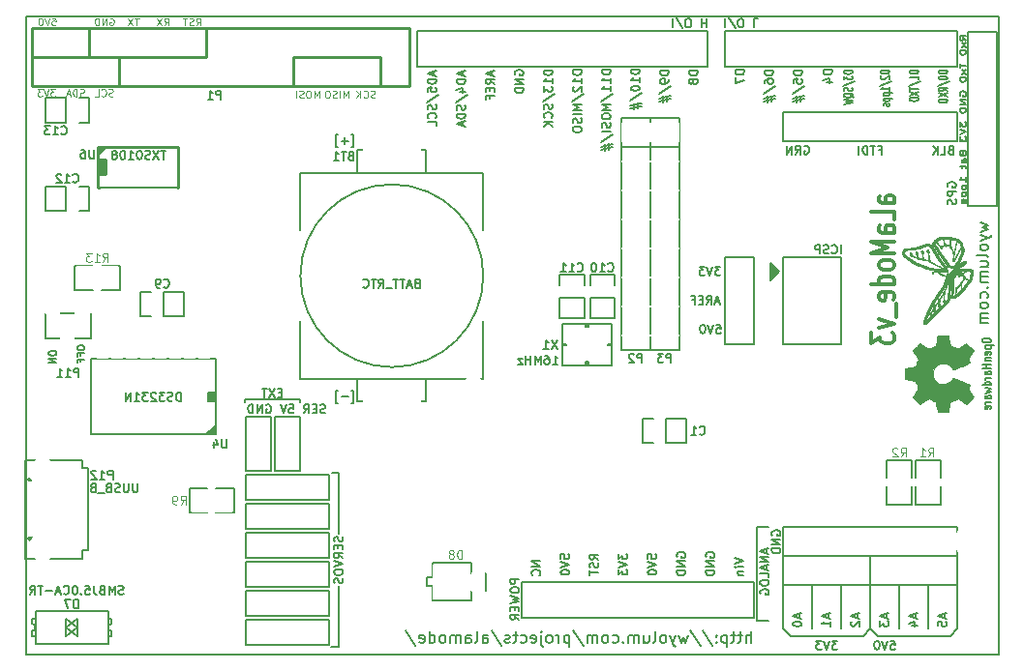
<source format=gbo>
G04 #@! TF.FileFunction,Legend,Bot*
%FSLAX46Y46*%
G04 Gerber Fmt 4.6, Leading zero omitted, Abs format (unit mm)*
G04 Created by KiCad (PCBNEW (2015-07-01 BZR 5850)-product) date Mon Jul 27 17:51:59 2015*
%MOMM*%
G01*
G04 APERTURE LIST*
%ADD10C,0.150000*%
%ADD11C,0.127000*%
%ADD12C,0.203200*%
%ADD13C,0.101600*%
%ADD14C,0.254000*%
%ADD15C,0.304800*%
%ADD16C,0.152400*%
%ADD17C,0.002540*%
%ADD18C,1.524000*%
%ADD19R,1.574800X1.930400*%
%ADD20R,1.930400X1.574800*%
%ADD21R,2.286000X2.730500*%
%ADD22R,3.175000X3.048000*%
%ADD23R,1.270000X1.778000*%
%ADD24O,2.032000X2.794000*%
%ADD25R,2.032000X2.794000*%
%ADD26C,2.032000*%
%ADD27R,2.032000X2.032000*%
%ADD28R,2.540000X1.778000*%
%ADD29O,2.540000X1.778000*%
%ADD30O,3.556000X5.080000*%
%ADD31R,3.556000X5.080000*%
%ADD32O,5.080000X3.556000*%
%ADD33O,1.270000X2.286000*%
%ADD34R,1.270000X1.270000*%
%ADD35R,1.879600X0.914400*%
%ADD36R,1.930400X2.108200*%
%ADD37R,2.413000X2.413000*%
%ADD38C,2.413000*%
%ADD39R,2.006600X1.808480*%
%ADD40R,1.808480X2.006600*%
%ADD41C,1.651000*%
%ADD42C,5.080000*%
%ADD43C,3.048000*%
%ADD44R,1.107440X2.506980*%
%ADD45R,0.927100X1.978660*%
%ADD46R,1.808480X1.557020*%
%ADD47R,5.080000X4.064000*%
G04 APERTURE END LIST*
D10*
D11*
X106235500Y-79692500D02*
X106870500Y-79057500D01*
X99885500Y-79692500D02*
X106235500Y-79692500D01*
X99250500Y-79057500D02*
X99885500Y-79692500D01*
X98615500Y-79692500D02*
X99250500Y-79057500D01*
X92265500Y-79692500D02*
X98615500Y-79692500D01*
X91630500Y-79057500D02*
X92265500Y-79692500D01*
D12*
X88809284Y-80279119D02*
X88809284Y-79263119D01*
X88373856Y-80279119D02*
X88373856Y-79746929D01*
X88422237Y-79650167D01*
X88518999Y-79601786D01*
X88664141Y-79601786D01*
X88760903Y-79650167D01*
X88809284Y-79698548D01*
X88035189Y-79601786D02*
X87648141Y-79601786D01*
X87890046Y-79263119D02*
X87890046Y-80133976D01*
X87841665Y-80230738D01*
X87744903Y-80279119D01*
X87648141Y-80279119D01*
X87454618Y-79601786D02*
X87067570Y-79601786D01*
X87309475Y-79263119D02*
X87309475Y-80133976D01*
X87261094Y-80230738D01*
X87164332Y-80279119D01*
X87067570Y-80279119D01*
X86728904Y-79601786D02*
X86728904Y-80617786D01*
X86728904Y-79650167D02*
X86632142Y-79601786D01*
X86438619Y-79601786D01*
X86341857Y-79650167D01*
X86293476Y-79698548D01*
X86245095Y-79795310D01*
X86245095Y-80085595D01*
X86293476Y-80182357D01*
X86341857Y-80230738D01*
X86438619Y-80279119D01*
X86632142Y-80279119D01*
X86728904Y-80230738D01*
X85809666Y-80182357D02*
X85761285Y-80230738D01*
X85809666Y-80279119D01*
X85858047Y-80230738D01*
X85809666Y-80182357D01*
X85809666Y-80279119D01*
X85809666Y-79650167D02*
X85761285Y-79698548D01*
X85809666Y-79746929D01*
X85858047Y-79698548D01*
X85809666Y-79650167D01*
X85809666Y-79746929D01*
X84600142Y-79214738D02*
X85470999Y-80521024D01*
X83535761Y-79214738D02*
X84406618Y-80521024D01*
X83293856Y-79601786D02*
X83100332Y-80279119D01*
X82906809Y-79795310D01*
X82713285Y-80279119D01*
X82519761Y-79601786D01*
X82229475Y-79601786D02*
X81987570Y-80279119D01*
X81745666Y-79601786D02*
X81987570Y-80279119D01*
X82084332Y-80521024D01*
X82132713Y-80569405D01*
X82229475Y-80617786D01*
X81213475Y-80279119D02*
X81310237Y-80230738D01*
X81358618Y-80182357D01*
X81406999Y-80085595D01*
X81406999Y-79795310D01*
X81358618Y-79698548D01*
X81310237Y-79650167D01*
X81213475Y-79601786D01*
X81068333Y-79601786D01*
X80971571Y-79650167D01*
X80923190Y-79698548D01*
X80874809Y-79795310D01*
X80874809Y-80085595D01*
X80923190Y-80182357D01*
X80971571Y-80230738D01*
X81068333Y-80279119D01*
X81213475Y-80279119D01*
X80294237Y-80279119D02*
X80390999Y-80230738D01*
X80439380Y-80133976D01*
X80439380Y-79263119D01*
X79471762Y-79601786D02*
X79471762Y-80279119D01*
X79907190Y-79601786D02*
X79907190Y-80133976D01*
X79858809Y-80230738D01*
X79762047Y-80279119D01*
X79616905Y-80279119D01*
X79520143Y-80230738D01*
X79471762Y-80182357D01*
X78987952Y-80279119D02*
X78987952Y-79601786D01*
X78987952Y-79698548D02*
X78939571Y-79650167D01*
X78842809Y-79601786D01*
X78697667Y-79601786D01*
X78600905Y-79650167D01*
X78552524Y-79746929D01*
X78552524Y-80279119D01*
X78552524Y-79746929D02*
X78504143Y-79650167D01*
X78407381Y-79601786D01*
X78262238Y-79601786D01*
X78165476Y-79650167D01*
X78117095Y-79746929D01*
X78117095Y-80279119D01*
X77633285Y-80182357D02*
X77584904Y-80230738D01*
X77633285Y-80279119D01*
X77681666Y-80230738D01*
X77633285Y-80182357D01*
X77633285Y-80279119D01*
X76714047Y-80230738D02*
X76810809Y-80279119D01*
X77004332Y-80279119D01*
X77101094Y-80230738D01*
X77149475Y-80182357D01*
X77197856Y-80085595D01*
X77197856Y-79795310D01*
X77149475Y-79698548D01*
X77101094Y-79650167D01*
X77004332Y-79601786D01*
X76810809Y-79601786D01*
X76714047Y-79650167D01*
X76133475Y-80279119D02*
X76230237Y-80230738D01*
X76278618Y-80182357D01*
X76326999Y-80085595D01*
X76326999Y-79795310D01*
X76278618Y-79698548D01*
X76230237Y-79650167D01*
X76133475Y-79601786D01*
X75988333Y-79601786D01*
X75891571Y-79650167D01*
X75843190Y-79698548D01*
X75794809Y-79795310D01*
X75794809Y-80085595D01*
X75843190Y-80182357D01*
X75891571Y-80230738D01*
X75988333Y-80279119D01*
X76133475Y-80279119D01*
X75359380Y-80279119D02*
X75359380Y-79601786D01*
X75359380Y-79698548D02*
X75310999Y-79650167D01*
X75214237Y-79601786D01*
X75069095Y-79601786D01*
X74972333Y-79650167D01*
X74923952Y-79746929D01*
X74923952Y-80279119D01*
X74923952Y-79746929D02*
X74875571Y-79650167D01*
X74778809Y-79601786D01*
X74633666Y-79601786D01*
X74536904Y-79650167D01*
X74488523Y-79746929D01*
X74488523Y-80279119D01*
X73278999Y-79214738D02*
X74149856Y-80521024D01*
X72940332Y-79601786D02*
X72940332Y-80617786D01*
X72940332Y-79650167D02*
X72843570Y-79601786D01*
X72650047Y-79601786D01*
X72553285Y-79650167D01*
X72504904Y-79698548D01*
X72456523Y-79795310D01*
X72456523Y-80085595D01*
X72504904Y-80182357D01*
X72553285Y-80230738D01*
X72650047Y-80279119D01*
X72843570Y-80279119D01*
X72940332Y-80230738D01*
X72021094Y-80279119D02*
X72021094Y-79601786D01*
X72021094Y-79795310D02*
X71972713Y-79698548D01*
X71924332Y-79650167D01*
X71827570Y-79601786D01*
X71730809Y-79601786D01*
X71246999Y-80279119D02*
X71343761Y-80230738D01*
X71392142Y-80182357D01*
X71440523Y-80085595D01*
X71440523Y-79795310D01*
X71392142Y-79698548D01*
X71343761Y-79650167D01*
X71246999Y-79601786D01*
X71101857Y-79601786D01*
X71005095Y-79650167D01*
X70956714Y-79698548D01*
X70908333Y-79795310D01*
X70908333Y-80085595D01*
X70956714Y-80182357D01*
X71005095Y-80230738D01*
X71101857Y-80279119D01*
X71246999Y-80279119D01*
X70472904Y-79601786D02*
X70472904Y-80472643D01*
X70521285Y-80569405D01*
X70618047Y-80617786D01*
X70666428Y-80617786D01*
X70472904Y-79263119D02*
X70521285Y-79311500D01*
X70472904Y-79359881D01*
X70424523Y-79311500D01*
X70472904Y-79263119D01*
X70472904Y-79359881D01*
X69602047Y-80230738D02*
X69698809Y-80279119D01*
X69892332Y-80279119D01*
X69989094Y-80230738D01*
X70037475Y-80133976D01*
X70037475Y-79746929D01*
X69989094Y-79650167D01*
X69892332Y-79601786D01*
X69698809Y-79601786D01*
X69602047Y-79650167D01*
X69553666Y-79746929D01*
X69553666Y-79843690D01*
X70037475Y-79940452D01*
X68682809Y-80230738D02*
X68779571Y-80279119D01*
X68973094Y-80279119D01*
X69069856Y-80230738D01*
X69118237Y-80182357D01*
X69166618Y-80085595D01*
X69166618Y-79795310D01*
X69118237Y-79698548D01*
X69069856Y-79650167D01*
X68973094Y-79601786D01*
X68779571Y-79601786D01*
X68682809Y-79650167D01*
X68392523Y-79601786D02*
X68005475Y-79601786D01*
X68247380Y-79263119D02*
X68247380Y-80133976D01*
X68198999Y-80230738D01*
X68102237Y-80279119D01*
X68005475Y-80279119D01*
X67715190Y-80230738D02*
X67618428Y-80279119D01*
X67424904Y-80279119D01*
X67328143Y-80230738D01*
X67279762Y-80133976D01*
X67279762Y-80085595D01*
X67328143Y-79988833D01*
X67424904Y-79940452D01*
X67570047Y-79940452D01*
X67666809Y-79892071D01*
X67715190Y-79795310D01*
X67715190Y-79746929D01*
X67666809Y-79650167D01*
X67570047Y-79601786D01*
X67424904Y-79601786D01*
X67328143Y-79650167D01*
X66118619Y-79214738D02*
X66989476Y-80521024D01*
X65344524Y-80279119D02*
X65344524Y-79746929D01*
X65392905Y-79650167D01*
X65489667Y-79601786D01*
X65683190Y-79601786D01*
X65779952Y-79650167D01*
X65344524Y-80230738D02*
X65441286Y-80279119D01*
X65683190Y-80279119D01*
X65779952Y-80230738D01*
X65828333Y-80133976D01*
X65828333Y-80037214D01*
X65779952Y-79940452D01*
X65683190Y-79892071D01*
X65441286Y-79892071D01*
X65344524Y-79843690D01*
X64715571Y-80279119D02*
X64812333Y-80230738D01*
X64860714Y-80133976D01*
X64860714Y-79263119D01*
X63893096Y-80279119D02*
X63893096Y-79746929D01*
X63941477Y-79650167D01*
X64038239Y-79601786D01*
X64231762Y-79601786D01*
X64328524Y-79650167D01*
X63893096Y-80230738D02*
X63989858Y-80279119D01*
X64231762Y-80279119D01*
X64328524Y-80230738D01*
X64376905Y-80133976D01*
X64376905Y-80037214D01*
X64328524Y-79940452D01*
X64231762Y-79892071D01*
X63989858Y-79892071D01*
X63893096Y-79843690D01*
X63409286Y-80279119D02*
X63409286Y-79601786D01*
X63409286Y-79698548D02*
X63360905Y-79650167D01*
X63264143Y-79601786D01*
X63119001Y-79601786D01*
X63022239Y-79650167D01*
X62973858Y-79746929D01*
X62973858Y-80279119D01*
X62973858Y-79746929D02*
X62925477Y-79650167D01*
X62828715Y-79601786D01*
X62683572Y-79601786D01*
X62586810Y-79650167D01*
X62538429Y-79746929D01*
X62538429Y-80279119D01*
X61909476Y-80279119D02*
X62006238Y-80230738D01*
X62054619Y-80182357D01*
X62103000Y-80085595D01*
X62103000Y-79795310D01*
X62054619Y-79698548D01*
X62006238Y-79650167D01*
X61909476Y-79601786D01*
X61764334Y-79601786D01*
X61667572Y-79650167D01*
X61619191Y-79698548D01*
X61570810Y-79795310D01*
X61570810Y-80085595D01*
X61619191Y-80182357D01*
X61667572Y-80230738D01*
X61764334Y-80279119D01*
X61909476Y-80279119D01*
X60699953Y-80279119D02*
X60699953Y-79263119D01*
X60699953Y-80230738D02*
X60796715Y-80279119D01*
X60990238Y-80279119D01*
X61087000Y-80230738D01*
X61135381Y-80182357D01*
X61183762Y-80085595D01*
X61183762Y-79795310D01*
X61135381Y-79698548D01*
X61087000Y-79650167D01*
X60990238Y-79601786D01*
X60796715Y-79601786D01*
X60699953Y-79650167D01*
X59829096Y-80230738D02*
X59925858Y-80279119D01*
X60119381Y-80279119D01*
X60216143Y-80230738D01*
X60264524Y-80133976D01*
X60264524Y-79746929D01*
X60216143Y-79650167D01*
X60119381Y-79601786D01*
X59925858Y-79601786D01*
X59829096Y-79650167D01*
X59780715Y-79746929D01*
X59780715Y-79843690D01*
X60264524Y-79940452D01*
X58619572Y-79214738D02*
X59490429Y-80521024D01*
D11*
X107823000Y-42037000D02*
X107823000Y-26797000D01*
X110363000Y-42037000D02*
X107823000Y-42037000D01*
X110363000Y-26797000D02*
X110363000Y-42037000D01*
X107823000Y-26797000D02*
X110363000Y-26797000D01*
X107608310Y-27508199D02*
X107366405Y-27271133D01*
X107608310Y-27101799D02*
X107100310Y-27101799D01*
X107100310Y-27372733D01*
X107124500Y-27440466D01*
X107148690Y-27474333D01*
X107197071Y-27508199D01*
X107269643Y-27508199D01*
X107318024Y-27474333D01*
X107342214Y-27440466D01*
X107366405Y-27372733D01*
X107366405Y-27101799D01*
X107608310Y-27745266D02*
X107269643Y-28117799D01*
X107269643Y-27745266D02*
X107608310Y-28117799D01*
X107608310Y-28388732D02*
X107100310Y-28388732D01*
X107100310Y-28558066D01*
X107124500Y-28659666D01*
X107172881Y-28727399D01*
X107221262Y-28761266D01*
X107318024Y-28795132D01*
X107390595Y-28795132D01*
X107487357Y-28761266D01*
X107535738Y-28727399D01*
X107584119Y-28659666D01*
X107608310Y-28558066D01*
X107608310Y-28388732D01*
X107100310Y-29540199D02*
X107100310Y-29946599D01*
X107608310Y-29743399D02*
X107100310Y-29743399D01*
X107608310Y-30115933D02*
X107269643Y-30488466D01*
X107269643Y-30115933D02*
X107608310Y-30488466D01*
X107608310Y-30759399D02*
X107100310Y-30759399D01*
X107100310Y-30928733D01*
X107124500Y-31030333D01*
X107172881Y-31098066D01*
X107221262Y-31131933D01*
X107318024Y-31165799D01*
X107390595Y-31165799D01*
X107487357Y-31131933D01*
X107535738Y-31098066D01*
X107584119Y-31030333D01*
X107608310Y-30928733D01*
X107608310Y-30759399D01*
X107124500Y-32385000D02*
X107100310Y-32317266D01*
X107100310Y-32215666D01*
X107124500Y-32114066D01*
X107172881Y-32046333D01*
X107221262Y-32012466D01*
X107318024Y-31978600D01*
X107390595Y-31978600D01*
X107487357Y-32012466D01*
X107535738Y-32046333D01*
X107584119Y-32114066D01*
X107608310Y-32215666D01*
X107608310Y-32283400D01*
X107584119Y-32385000D01*
X107559929Y-32418866D01*
X107390595Y-32418866D01*
X107390595Y-32283400D01*
X107608310Y-32723666D02*
X107100310Y-32723666D01*
X107608310Y-33130066D01*
X107100310Y-33130066D01*
X107608310Y-33468733D02*
X107100310Y-33468733D01*
X107100310Y-33638067D01*
X107124500Y-33739667D01*
X107172881Y-33807400D01*
X107221262Y-33841267D01*
X107318024Y-33875133D01*
X107390595Y-33875133D01*
X107487357Y-33841267D01*
X107535738Y-33807400D01*
X107584119Y-33739667D01*
X107608310Y-33638067D01*
X107608310Y-33468733D01*
X107100310Y-34654067D02*
X107100310Y-35094334D01*
X107293833Y-34857267D01*
X107293833Y-34958867D01*
X107318024Y-35026600D01*
X107342214Y-35060467D01*
X107390595Y-35094334D01*
X107511548Y-35094334D01*
X107559929Y-35060467D01*
X107584119Y-35026600D01*
X107608310Y-34958867D01*
X107608310Y-34755667D01*
X107584119Y-34687934D01*
X107559929Y-34654067D01*
X107100310Y-35297533D02*
X107608310Y-35534600D01*
X107100310Y-35771667D01*
X107100310Y-35941000D02*
X107100310Y-36381267D01*
X107293833Y-36144200D01*
X107293833Y-36245800D01*
X107318024Y-36313533D01*
X107342214Y-36347400D01*
X107390595Y-36381267D01*
X107511548Y-36381267D01*
X107559929Y-36347400D01*
X107584119Y-36313533D01*
X107608310Y-36245800D01*
X107608310Y-36042600D01*
X107584119Y-35974867D01*
X107559929Y-35941000D01*
X107342214Y-37465000D02*
X107366405Y-37566600D01*
X107390595Y-37600467D01*
X107438976Y-37634333D01*
X107511548Y-37634333D01*
X107559929Y-37600467D01*
X107584119Y-37566600D01*
X107608310Y-37498867D01*
X107608310Y-37227933D01*
X107100310Y-37227933D01*
X107100310Y-37465000D01*
X107124500Y-37532733D01*
X107148690Y-37566600D01*
X107197071Y-37600467D01*
X107245452Y-37600467D01*
X107293833Y-37566600D01*
X107318024Y-37532733D01*
X107342214Y-37465000D01*
X107342214Y-37227933D01*
X107608310Y-38243933D02*
X107342214Y-38243933D01*
X107293833Y-38210067D01*
X107269643Y-38142333D01*
X107269643Y-38006867D01*
X107293833Y-37939133D01*
X107584119Y-38243933D02*
X107608310Y-38176200D01*
X107608310Y-38006867D01*
X107584119Y-37939133D01*
X107535738Y-37905267D01*
X107487357Y-37905267D01*
X107438976Y-37939133D01*
X107414786Y-38006867D01*
X107414786Y-38176200D01*
X107390595Y-38243933D01*
X107269643Y-38481000D02*
X107269643Y-38751934D01*
X107100310Y-38582600D02*
X107535738Y-38582600D01*
X107584119Y-38616467D01*
X107608310Y-38684200D01*
X107608310Y-38751934D01*
X107608310Y-39903401D02*
X107608310Y-39497001D01*
X107608310Y-39700201D02*
X107100310Y-39700201D01*
X107172881Y-39632467D01*
X107221262Y-39564734D01*
X107245452Y-39497001D01*
X107269643Y-40208200D02*
X107777643Y-40208200D01*
X107293833Y-40208200D02*
X107269643Y-40275934D01*
X107269643Y-40411400D01*
X107293833Y-40479134D01*
X107318024Y-40513000D01*
X107366405Y-40546867D01*
X107511548Y-40546867D01*
X107559929Y-40513000D01*
X107584119Y-40479134D01*
X107608310Y-40411400D01*
X107608310Y-40275934D01*
X107584119Y-40208200D01*
X107269643Y-40851667D02*
X107777643Y-40851667D01*
X107293833Y-40851667D02*
X107269643Y-40919401D01*
X107269643Y-41054867D01*
X107293833Y-41122601D01*
X107318024Y-41156467D01*
X107366405Y-41190334D01*
X107511548Y-41190334D01*
X107559929Y-41156467D01*
X107584119Y-41122601D01*
X107608310Y-41054867D01*
X107608310Y-40919401D01*
X107584119Y-40851667D01*
X107584119Y-41461268D02*
X107608310Y-41529001D01*
X107608310Y-41664468D01*
X107584119Y-41732201D01*
X107535738Y-41766068D01*
X107511548Y-41766068D01*
X107463167Y-41732201D01*
X107438976Y-41664468D01*
X107438976Y-41562868D01*
X107414786Y-41495134D01*
X107366405Y-41461268D01*
X107342214Y-41461268D01*
X107293833Y-41495134D01*
X107269643Y-41562868D01*
X107269643Y-41664468D01*
X107293833Y-41732201D01*
X51571071Y-60125429D02*
X51462214Y-60161714D01*
X51280785Y-60161714D01*
X51208214Y-60125429D01*
X51171928Y-60089143D01*
X51135643Y-60016571D01*
X51135643Y-59944000D01*
X51171928Y-59871429D01*
X51208214Y-59835143D01*
X51280785Y-59798857D01*
X51425928Y-59762571D01*
X51498500Y-59726286D01*
X51534785Y-59690000D01*
X51571071Y-59617429D01*
X51571071Y-59544857D01*
X51534785Y-59472286D01*
X51498500Y-59436000D01*
X51425928Y-59399714D01*
X51244500Y-59399714D01*
X51135643Y-59436000D01*
X50809071Y-59762571D02*
X50555071Y-59762571D01*
X50446214Y-60161714D02*
X50809071Y-60161714D01*
X50809071Y-59399714D01*
X50446214Y-59399714D01*
X49684214Y-60161714D02*
X49938214Y-59798857D01*
X50119642Y-60161714D02*
X50119642Y-59399714D01*
X49829357Y-59399714D01*
X49756785Y-59436000D01*
X49720500Y-59472286D01*
X49684214Y-59544857D01*
X49684214Y-59653714D01*
X49720500Y-59726286D01*
X49756785Y-59762571D01*
X49829357Y-59798857D01*
X50119642Y-59798857D01*
X48414214Y-59399714D02*
X48777071Y-59399714D01*
X48813357Y-59762571D01*
X48777071Y-59726286D01*
X48704500Y-59690000D01*
X48523071Y-59690000D01*
X48450500Y-59726286D01*
X48414214Y-59762571D01*
X48377929Y-59835143D01*
X48377929Y-60016571D01*
X48414214Y-60089143D01*
X48450500Y-60125429D01*
X48523071Y-60161714D01*
X48704500Y-60161714D01*
X48777071Y-60125429D01*
X48813357Y-60089143D01*
X48160215Y-59399714D02*
X47906215Y-60161714D01*
X47652215Y-59399714D01*
X46418501Y-59436000D02*
X46491072Y-59399714D01*
X46599929Y-59399714D01*
X46708786Y-59436000D01*
X46781358Y-59508571D01*
X46817643Y-59581143D01*
X46853929Y-59726286D01*
X46853929Y-59835143D01*
X46817643Y-59980286D01*
X46781358Y-60052857D01*
X46708786Y-60125429D01*
X46599929Y-60161714D01*
X46527358Y-60161714D01*
X46418501Y-60125429D01*
X46382215Y-60089143D01*
X46382215Y-59835143D01*
X46527358Y-59835143D01*
X46055643Y-60161714D02*
X46055643Y-59399714D01*
X45620215Y-60161714D01*
X45620215Y-59399714D01*
X45257357Y-60161714D02*
X45257357Y-59399714D01*
X45075929Y-59399714D01*
X44967072Y-59436000D01*
X44894500Y-59508571D01*
X44858215Y-59581143D01*
X44821929Y-59726286D01*
X44821929Y-59835143D01*
X44858215Y-59980286D01*
X44894500Y-60052857D01*
X44967072Y-60125429D01*
X45075929Y-60161714D01*
X45257357Y-60161714D01*
X106298999Y-37093071D02*
X106190142Y-37129357D01*
X106153857Y-37165643D01*
X106117571Y-37238214D01*
X106117571Y-37347071D01*
X106153857Y-37419643D01*
X106190142Y-37455929D01*
X106262714Y-37492214D01*
X106552999Y-37492214D01*
X106552999Y-36730214D01*
X106298999Y-36730214D01*
X106226428Y-36766500D01*
X106190142Y-36802786D01*
X106153857Y-36875357D01*
X106153857Y-36947929D01*
X106190142Y-37020500D01*
X106226428Y-37056786D01*
X106298999Y-37093071D01*
X106552999Y-37093071D01*
X105428142Y-37492214D02*
X105790999Y-37492214D01*
X105790999Y-36730214D01*
X105174142Y-37492214D02*
X105174142Y-36730214D01*
X104738714Y-37492214D02*
X105065285Y-37056786D01*
X104738714Y-36730214D02*
X105174142Y-37165643D01*
X93481072Y-36766500D02*
X93553643Y-36730214D01*
X93662500Y-36730214D01*
X93771357Y-36766500D01*
X93843929Y-36839071D01*
X93880214Y-36911643D01*
X93916500Y-37056786D01*
X93916500Y-37165643D01*
X93880214Y-37310786D01*
X93843929Y-37383357D01*
X93771357Y-37455929D01*
X93662500Y-37492214D01*
X93589929Y-37492214D01*
X93481072Y-37455929D01*
X93444786Y-37419643D01*
X93444786Y-37165643D01*
X93589929Y-37165643D01*
X92682786Y-37492214D02*
X92936786Y-37129357D01*
X93118214Y-37492214D02*
X93118214Y-36730214D01*
X92827929Y-36730214D01*
X92755357Y-36766500D01*
X92719072Y-36802786D01*
X92682786Y-36875357D01*
X92682786Y-36984214D01*
X92719072Y-37056786D01*
X92755357Y-37093071D01*
X92827929Y-37129357D01*
X93118214Y-37129357D01*
X92356214Y-37492214D02*
X92356214Y-36730214D01*
X91920786Y-37492214D01*
X91920786Y-36730214D01*
D13*
X27664834Y-25560262D02*
X27967215Y-25560262D01*
X27997453Y-25862643D01*
X27967215Y-25832405D01*
X27906738Y-25802167D01*
X27755548Y-25802167D01*
X27695072Y-25832405D01*
X27664834Y-25862643D01*
X27634595Y-25923119D01*
X27634595Y-26074310D01*
X27664834Y-26134786D01*
X27695072Y-26165024D01*
X27755548Y-26195262D01*
X27906738Y-26195262D01*
X27967215Y-26165024D01*
X27997453Y-26134786D01*
X27453167Y-25560262D02*
X27241500Y-26195262D01*
X27029833Y-25560262D01*
X26697214Y-25560262D02*
X26636738Y-25560262D01*
X26576262Y-25590500D01*
X26546024Y-25620738D01*
X26515786Y-25681214D01*
X26485547Y-25802167D01*
X26485547Y-25953357D01*
X26515786Y-26074310D01*
X26546024Y-26134786D01*
X26576262Y-26165024D01*
X26636738Y-26195262D01*
X26697214Y-26195262D01*
X26757690Y-26165024D01*
X26787928Y-26134786D01*
X26818167Y-26074310D01*
X26848405Y-25953357D01*
X26848405Y-25802167D01*
X26818167Y-25681214D01*
X26787928Y-25620738D01*
X26757690Y-25590500D01*
X26697214Y-25560262D01*
D11*
X74004714Y-30113515D02*
X73242714Y-30113515D01*
X73242714Y-30294943D01*
X73279000Y-30403800D01*
X73351571Y-30476372D01*
X73424143Y-30512657D01*
X73569286Y-30548943D01*
X73678143Y-30548943D01*
X73823286Y-30512657D01*
X73895857Y-30476372D01*
X73968429Y-30403800D01*
X74004714Y-30294943D01*
X74004714Y-30113515D01*
X74004714Y-31274657D02*
X74004714Y-30839229D01*
X74004714Y-31056943D02*
X73242714Y-31056943D01*
X73351571Y-30984372D01*
X73424143Y-30911800D01*
X73460429Y-30839229D01*
X73315286Y-31564943D02*
X73279000Y-31601229D01*
X73242714Y-31673800D01*
X73242714Y-31855229D01*
X73279000Y-31927800D01*
X73315286Y-31964086D01*
X73387857Y-32000371D01*
X73460429Y-32000371D01*
X73569286Y-31964086D01*
X74004714Y-31528657D01*
X74004714Y-32000371D01*
X73206429Y-32871228D02*
X74186143Y-32218085D01*
X74004714Y-33125229D02*
X73242714Y-33125229D01*
X73787000Y-33379229D01*
X73242714Y-33633229D01*
X74004714Y-33633229D01*
X74004714Y-33996086D02*
X73242714Y-33996086D01*
X73968429Y-34322657D02*
X74004714Y-34431514D01*
X74004714Y-34612943D01*
X73968429Y-34685514D01*
X73932143Y-34721800D01*
X73859571Y-34758085D01*
X73787000Y-34758085D01*
X73714429Y-34721800D01*
X73678143Y-34685514D01*
X73641857Y-34612943D01*
X73605571Y-34467800D01*
X73569286Y-34395228D01*
X73533000Y-34358943D01*
X73460429Y-34322657D01*
X73387857Y-34322657D01*
X73315286Y-34358943D01*
X73279000Y-34395228D01*
X73242714Y-34467800D01*
X73242714Y-34649228D01*
X73279000Y-34758085D01*
X73242714Y-35229799D02*
X73242714Y-35374942D01*
X73279000Y-35447514D01*
X73351571Y-35520085D01*
X73496714Y-35556371D01*
X73750714Y-35556371D01*
X73895857Y-35520085D01*
X73968429Y-35447514D01*
X74004714Y-35374942D01*
X74004714Y-35229799D01*
X73968429Y-35157228D01*
X73895857Y-35084657D01*
X73750714Y-35048371D01*
X73496714Y-35048371D01*
X73351571Y-35084657D01*
X73279000Y-35157228D01*
X73242714Y-35229799D01*
X61087000Y-30198786D02*
X61087000Y-30561643D01*
X61304714Y-30126214D02*
X60542714Y-30380214D01*
X61304714Y-30634214D01*
X61304714Y-30888215D02*
X60542714Y-30888215D01*
X60542714Y-31069643D01*
X60579000Y-31178500D01*
X60651571Y-31251072D01*
X60724143Y-31287357D01*
X60869286Y-31323643D01*
X60978143Y-31323643D01*
X61123286Y-31287357D01*
X61195857Y-31251072D01*
X61268429Y-31178500D01*
X61304714Y-31069643D01*
X61304714Y-30888215D01*
X60542714Y-32013072D02*
X60542714Y-31650215D01*
X60905571Y-31613929D01*
X60869286Y-31650215D01*
X60833000Y-31722786D01*
X60833000Y-31904215D01*
X60869286Y-31976786D01*
X60905571Y-32013072D01*
X60978143Y-32049357D01*
X61159571Y-32049357D01*
X61232143Y-32013072D01*
X61268429Y-31976786D01*
X61304714Y-31904215D01*
X61304714Y-31722786D01*
X61268429Y-31650215D01*
X61232143Y-31613929D01*
X60506429Y-32920214D02*
X61486143Y-32267071D01*
X61268429Y-33137929D02*
X61304714Y-33246786D01*
X61304714Y-33428215D01*
X61268429Y-33500786D01*
X61232143Y-33537072D01*
X61159571Y-33573357D01*
X61087000Y-33573357D01*
X61014429Y-33537072D01*
X60978143Y-33500786D01*
X60941857Y-33428215D01*
X60905571Y-33283072D01*
X60869286Y-33210500D01*
X60833000Y-33174215D01*
X60760429Y-33137929D01*
X60687857Y-33137929D01*
X60615286Y-33174215D01*
X60579000Y-33210500D01*
X60542714Y-33283072D01*
X60542714Y-33464500D01*
X60579000Y-33573357D01*
X61232143Y-34335357D02*
X61268429Y-34299071D01*
X61304714Y-34190214D01*
X61304714Y-34117643D01*
X61268429Y-34008786D01*
X61195857Y-33936214D01*
X61123286Y-33899929D01*
X60978143Y-33863643D01*
X60869286Y-33863643D01*
X60724143Y-33899929D01*
X60651571Y-33936214D01*
X60579000Y-34008786D01*
X60542714Y-34117643D01*
X60542714Y-34190214D01*
X60579000Y-34299071D01*
X60615286Y-34335357D01*
X61304714Y-35024786D02*
X61304714Y-34661929D01*
X60542714Y-34661929D01*
X63627000Y-30244143D02*
X63627000Y-30607000D01*
X63844714Y-30171571D02*
X63082714Y-30425571D01*
X63844714Y-30679571D01*
X63844714Y-30933572D02*
X63082714Y-30933572D01*
X63082714Y-31115000D01*
X63119000Y-31223857D01*
X63191571Y-31296429D01*
X63264143Y-31332714D01*
X63409286Y-31369000D01*
X63518143Y-31369000D01*
X63663286Y-31332714D01*
X63735857Y-31296429D01*
X63808429Y-31223857D01*
X63844714Y-31115000D01*
X63844714Y-30933572D01*
X63336714Y-32022143D02*
X63844714Y-32022143D01*
X63046429Y-31840714D02*
X63590714Y-31659286D01*
X63590714Y-32131000D01*
X63046429Y-32965571D02*
X64026143Y-32312428D01*
X63808429Y-33183286D02*
X63844714Y-33292143D01*
X63844714Y-33473572D01*
X63808429Y-33546143D01*
X63772143Y-33582429D01*
X63699571Y-33618714D01*
X63627000Y-33618714D01*
X63554429Y-33582429D01*
X63518143Y-33546143D01*
X63481857Y-33473572D01*
X63445571Y-33328429D01*
X63409286Y-33255857D01*
X63373000Y-33219572D01*
X63300429Y-33183286D01*
X63227857Y-33183286D01*
X63155286Y-33219572D01*
X63119000Y-33255857D01*
X63082714Y-33328429D01*
X63082714Y-33509857D01*
X63119000Y-33618714D01*
X63844714Y-33945286D02*
X63082714Y-33945286D01*
X63082714Y-34126714D01*
X63119000Y-34235571D01*
X63191571Y-34308143D01*
X63264143Y-34344428D01*
X63409286Y-34380714D01*
X63518143Y-34380714D01*
X63663286Y-34344428D01*
X63735857Y-34308143D01*
X63808429Y-34235571D01*
X63844714Y-34126714D01*
X63844714Y-33945286D01*
X63627000Y-34671000D02*
X63627000Y-35033857D01*
X63844714Y-34598428D02*
X63082714Y-34852428D01*
X63844714Y-35106428D01*
X66167000Y-30198786D02*
X66167000Y-30561643D01*
X66384714Y-30126214D02*
X65622714Y-30380214D01*
X66384714Y-30634214D01*
X66384714Y-31323643D02*
X66021857Y-31069643D01*
X66384714Y-30888215D02*
X65622714Y-30888215D01*
X65622714Y-31178500D01*
X65659000Y-31251072D01*
X65695286Y-31287357D01*
X65767857Y-31323643D01*
X65876714Y-31323643D01*
X65949286Y-31287357D01*
X65985571Y-31251072D01*
X66021857Y-31178500D01*
X66021857Y-30888215D01*
X65985571Y-31650215D02*
X65985571Y-31904215D01*
X66384714Y-32013072D02*
X66384714Y-31650215D01*
X65622714Y-31650215D01*
X65622714Y-32013072D01*
X65985571Y-32593644D02*
X65985571Y-32339644D01*
X66384714Y-32339644D02*
X65622714Y-32339644D01*
X65622714Y-32702501D01*
X68199000Y-30534428D02*
X68162714Y-30461857D01*
X68162714Y-30353000D01*
X68199000Y-30244143D01*
X68271571Y-30171571D01*
X68344143Y-30135286D01*
X68489286Y-30099000D01*
X68598143Y-30099000D01*
X68743286Y-30135286D01*
X68815857Y-30171571D01*
X68888429Y-30244143D01*
X68924714Y-30353000D01*
X68924714Y-30425571D01*
X68888429Y-30534428D01*
X68852143Y-30570714D01*
X68598143Y-30570714D01*
X68598143Y-30425571D01*
X68924714Y-30897286D02*
X68162714Y-30897286D01*
X68924714Y-31332714D01*
X68162714Y-31332714D01*
X68924714Y-31695572D02*
X68162714Y-31695572D01*
X68162714Y-31877000D01*
X68199000Y-31985857D01*
X68271571Y-32058429D01*
X68344143Y-32094714D01*
X68489286Y-32131000D01*
X68598143Y-32131000D01*
X68743286Y-32094714D01*
X68815857Y-32058429D01*
X68888429Y-31985857D01*
X68924714Y-31877000D01*
X68924714Y-31695572D01*
X71464714Y-30126215D02*
X70702714Y-30126215D01*
X70702714Y-30307643D01*
X70739000Y-30416500D01*
X70811571Y-30489072D01*
X70884143Y-30525357D01*
X71029286Y-30561643D01*
X71138143Y-30561643D01*
X71283286Y-30525357D01*
X71355857Y-30489072D01*
X71428429Y-30416500D01*
X71464714Y-30307643D01*
X71464714Y-30126215D01*
X71464714Y-31287357D02*
X71464714Y-30851929D01*
X71464714Y-31069643D02*
X70702714Y-31069643D01*
X70811571Y-30997072D01*
X70884143Y-30924500D01*
X70920429Y-30851929D01*
X70702714Y-31541357D02*
X70702714Y-32013071D01*
X70993000Y-31759071D01*
X70993000Y-31867929D01*
X71029286Y-31940500D01*
X71065571Y-31976786D01*
X71138143Y-32013071D01*
X71319571Y-32013071D01*
X71392143Y-31976786D01*
X71428429Y-31940500D01*
X71464714Y-31867929D01*
X71464714Y-31650214D01*
X71428429Y-31577643D01*
X71392143Y-31541357D01*
X70666429Y-32883928D02*
X71646143Y-32230785D01*
X71428429Y-33101643D02*
X71464714Y-33210500D01*
X71464714Y-33391929D01*
X71428429Y-33464500D01*
X71392143Y-33500786D01*
X71319571Y-33537071D01*
X71247000Y-33537071D01*
X71174429Y-33500786D01*
X71138143Y-33464500D01*
X71101857Y-33391929D01*
X71065571Y-33246786D01*
X71029286Y-33174214D01*
X70993000Y-33137929D01*
X70920429Y-33101643D01*
X70847857Y-33101643D01*
X70775286Y-33137929D01*
X70739000Y-33174214D01*
X70702714Y-33246786D01*
X70702714Y-33428214D01*
X70739000Y-33537071D01*
X71392143Y-34299071D02*
X71428429Y-34262785D01*
X71464714Y-34153928D01*
X71464714Y-34081357D01*
X71428429Y-33972500D01*
X71355857Y-33899928D01*
X71283286Y-33863643D01*
X71138143Y-33827357D01*
X71029286Y-33827357D01*
X70884143Y-33863643D01*
X70811571Y-33899928D01*
X70739000Y-33972500D01*
X70702714Y-34081357D01*
X70702714Y-34153928D01*
X70739000Y-34262785D01*
X70775286Y-34299071D01*
X71464714Y-34625643D02*
X70702714Y-34625643D01*
X71464714Y-35061071D02*
X71029286Y-34734500D01*
X70702714Y-35061071D02*
X71138143Y-34625643D01*
X76544714Y-30082672D02*
X75782714Y-30082672D01*
X75782714Y-30264100D01*
X75819000Y-30372957D01*
X75891571Y-30445529D01*
X75964143Y-30481814D01*
X76109286Y-30518100D01*
X76218143Y-30518100D01*
X76363286Y-30481814D01*
X76435857Y-30445529D01*
X76508429Y-30372957D01*
X76544714Y-30264100D01*
X76544714Y-30082672D01*
X76544714Y-31243814D02*
X76544714Y-30808386D01*
X76544714Y-31026100D02*
X75782714Y-31026100D01*
X75891571Y-30953529D01*
X75964143Y-30880957D01*
X76000429Y-30808386D01*
X76544714Y-31969528D02*
X76544714Y-31534100D01*
X76544714Y-31751814D02*
X75782714Y-31751814D01*
X75891571Y-31679243D01*
X75964143Y-31606671D01*
X76000429Y-31534100D01*
X75746429Y-32840385D02*
X76726143Y-32187242D01*
X76544714Y-33094386D02*
X75782714Y-33094386D01*
X76327000Y-33348386D01*
X75782714Y-33602386D01*
X76544714Y-33602386D01*
X75782714Y-34110385D02*
X75782714Y-34255528D01*
X75819000Y-34328100D01*
X75891571Y-34400671D01*
X76036714Y-34436957D01*
X76290714Y-34436957D01*
X76435857Y-34400671D01*
X76508429Y-34328100D01*
X76544714Y-34255528D01*
X76544714Y-34110385D01*
X76508429Y-34037814D01*
X76435857Y-33965243D01*
X76290714Y-33928957D01*
X76036714Y-33928957D01*
X75891571Y-33965243D01*
X75819000Y-34037814D01*
X75782714Y-34110385D01*
X76508429Y-34727243D02*
X76544714Y-34836100D01*
X76544714Y-35017529D01*
X76508429Y-35090100D01*
X76472143Y-35126386D01*
X76399571Y-35162671D01*
X76327000Y-35162671D01*
X76254429Y-35126386D01*
X76218143Y-35090100D01*
X76181857Y-35017529D01*
X76145571Y-34872386D01*
X76109286Y-34799814D01*
X76073000Y-34763529D01*
X76000429Y-34727243D01*
X75927857Y-34727243D01*
X75855286Y-34763529D01*
X75819000Y-34799814D01*
X75782714Y-34872386D01*
X75782714Y-35053814D01*
X75819000Y-35162671D01*
X76544714Y-35489243D02*
X75782714Y-35489243D01*
X75746429Y-36396385D02*
X76726143Y-35743242D01*
X76036714Y-36614100D02*
X76036714Y-37158386D01*
X75710143Y-36831814D02*
X76689857Y-36614100D01*
X76363286Y-37085814D02*
X76363286Y-36541528D01*
X76689857Y-36868100D02*
X75710143Y-37085814D01*
X79084714Y-30044572D02*
X78322714Y-30044572D01*
X78322714Y-30226000D01*
X78359000Y-30334857D01*
X78431571Y-30407429D01*
X78504143Y-30443714D01*
X78649286Y-30480000D01*
X78758143Y-30480000D01*
X78903286Y-30443714D01*
X78975857Y-30407429D01*
X79048429Y-30334857D01*
X79084714Y-30226000D01*
X79084714Y-30044572D01*
X79084714Y-31205714D02*
X79084714Y-30770286D01*
X79084714Y-30988000D02*
X78322714Y-30988000D01*
X78431571Y-30915429D01*
X78504143Y-30842857D01*
X78540429Y-30770286D01*
X78322714Y-31677428D02*
X78322714Y-31750000D01*
X78359000Y-31822571D01*
X78395286Y-31858857D01*
X78467857Y-31895143D01*
X78613000Y-31931428D01*
X78794429Y-31931428D01*
X78939571Y-31895143D01*
X79012143Y-31858857D01*
X79048429Y-31822571D01*
X79084714Y-31750000D01*
X79084714Y-31677428D01*
X79048429Y-31604857D01*
X79012143Y-31568571D01*
X78939571Y-31532286D01*
X78794429Y-31496000D01*
X78613000Y-31496000D01*
X78467857Y-31532286D01*
X78395286Y-31568571D01*
X78359000Y-31604857D01*
X78322714Y-31677428D01*
X78286429Y-32802285D02*
X79266143Y-32149142D01*
X78576714Y-33020000D02*
X78576714Y-33564286D01*
X78250143Y-33237714D02*
X79229857Y-33020000D01*
X78903286Y-33491714D02*
X78903286Y-32947428D01*
X79229857Y-33274000D02*
X78250143Y-33491714D01*
X81624714Y-30153429D02*
X80862714Y-30153429D01*
X80862714Y-30334857D01*
X80899000Y-30443714D01*
X80971571Y-30516286D01*
X81044143Y-30552571D01*
X81189286Y-30588857D01*
X81298143Y-30588857D01*
X81443286Y-30552571D01*
X81515857Y-30516286D01*
X81588429Y-30443714D01*
X81624714Y-30334857D01*
X81624714Y-30153429D01*
X81624714Y-30951714D02*
X81624714Y-31096857D01*
X81588429Y-31169429D01*
X81552143Y-31205714D01*
X81443286Y-31278286D01*
X81298143Y-31314571D01*
X81007857Y-31314571D01*
X80935286Y-31278286D01*
X80899000Y-31242000D01*
X80862714Y-31169429D01*
X80862714Y-31024286D01*
X80899000Y-30951714D01*
X80935286Y-30915429D01*
X81007857Y-30879143D01*
X81189286Y-30879143D01*
X81261857Y-30915429D01*
X81298143Y-30951714D01*
X81334429Y-31024286D01*
X81334429Y-31169429D01*
X81298143Y-31242000D01*
X81261857Y-31278286D01*
X81189286Y-31314571D01*
X80826429Y-32185428D02*
X81806143Y-31532285D01*
X81116714Y-32403143D02*
X81116714Y-32947429D01*
X80790143Y-32620857D02*
X81769857Y-32403143D01*
X81443286Y-32874857D02*
X81443286Y-32330571D01*
X81769857Y-32657143D02*
X80790143Y-32874857D01*
X84164714Y-30171572D02*
X83402714Y-30171572D01*
X83402714Y-30353000D01*
X83439000Y-30461857D01*
X83511571Y-30534429D01*
X83584143Y-30570714D01*
X83729286Y-30607000D01*
X83838143Y-30607000D01*
X83983286Y-30570714D01*
X84055857Y-30534429D01*
X84128429Y-30461857D01*
X84164714Y-30353000D01*
X84164714Y-30171572D01*
X83729286Y-31042429D02*
X83693000Y-30969857D01*
X83656714Y-30933572D01*
X83584143Y-30897286D01*
X83547857Y-30897286D01*
X83475286Y-30933572D01*
X83439000Y-30969857D01*
X83402714Y-31042429D01*
X83402714Y-31187572D01*
X83439000Y-31260143D01*
X83475286Y-31296429D01*
X83547857Y-31332714D01*
X83584143Y-31332714D01*
X83656714Y-31296429D01*
X83693000Y-31260143D01*
X83729286Y-31187572D01*
X83729286Y-31042429D01*
X83765571Y-30969857D01*
X83801857Y-30933572D01*
X83874429Y-30897286D01*
X84019571Y-30897286D01*
X84092143Y-30933572D01*
X84128429Y-30969857D01*
X84164714Y-31042429D01*
X84164714Y-31187572D01*
X84128429Y-31260143D01*
X84092143Y-31296429D01*
X84019571Y-31332714D01*
X83874429Y-31332714D01*
X83801857Y-31296429D01*
X83765571Y-31260143D01*
X83729286Y-31187572D01*
X88228714Y-30108072D02*
X87466714Y-30108072D01*
X87466714Y-30289500D01*
X87503000Y-30398357D01*
X87575571Y-30470929D01*
X87648143Y-30507214D01*
X87793286Y-30543500D01*
X87902143Y-30543500D01*
X88047286Y-30507214D01*
X88119857Y-30470929D01*
X88192429Y-30398357D01*
X88228714Y-30289500D01*
X88228714Y-30108072D01*
X87466714Y-30797500D02*
X87466714Y-31305500D01*
X88228714Y-30978929D01*
X90768714Y-30153429D02*
X90006714Y-30153429D01*
X90006714Y-30334857D01*
X90043000Y-30443714D01*
X90115571Y-30516286D01*
X90188143Y-30552571D01*
X90333286Y-30588857D01*
X90442143Y-30588857D01*
X90587286Y-30552571D01*
X90659857Y-30516286D01*
X90732429Y-30443714D01*
X90768714Y-30334857D01*
X90768714Y-30153429D01*
X90006714Y-31242000D02*
X90006714Y-31096857D01*
X90043000Y-31024286D01*
X90079286Y-30988000D01*
X90188143Y-30915429D01*
X90333286Y-30879143D01*
X90623571Y-30879143D01*
X90696143Y-30915429D01*
X90732429Y-30951714D01*
X90768714Y-31024286D01*
X90768714Y-31169429D01*
X90732429Y-31242000D01*
X90696143Y-31278286D01*
X90623571Y-31314571D01*
X90442143Y-31314571D01*
X90369571Y-31278286D01*
X90333286Y-31242000D01*
X90297000Y-31169429D01*
X90297000Y-31024286D01*
X90333286Y-30951714D01*
X90369571Y-30915429D01*
X90442143Y-30879143D01*
X89970429Y-32185428D02*
X90950143Y-31532285D01*
X90260714Y-32403143D02*
X90260714Y-32947429D01*
X89934143Y-32620857D02*
X90913857Y-32403143D01*
X90587286Y-32874857D02*
X90587286Y-32330571D01*
X90913857Y-32657143D02*
X89934143Y-32874857D01*
X93308714Y-30153429D02*
X92546714Y-30153429D01*
X92546714Y-30334857D01*
X92583000Y-30443714D01*
X92655571Y-30516286D01*
X92728143Y-30552571D01*
X92873286Y-30588857D01*
X92982143Y-30588857D01*
X93127286Y-30552571D01*
X93199857Y-30516286D01*
X93272429Y-30443714D01*
X93308714Y-30334857D01*
X93308714Y-30153429D01*
X92546714Y-31278286D02*
X92546714Y-30915429D01*
X92909571Y-30879143D01*
X92873286Y-30915429D01*
X92837000Y-30988000D01*
X92837000Y-31169429D01*
X92873286Y-31242000D01*
X92909571Y-31278286D01*
X92982143Y-31314571D01*
X93163571Y-31314571D01*
X93236143Y-31278286D01*
X93272429Y-31242000D01*
X93308714Y-31169429D01*
X93308714Y-30988000D01*
X93272429Y-30915429D01*
X93236143Y-30879143D01*
X92510429Y-32185428D02*
X93490143Y-31532285D01*
X92800714Y-32403143D02*
X92800714Y-32947429D01*
X92474143Y-32620857D02*
X93453857Y-32403143D01*
X93127286Y-32874857D02*
X93127286Y-32330571D01*
X93453857Y-32657143D02*
X92474143Y-32874857D01*
X95912214Y-30108072D02*
X95150214Y-30108072D01*
X95150214Y-30289500D01*
X95186500Y-30398357D01*
X95259071Y-30470929D01*
X95331643Y-30507214D01*
X95476786Y-30543500D01*
X95585643Y-30543500D01*
X95730786Y-30507214D01*
X95803357Y-30470929D01*
X95875929Y-30398357D01*
X95912214Y-30289500D01*
X95912214Y-30108072D01*
X95404214Y-31196643D02*
X95912214Y-31196643D01*
X95113929Y-31015214D02*
X95658214Y-30833786D01*
X95658214Y-31305500D01*
X97690214Y-30183667D02*
X96928214Y-30183667D01*
X96928214Y-30304620D01*
X96964500Y-30377191D01*
X97037071Y-30425572D01*
X97109643Y-30449763D01*
X97254786Y-30473953D01*
X97363643Y-30473953D01*
X97508786Y-30449763D01*
X97581357Y-30425572D01*
X97653929Y-30377191D01*
X97690214Y-30304620D01*
X97690214Y-30183667D01*
X96928214Y-30643286D02*
X96928214Y-30957763D01*
X97218500Y-30788429D01*
X97218500Y-30861001D01*
X97254786Y-30909382D01*
X97291071Y-30933572D01*
X97363643Y-30957763D01*
X97545071Y-30957763D01*
X97617643Y-30933572D01*
X97653929Y-30909382D01*
X97690214Y-30861001D01*
X97690214Y-30715858D01*
X97653929Y-30667477D01*
X97617643Y-30643286D01*
X96891929Y-31538335D02*
X97871643Y-31102906D01*
X97653929Y-31683477D02*
X97690214Y-31756048D01*
X97690214Y-31877001D01*
X97653929Y-31925382D01*
X97617643Y-31949572D01*
X97545071Y-31973763D01*
X97472500Y-31973763D01*
X97399929Y-31949572D01*
X97363643Y-31925382D01*
X97327357Y-31877001D01*
X97291071Y-31780239D01*
X97254786Y-31731858D01*
X97218500Y-31707667D01*
X97145929Y-31683477D01*
X97073357Y-31683477D01*
X97000786Y-31707667D01*
X96964500Y-31731858D01*
X96928214Y-31780239D01*
X96928214Y-31901191D01*
X96964500Y-31973763D01*
X97762786Y-32530144D02*
X97726500Y-32481763D01*
X97653929Y-32433382D01*
X97545071Y-32360811D01*
X97508786Y-32312430D01*
X97508786Y-32264049D01*
X97690214Y-32288239D02*
X97653929Y-32239858D01*
X97581357Y-32191477D01*
X97436214Y-32167287D01*
X97182214Y-32167287D01*
X97037071Y-32191477D01*
X96964500Y-32239858D01*
X96928214Y-32288239D01*
X96928214Y-32385001D01*
X96964500Y-32433382D01*
X97037071Y-32481763D01*
X97182214Y-32505954D01*
X97436214Y-32505954D01*
X97581357Y-32481763D01*
X97653929Y-32433382D01*
X97690214Y-32385001D01*
X97690214Y-32288239D01*
X96928214Y-32675286D02*
X97690214Y-32796239D01*
X97145929Y-32893001D01*
X97690214Y-32989763D01*
X96928214Y-33110715D01*
X100928714Y-30138309D02*
X100166714Y-30138309D01*
X100166714Y-30259262D01*
X100203000Y-30331833D01*
X100275571Y-30380214D01*
X100348143Y-30404405D01*
X100493286Y-30428595D01*
X100602143Y-30428595D01*
X100747286Y-30404405D01*
X100819857Y-30380214D01*
X100892429Y-30331833D01*
X100928714Y-30259262D01*
X100928714Y-30138309D01*
X100239286Y-30622119D02*
X100203000Y-30646309D01*
X100166714Y-30694690D01*
X100166714Y-30815643D01*
X100203000Y-30864024D01*
X100239286Y-30888214D01*
X100311857Y-30912405D01*
X100384429Y-30912405D01*
X100493286Y-30888214D01*
X100928714Y-30597928D01*
X100928714Y-30912405D01*
X100130429Y-31492977D02*
X101110143Y-31057548D01*
X100928714Y-31928405D02*
X100928714Y-31638119D01*
X100928714Y-31783262D02*
X100166714Y-31783262D01*
X100275571Y-31734881D01*
X100348143Y-31686500D01*
X100384429Y-31638119D01*
X100420714Y-32146119D02*
X101182714Y-32146119D01*
X100457000Y-32146119D02*
X100420714Y-32194500D01*
X100420714Y-32291262D01*
X100457000Y-32339643D01*
X100493286Y-32363834D01*
X100565857Y-32388024D01*
X100783571Y-32388024D01*
X100856143Y-32363834D01*
X100892429Y-32339643D01*
X100928714Y-32291262D01*
X100928714Y-32194500D01*
X100892429Y-32146119D01*
X100420714Y-32605738D02*
X101182714Y-32605738D01*
X100457000Y-32605738D02*
X100420714Y-32654119D01*
X100420714Y-32750881D01*
X100457000Y-32799262D01*
X100493286Y-32823453D01*
X100565857Y-32847643D01*
X100783571Y-32847643D01*
X100856143Y-32823453D01*
X100892429Y-32799262D01*
X100928714Y-32750881D01*
X100928714Y-32654119D01*
X100892429Y-32605738D01*
X100892429Y-33041167D02*
X100928714Y-33089548D01*
X100928714Y-33186310D01*
X100892429Y-33234691D01*
X100819857Y-33258881D01*
X100783571Y-33258881D01*
X100711000Y-33234691D01*
X100674714Y-33186310D01*
X100674714Y-33113738D01*
X100638429Y-33065357D01*
X100565857Y-33041167D01*
X100529571Y-33041167D01*
X100457000Y-33065357D01*
X100420714Y-33113738D01*
X100420714Y-33186310D01*
X100457000Y-33234691D01*
X103468714Y-30165523D02*
X102706714Y-30165523D01*
X102706714Y-30286476D01*
X102743000Y-30359047D01*
X102815571Y-30407428D01*
X102888143Y-30431619D01*
X103033286Y-30455809D01*
X103142143Y-30455809D01*
X103287286Y-30431619D01*
X103359857Y-30407428D01*
X103432429Y-30359047D01*
X103468714Y-30286476D01*
X103468714Y-30165523D01*
X103468714Y-30939619D02*
X103468714Y-30649333D01*
X103468714Y-30794476D02*
X102706714Y-30794476D01*
X102815571Y-30746095D01*
X102888143Y-30697714D01*
X102924429Y-30649333D01*
X102670429Y-31520191D02*
X103650143Y-31084762D01*
X102706714Y-31616952D02*
X102706714Y-31907238D01*
X103468714Y-31762095D02*
X102706714Y-31762095D01*
X102706714Y-32028190D02*
X103468714Y-32366857D01*
X102706714Y-32366857D02*
X103468714Y-32028190D01*
X103468714Y-32560381D02*
X102706714Y-32560381D01*
X102706714Y-32681334D01*
X102743000Y-32753905D01*
X102815571Y-32802286D01*
X102888143Y-32826477D01*
X103033286Y-32850667D01*
X103142143Y-32850667D01*
X103287286Y-32826477D01*
X103359857Y-32802286D01*
X103432429Y-32753905D01*
X103468714Y-32681334D01*
X103468714Y-32560381D01*
X106008714Y-30168547D02*
X105246714Y-30168547D01*
X105246714Y-30289500D01*
X105283000Y-30362071D01*
X105355571Y-30410452D01*
X105428143Y-30434643D01*
X105573286Y-30458833D01*
X105682143Y-30458833D01*
X105827286Y-30434643D01*
X105899857Y-30410452D01*
X105972429Y-30362071D01*
X106008714Y-30289500D01*
X106008714Y-30168547D01*
X105246714Y-30773309D02*
X105246714Y-30821690D01*
X105283000Y-30870071D01*
X105319286Y-30894262D01*
X105391857Y-30918452D01*
X105537000Y-30942643D01*
X105718429Y-30942643D01*
X105863571Y-30918452D01*
X105936143Y-30894262D01*
X105972429Y-30870071D01*
X106008714Y-30821690D01*
X106008714Y-30773309D01*
X105972429Y-30724928D01*
X105936143Y-30700738D01*
X105863571Y-30676547D01*
X105718429Y-30652357D01*
X105537000Y-30652357D01*
X105391857Y-30676547D01*
X105319286Y-30700738D01*
X105283000Y-30724928D01*
X105246714Y-30773309D01*
X105210429Y-31523215D02*
X106190143Y-31087786D01*
X106008714Y-31982833D02*
X105645857Y-31813500D01*
X106008714Y-31692547D02*
X105246714Y-31692547D01*
X105246714Y-31886071D01*
X105283000Y-31934452D01*
X105319286Y-31958643D01*
X105391857Y-31982833D01*
X105500714Y-31982833D01*
X105573286Y-31958643D01*
X105609571Y-31934452D01*
X105645857Y-31886071D01*
X105645857Y-31692547D01*
X105246714Y-32152166D02*
X106008714Y-32490833D01*
X105246714Y-32490833D02*
X106008714Y-32152166D01*
X106008714Y-32684357D02*
X105246714Y-32684357D01*
X105246714Y-32805310D01*
X105283000Y-32877881D01*
X105355571Y-32926262D01*
X105428143Y-32950453D01*
X105573286Y-32974643D01*
X105682143Y-32974643D01*
X105827286Y-32950453D01*
X105899857Y-32926262D01*
X105972429Y-32877881D01*
X106008714Y-32805310D01*
X106008714Y-32684357D01*
X86550501Y-25626786D02*
X86550501Y-26388786D01*
X87457643Y-26425071D02*
X86804500Y-25445357D01*
X87856786Y-26388786D02*
X88001929Y-26388786D01*
X88074501Y-26352500D01*
X88147072Y-26279929D01*
X88183358Y-26134786D01*
X88183358Y-25880786D01*
X88147072Y-25735643D01*
X88074501Y-25663071D01*
X88001929Y-25626786D01*
X87856786Y-25626786D01*
X87784215Y-25663071D01*
X87711644Y-25735643D01*
X87675358Y-25880786D01*
X87675358Y-26134786D01*
X87711644Y-26279929D01*
X87784215Y-26352500D01*
X87856786Y-26388786D01*
X89453358Y-25626786D02*
X89090501Y-25626786D01*
X89090501Y-26388786D01*
X81951286Y-25626786D02*
X81951286Y-26388786D01*
X82858428Y-26425071D02*
X82205285Y-25445357D01*
X83257571Y-26388786D02*
X83402714Y-26388786D01*
X83475286Y-26352500D01*
X83547857Y-26279929D01*
X83584143Y-26134786D01*
X83584143Y-25880786D01*
X83547857Y-25735643D01*
X83475286Y-25663071D01*
X83402714Y-25626786D01*
X83257571Y-25626786D01*
X83185000Y-25663071D01*
X83112429Y-25735643D01*
X83076143Y-25880786D01*
X83076143Y-26134786D01*
X83112429Y-26279929D01*
X83185000Y-26352500D01*
X83257571Y-26388786D01*
X84491286Y-25626786D02*
X84491286Y-26388786D01*
X84491286Y-26025929D02*
X84926714Y-26025929D01*
X84926714Y-25626786D02*
X84926714Y-26388786D01*
X59626500Y-26670000D02*
X85026500Y-26670000D01*
X59626500Y-29845000D02*
X59626500Y-26670000D01*
X85026500Y-29845000D02*
X59626500Y-29845000D01*
X85026500Y-26670000D02*
X85026500Y-29845000D01*
X86550500Y-29845000D02*
X86550500Y-26670000D01*
X106870500Y-29845000D02*
X86550500Y-29845000D01*
X106870500Y-26670000D02*
X106870500Y-29845000D01*
X86550500Y-26670000D02*
X106870500Y-26670000D01*
X91630500Y-36322000D02*
X91630500Y-33782000D01*
X106870500Y-36322000D02*
X91630500Y-36322000D01*
X106870500Y-33782000D02*
X106870500Y-36322000D01*
X91630500Y-33782000D02*
X106870500Y-33782000D01*
X99994356Y-37093071D02*
X100248356Y-37093071D01*
X100248356Y-37492214D02*
X100248356Y-36730214D01*
X99885499Y-36730214D01*
X99704071Y-36730214D02*
X99268642Y-36730214D01*
X99486356Y-37492214D02*
X99486356Y-36730214D01*
X99014642Y-37492214D02*
X99014642Y-36730214D01*
X98833214Y-36730214D01*
X98724357Y-36766500D01*
X98651785Y-36839071D01*
X98615500Y-36911643D01*
X98579214Y-37056786D01*
X98579214Y-37165643D01*
X98615500Y-37310786D01*
X98651785Y-37383357D01*
X98724357Y-37455929D01*
X98833214Y-37492214D01*
X99014642Y-37492214D01*
X98252642Y-37492214D02*
X98252642Y-36730214D01*
X106045000Y-40349714D02*
X106008714Y-40277143D01*
X106008714Y-40168286D01*
X106045000Y-40059429D01*
X106117571Y-39986857D01*
X106190143Y-39950572D01*
X106335286Y-39914286D01*
X106444143Y-39914286D01*
X106589286Y-39950572D01*
X106661857Y-39986857D01*
X106734429Y-40059429D01*
X106770714Y-40168286D01*
X106770714Y-40240857D01*
X106734429Y-40349714D01*
X106698143Y-40386000D01*
X106444143Y-40386000D01*
X106444143Y-40240857D01*
X106770714Y-40712572D02*
X106008714Y-40712572D01*
X106008714Y-41002857D01*
X106045000Y-41075429D01*
X106081286Y-41111714D01*
X106153857Y-41148000D01*
X106262714Y-41148000D01*
X106335286Y-41111714D01*
X106371571Y-41075429D01*
X106407857Y-41002857D01*
X106407857Y-40712572D01*
X106734429Y-41438286D02*
X106770714Y-41547143D01*
X106770714Y-41728572D01*
X106734429Y-41801143D01*
X106698143Y-41837429D01*
X106625571Y-41873714D01*
X106553000Y-41873714D01*
X106480429Y-41837429D01*
X106444143Y-41801143D01*
X106407857Y-41728572D01*
X106371571Y-41583429D01*
X106335286Y-41510857D01*
X106299000Y-41474572D01*
X106226429Y-41438286D01*
X106153857Y-41438286D01*
X106081286Y-41474572D01*
X106045000Y-41510857D01*
X106008714Y-41583429D01*
X106008714Y-41764857D01*
X106045000Y-41873714D01*
X96692356Y-46191714D02*
X96692356Y-45429714D01*
X95894071Y-46119143D02*
X95930357Y-46155429D01*
X96039214Y-46191714D01*
X96111785Y-46191714D01*
X96220642Y-46155429D01*
X96293214Y-46082857D01*
X96329499Y-46010286D01*
X96365785Y-45865143D01*
X96365785Y-45756286D01*
X96329499Y-45611143D01*
X96293214Y-45538571D01*
X96220642Y-45466000D01*
X96111785Y-45429714D01*
X96039214Y-45429714D01*
X95930357Y-45466000D01*
X95894071Y-45502286D01*
X95603785Y-46155429D02*
X95494928Y-46191714D01*
X95313499Y-46191714D01*
X95240928Y-46155429D01*
X95204642Y-46119143D01*
X95168357Y-46046571D01*
X95168357Y-45974000D01*
X95204642Y-45901429D01*
X95240928Y-45865143D01*
X95313499Y-45828857D01*
X95458642Y-45792571D01*
X95531214Y-45756286D01*
X95567499Y-45720000D01*
X95603785Y-45647429D01*
X95603785Y-45574857D01*
X95567499Y-45502286D01*
X95531214Y-45466000D01*
X95458642Y-45429714D01*
X95277214Y-45429714D01*
X95168357Y-45466000D01*
X94841785Y-46191714D02*
X94841785Y-45429714D01*
X94551500Y-45429714D01*
X94478928Y-45466000D01*
X94442643Y-45502286D01*
X94406357Y-45574857D01*
X94406357Y-45683714D01*
X94442643Y-45756286D01*
X94478928Y-45792571D01*
X94551500Y-45828857D01*
X94841785Y-45828857D01*
X91122500Y-47625000D02*
X91122500Y-47879000D01*
X90995500Y-47498000D02*
X90995500Y-48006000D01*
X90868500Y-47371000D02*
X90868500Y-48133000D01*
X90741500Y-47244000D02*
X90741500Y-48260000D01*
X90614500Y-47117000D02*
X90614500Y-48387000D01*
X90487500Y-48514000D02*
X91249500Y-47752000D01*
X90487500Y-46990000D02*
X90487500Y-48514000D01*
X91249500Y-47752000D02*
X90487500Y-46990000D01*
X91630500Y-46482000D02*
X96710500Y-46482000D01*
X91630500Y-54102000D02*
X91630500Y-46482000D01*
X96710500Y-54102000D02*
X91630500Y-54102000D01*
X96710500Y-46482000D02*
X96710500Y-54102000D01*
X85788499Y-52414714D02*
X86151356Y-52414714D01*
X86187642Y-52777571D01*
X86151356Y-52741286D01*
X86078785Y-52705000D01*
X85897356Y-52705000D01*
X85824785Y-52741286D01*
X85788499Y-52777571D01*
X85752214Y-52850143D01*
X85752214Y-53031571D01*
X85788499Y-53104143D01*
X85824785Y-53140429D01*
X85897356Y-53176714D01*
X86078785Y-53176714D01*
X86151356Y-53140429D01*
X86187642Y-53104143D01*
X85534500Y-52414714D02*
X85280500Y-53176714D01*
X85026500Y-52414714D01*
X84627357Y-52414714D02*
X84554785Y-52414714D01*
X84482214Y-52451000D01*
X84445928Y-52487286D01*
X84409642Y-52559857D01*
X84373357Y-52705000D01*
X84373357Y-52886429D01*
X84409642Y-53031571D01*
X84445928Y-53104143D01*
X84482214Y-53140429D01*
X84554785Y-53176714D01*
X84627357Y-53176714D01*
X84699928Y-53140429D01*
X84736214Y-53104143D01*
X84772499Y-53031571D01*
X84808785Y-52886429D01*
X84808785Y-52705000D01*
X84772499Y-52559857D01*
X84736214Y-52487286D01*
X84699928Y-52451000D01*
X84627357Y-52414714D01*
X86160428Y-47334714D02*
X85688714Y-47334714D01*
X85942714Y-47625000D01*
X85833856Y-47625000D01*
X85761285Y-47661286D01*
X85724999Y-47697571D01*
X85688714Y-47770143D01*
X85688714Y-47951571D01*
X85724999Y-48024143D01*
X85761285Y-48060429D01*
X85833856Y-48096714D01*
X86051571Y-48096714D01*
X86124142Y-48060429D01*
X86160428Y-48024143D01*
X85471000Y-47334714D02*
X85217000Y-48096714D01*
X84963000Y-47334714D01*
X84781571Y-47334714D02*
X84309857Y-47334714D01*
X84563857Y-47625000D01*
X84454999Y-47625000D01*
X84382428Y-47661286D01*
X84346142Y-47697571D01*
X84309857Y-47770143D01*
X84309857Y-47951571D01*
X84346142Y-48024143D01*
X84382428Y-48060429D01*
X84454999Y-48096714D01*
X84672714Y-48096714D01*
X84745285Y-48060429D01*
X84781571Y-48024143D01*
X86069714Y-50419000D02*
X85706857Y-50419000D01*
X86142286Y-50636714D02*
X85888286Y-49874714D01*
X85634286Y-50636714D01*
X84944857Y-50636714D02*
X85198857Y-50273857D01*
X85380285Y-50636714D02*
X85380285Y-49874714D01*
X85090000Y-49874714D01*
X85017428Y-49911000D01*
X84981143Y-49947286D01*
X84944857Y-50019857D01*
X84944857Y-50128714D01*
X84981143Y-50201286D01*
X85017428Y-50237571D01*
X85090000Y-50273857D01*
X85380285Y-50273857D01*
X84618285Y-50237571D02*
X84364285Y-50237571D01*
X84255428Y-50636714D02*
X84618285Y-50636714D01*
X84618285Y-49874714D01*
X84255428Y-49874714D01*
X83674856Y-50237571D02*
X83928856Y-50237571D01*
X83928856Y-50636714D02*
X83928856Y-49874714D01*
X83565999Y-49874714D01*
X86550500Y-54102000D02*
X86550500Y-46482000D01*
X89090500Y-54102000D02*
X86550500Y-54102000D01*
X89090500Y-46482000D02*
X89090500Y-54102000D01*
X86550500Y-46482000D02*
X89090500Y-46482000D01*
X47806428Y-58365571D02*
X47552428Y-58365571D01*
X47443571Y-58764714D02*
X47806428Y-58764714D01*
X47806428Y-58002714D01*
X47443571Y-58002714D01*
X47189571Y-58002714D02*
X46681571Y-58764714D01*
X46681571Y-58002714D02*
X47189571Y-58764714D01*
X46500143Y-58002714D02*
X46064714Y-58002714D01*
X46282428Y-58764714D02*
X46282428Y-58002714D01*
X49339500Y-58991500D02*
X49339500Y-59182000D01*
X44577000Y-58991500D02*
X49339500Y-58991500D01*
X44577000Y-59182000D02*
X44577000Y-58991500D01*
X106870500Y-75247500D02*
X106870500Y-79057500D01*
X104330500Y-75247500D02*
X104330500Y-79057500D01*
X101790500Y-75247500D02*
X101790500Y-79057500D01*
X99250500Y-75247500D02*
X99250500Y-79057500D01*
X96710500Y-75247500D02*
X96710500Y-79057500D01*
X94170500Y-75247500D02*
X94170500Y-79057500D01*
X91630500Y-75247500D02*
X91630500Y-79057500D01*
X106870500Y-70167500D02*
X106870500Y-72707500D01*
X91630500Y-70167500D02*
X106870500Y-70167500D01*
X91630500Y-72707500D02*
X91630500Y-70167500D01*
X106870500Y-75247500D02*
X99250500Y-75247500D01*
X106870500Y-72707500D02*
X106870500Y-75247500D01*
X99250500Y-72707500D02*
X106870500Y-72707500D01*
X99250500Y-75247500D02*
X99250500Y-72707500D01*
X91630500Y-75247500D02*
X99250500Y-75247500D01*
X91630500Y-72707500D02*
X91630500Y-75247500D01*
X99250500Y-72707500D02*
X91630500Y-72707500D01*
X105727500Y-77751215D02*
X105727500Y-78114072D01*
X105945214Y-77678643D02*
X105183214Y-77932643D01*
X105945214Y-78186643D01*
X105183214Y-78803501D02*
X105183214Y-78440644D01*
X105546071Y-78404358D01*
X105509786Y-78440644D01*
X105473500Y-78513215D01*
X105473500Y-78694644D01*
X105509786Y-78767215D01*
X105546071Y-78803501D01*
X105618643Y-78839786D01*
X105800071Y-78839786D01*
X105872643Y-78803501D01*
X105908929Y-78767215D01*
X105945214Y-78694644D01*
X105945214Y-78513215D01*
X105908929Y-78440644D01*
X105872643Y-78404358D01*
X103187500Y-77751215D02*
X103187500Y-78114072D01*
X103405214Y-77678643D02*
X102643214Y-77932643D01*
X103405214Y-78186643D01*
X102897214Y-78767215D02*
X103405214Y-78767215D01*
X102606929Y-78585786D02*
X103151214Y-78404358D01*
X103151214Y-78876072D01*
X100647500Y-77751215D02*
X100647500Y-78114072D01*
X100865214Y-77678643D02*
X100103214Y-77932643D01*
X100865214Y-78186643D01*
X100103214Y-78368072D02*
X100103214Y-78839786D01*
X100393500Y-78585786D01*
X100393500Y-78694644D01*
X100429786Y-78767215D01*
X100466071Y-78803501D01*
X100538643Y-78839786D01*
X100720071Y-78839786D01*
X100792643Y-78803501D01*
X100828929Y-78767215D01*
X100865214Y-78694644D01*
X100865214Y-78476929D01*
X100828929Y-78404358D01*
X100792643Y-78368072D01*
X98107500Y-77751215D02*
X98107500Y-78114072D01*
X98325214Y-77678643D02*
X97563214Y-77932643D01*
X98325214Y-78186643D01*
X97635786Y-78404358D02*
X97599500Y-78440644D01*
X97563214Y-78513215D01*
X97563214Y-78694644D01*
X97599500Y-78767215D01*
X97635786Y-78803501D01*
X97708357Y-78839786D01*
X97780929Y-78839786D01*
X97889786Y-78803501D01*
X98325214Y-78368072D01*
X98325214Y-78839786D01*
X95567500Y-77751215D02*
X95567500Y-78114072D01*
X95785214Y-77678643D02*
X95023214Y-77932643D01*
X95785214Y-78186643D01*
X95785214Y-78839786D02*
X95785214Y-78404358D01*
X95785214Y-78622072D02*
X95023214Y-78622072D01*
X95132071Y-78549501D01*
X95204643Y-78476929D01*
X95240929Y-78404358D01*
X93027500Y-77751215D02*
X93027500Y-78114072D01*
X93245214Y-77678643D02*
X92483214Y-77932643D01*
X93245214Y-78186643D01*
X92483214Y-78585786D02*
X92483214Y-78658358D01*
X92519500Y-78730929D01*
X92555786Y-78767215D01*
X92628357Y-78803501D01*
X92773500Y-78839786D01*
X92954929Y-78839786D01*
X93100071Y-78803501D01*
X93172643Y-78767215D01*
X93208929Y-78730929D01*
X93245214Y-78658358D01*
X93245214Y-78585786D01*
X93208929Y-78513215D01*
X93172643Y-78476929D01*
X93100071Y-78440644D01*
X92954929Y-78404358D01*
X92773500Y-78404358D01*
X92628357Y-78440644D01*
X92555786Y-78476929D01*
X92519500Y-78513215D01*
X92483214Y-78585786D01*
X89344500Y-78359000D02*
X90360500Y-78359000D01*
X89344500Y-70167500D02*
X89344500Y-78359000D01*
X90360500Y-70167500D02*
X89344500Y-70167500D01*
X68770500Y-74930000D02*
X89090500Y-74930000D01*
X68770500Y-78105000D02*
X68770500Y-74930000D01*
X89090500Y-78105000D02*
X68770500Y-78105000D01*
X89090500Y-74930000D02*
X89090500Y-78105000D01*
X87403214Y-72879857D02*
X88165214Y-73133857D01*
X87403214Y-73387857D01*
X88165214Y-73641858D02*
X87657214Y-73641858D01*
X87403214Y-73641858D02*
X87439500Y-73605572D01*
X87475786Y-73641858D01*
X87439500Y-73678143D01*
X87403214Y-73641858D01*
X87475786Y-73641858D01*
X87657214Y-74004715D02*
X88165214Y-74004715D01*
X87729786Y-74004715D02*
X87693500Y-74041000D01*
X87657214Y-74113572D01*
X87657214Y-74222429D01*
X87693500Y-74295000D01*
X87766071Y-74331286D01*
X88165214Y-74331286D01*
X84899500Y-72761928D02*
X84863214Y-72689357D01*
X84863214Y-72580500D01*
X84899500Y-72471643D01*
X84972071Y-72399071D01*
X85044643Y-72362786D01*
X85189786Y-72326500D01*
X85298643Y-72326500D01*
X85443786Y-72362786D01*
X85516357Y-72399071D01*
X85588929Y-72471643D01*
X85625214Y-72580500D01*
X85625214Y-72653071D01*
X85588929Y-72761928D01*
X85552643Y-72798214D01*
X85298643Y-72798214D01*
X85298643Y-72653071D01*
X85625214Y-73124786D02*
X84863214Y-73124786D01*
X85625214Y-73560214D01*
X84863214Y-73560214D01*
X85625214Y-73923072D02*
X84863214Y-73923072D01*
X84863214Y-74104500D01*
X84899500Y-74213357D01*
X84972071Y-74285929D01*
X85044643Y-74322214D01*
X85189786Y-74358500D01*
X85298643Y-74358500D01*
X85443786Y-74322214D01*
X85516357Y-74285929D01*
X85588929Y-74213357D01*
X85625214Y-74104500D01*
X85625214Y-73923072D01*
X82359500Y-72761928D02*
X82323214Y-72689357D01*
X82323214Y-72580500D01*
X82359500Y-72471643D01*
X82432071Y-72399071D01*
X82504643Y-72362786D01*
X82649786Y-72326500D01*
X82758643Y-72326500D01*
X82903786Y-72362786D01*
X82976357Y-72399071D01*
X83048929Y-72471643D01*
X83085214Y-72580500D01*
X83085214Y-72653071D01*
X83048929Y-72761928D01*
X83012643Y-72798214D01*
X82758643Y-72798214D01*
X82758643Y-72653071D01*
X83085214Y-73124786D02*
X82323214Y-73124786D01*
X83085214Y-73560214D01*
X82323214Y-73560214D01*
X83085214Y-73923072D02*
X82323214Y-73923072D01*
X82323214Y-74104500D01*
X82359500Y-74213357D01*
X82432071Y-74285929D01*
X82504643Y-74322214D01*
X82649786Y-74358500D01*
X82758643Y-74358500D01*
X82903786Y-74322214D01*
X82976357Y-74285929D01*
X83048929Y-74213357D01*
X83085214Y-74104500D01*
X83085214Y-73923072D01*
X79783214Y-72898001D02*
X79783214Y-72535144D01*
X80146071Y-72498858D01*
X80109786Y-72535144D01*
X80073500Y-72607715D01*
X80073500Y-72789144D01*
X80109786Y-72861715D01*
X80146071Y-72898001D01*
X80218643Y-72934286D01*
X80400071Y-72934286D01*
X80472643Y-72898001D01*
X80508929Y-72861715D01*
X80545214Y-72789144D01*
X80545214Y-72607715D01*
X80508929Y-72535144D01*
X80472643Y-72498858D01*
X79783214Y-73152000D02*
X80545214Y-73406000D01*
X79783214Y-73660000D01*
X79783214Y-74059143D02*
X79783214Y-74131715D01*
X79819500Y-74204286D01*
X79855786Y-74240572D01*
X79928357Y-74276858D01*
X80073500Y-74313143D01*
X80254929Y-74313143D01*
X80400071Y-74276858D01*
X80472643Y-74240572D01*
X80508929Y-74204286D01*
X80545214Y-74131715D01*
X80545214Y-74059143D01*
X80508929Y-73986572D01*
X80472643Y-73950286D01*
X80400071Y-73914001D01*
X80254929Y-73877715D01*
X80073500Y-73877715D01*
X79928357Y-73914001D01*
X79855786Y-73950286D01*
X79819500Y-73986572D01*
X79783214Y-74059143D01*
X77243214Y-72462572D02*
X77243214Y-72934286D01*
X77533500Y-72680286D01*
X77533500Y-72789144D01*
X77569786Y-72861715D01*
X77606071Y-72898001D01*
X77678643Y-72934286D01*
X77860071Y-72934286D01*
X77932643Y-72898001D01*
X77968929Y-72861715D01*
X78005214Y-72789144D01*
X78005214Y-72571429D01*
X77968929Y-72498858D01*
X77932643Y-72462572D01*
X77243214Y-73152000D02*
X78005214Y-73406000D01*
X77243214Y-73660000D01*
X77243214Y-73841429D02*
X77243214Y-74313143D01*
X77533500Y-74059143D01*
X77533500Y-74168001D01*
X77569786Y-74240572D01*
X77606071Y-74276858D01*
X77678643Y-74313143D01*
X77860071Y-74313143D01*
X77932643Y-74276858D01*
X77968929Y-74240572D01*
X78005214Y-74168001D01*
X78005214Y-73950286D01*
X77968929Y-73877715D01*
X77932643Y-73841429D01*
X75465214Y-72988715D02*
X75102357Y-72734715D01*
X75465214Y-72553287D02*
X74703214Y-72553287D01*
X74703214Y-72843572D01*
X74739500Y-72916144D01*
X74775786Y-72952429D01*
X74848357Y-72988715D01*
X74957214Y-72988715D01*
X75029786Y-72952429D01*
X75066071Y-72916144D01*
X75102357Y-72843572D01*
X75102357Y-72553287D01*
X75428929Y-73279001D02*
X75465214Y-73387858D01*
X75465214Y-73569287D01*
X75428929Y-73641858D01*
X75392643Y-73678144D01*
X75320071Y-73714429D01*
X75247500Y-73714429D01*
X75174929Y-73678144D01*
X75138643Y-73641858D01*
X75102357Y-73569287D01*
X75066071Y-73424144D01*
X75029786Y-73351572D01*
X74993500Y-73315287D01*
X74920929Y-73279001D01*
X74848357Y-73279001D01*
X74775786Y-73315287D01*
X74739500Y-73351572D01*
X74703214Y-73424144D01*
X74703214Y-73605572D01*
X74739500Y-73714429D01*
X74703214Y-73932143D02*
X74703214Y-74367572D01*
X75465214Y-74149858D02*
X74703214Y-74149858D01*
X72163214Y-72898001D02*
X72163214Y-72535144D01*
X72526071Y-72498858D01*
X72489786Y-72535144D01*
X72453500Y-72607715D01*
X72453500Y-72789144D01*
X72489786Y-72861715D01*
X72526071Y-72898001D01*
X72598643Y-72934286D01*
X72780071Y-72934286D01*
X72852643Y-72898001D01*
X72888929Y-72861715D01*
X72925214Y-72789144D01*
X72925214Y-72607715D01*
X72888929Y-72535144D01*
X72852643Y-72498858D01*
X72163214Y-73152000D02*
X72925214Y-73406000D01*
X72163214Y-73660000D01*
X72163214Y-74059143D02*
X72163214Y-74131715D01*
X72199500Y-74204286D01*
X72235786Y-74240572D01*
X72308357Y-74276858D01*
X72453500Y-74313143D01*
X72634929Y-74313143D01*
X72780071Y-74276858D01*
X72852643Y-74240572D01*
X72888929Y-74204286D01*
X72925214Y-74131715D01*
X72925214Y-74059143D01*
X72888929Y-73986572D01*
X72852643Y-73950286D01*
X72780071Y-73914001D01*
X72634929Y-73877715D01*
X72453500Y-73877715D01*
X72308357Y-73914001D01*
X72235786Y-73950286D01*
X72199500Y-73986572D01*
X72163214Y-74059143D01*
X70385214Y-73124786D02*
X69623214Y-73124786D01*
X70385214Y-73560214D01*
X69623214Y-73560214D01*
X70312643Y-74358500D02*
X70348929Y-74322214D01*
X70385214Y-74213357D01*
X70385214Y-74140786D01*
X70348929Y-74031929D01*
X70276357Y-73959357D01*
X70203786Y-73923072D01*
X70058643Y-73886786D01*
X69949786Y-73886786D01*
X69804643Y-73923072D01*
X69732071Y-73959357D01*
X69659500Y-74031929D01*
X69623214Y-74140786D01*
X69623214Y-74213357D01*
X69659500Y-74322214D01*
X69695786Y-74358500D01*
X101028499Y-80100714D02*
X101391356Y-80100714D01*
X101427642Y-80463571D01*
X101391356Y-80427286D01*
X101318785Y-80391000D01*
X101137356Y-80391000D01*
X101064785Y-80427286D01*
X101028499Y-80463571D01*
X100992214Y-80536143D01*
X100992214Y-80717571D01*
X101028499Y-80790143D01*
X101064785Y-80826429D01*
X101137356Y-80862714D01*
X101318785Y-80862714D01*
X101391356Y-80826429D01*
X101427642Y-80790143D01*
X100774500Y-80100714D02*
X100520500Y-80862714D01*
X100266500Y-80100714D01*
X99867357Y-80100714D02*
X99794785Y-80100714D01*
X99722214Y-80137000D01*
X99685928Y-80173286D01*
X99649642Y-80245857D01*
X99613357Y-80391000D01*
X99613357Y-80572429D01*
X99649642Y-80717571D01*
X99685928Y-80790143D01*
X99722214Y-80826429D01*
X99794785Y-80862714D01*
X99867357Y-80862714D01*
X99939928Y-80826429D01*
X99976214Y-80790143D01*
X100012499Y-80717571D01*
X100048785Y-80572429D01*
X100048785Y-80391000D01*
X100012499Y-80245857D01*
X99976214Y-80173286D01*
X99939928Y-80137000D01*
X99867357Y-80100714D01*
X90678000Y-70856928D02*
X90641714Y-70784357D01*
X90641714Y-70675500D01*
X90678000Y-70566643D01*
X90750571Y-70494071D01*
X90823143Y-70457786D01*
X90968286Y-70421500D01*
X91077143Y-70421500D01*
X91222286Y-70457786D01*
X91294857Y-70494071D01*
X91367429Y-70566643D01*
X91403714Y-70675500D01*
X91403714Y-70748071D01*
X91367429Y-70856928D01*
X91331143Y-70893214D01*
X91077143Y-70893214D01*
X91077143Y-70748071D01*
X91403714Y-71219786D02*
X90641714Y-71219786D01*
X91403714Y-71655214D01*
X90641714Y-71655214D01*
X91403714Y-72018072D02*
X90641714Y-72018072D01*
X90641714Y-72199500D01*
X90678000Y-72308357D01*
X90750571Y-72380929D01*
X90823143Y-72417214D01*
X90968286Y-72453500D01*
X91077143Y-72453500D01*
X91222286Y-72417214D01*
X91294857Y-72380929D01*
X91367429Y-72308357D01*
X91403714Y-72199500D01*
X91403714Y-72018072D01*
X96383928Y-80100714D02*
X95912214Y-80100714D01*
X96166214Y-80391000D01*
X96057356Y-80391000D01*
X95984785Y-80427286D01*
X95948499Y-80463571D01*
X95912214Y-80536143D01*
X95912214Y-80717571D01*
X95948499Y-80790143D01*
X95984785Y-80826429D01*
X96057356Y-80862714D01*
X96275071Y-80862714D01*
X96347642Y-80826429D01*
X96383928Y-80790143D01*
X95694500Y-80100714D02*
X95440500Y-80862714D01*
X95186500Y-80100714D01*
X95005071Y-80100714D02*
X94533357Y-80100714D01*
X94787357Y-80391000D01*
X94678499Y-80391000D01*
X94605928Y-80427286D01*
X94569642Y-80463571D01*
X94533357Y-80536143D01*
X94533357Y-80717571D01*
X94569642Y-80790143D01*
X94605928Y-80826429D01*
X94678499Y-80862714D01*
X94896214Y-80862714D01*
X94968785Y-80826429D01*
X95005071Y-80790143D01*
X90170000Y-72045286D02*
X90170000Y-72408143D01*
X90387714Y-71972714D02*
X89625714Y-72226714D01*
X90387714Y-72480714D01*
X90387714Y-72734715D02*
X89625714Y-72734715D01*
X90387714Y-73170143D01*
X89625714Y-73170143D01*
X90170000Y-73496715D02*
X90170000Y-73859572D01*
X90387714Y-73424143D02*
X89625714Y-73678143D01*
X90387714Y-73932143D01*
X90387714Y-74549001D02*
X90387714Y-74186144D01*
X89625714Y-74186144D01*
X89625714Y-74948143D02*
X89625714Y-75093286D01*
X89662000Y-75165858D01*
X89734571Y-75238429D01*
X89879714Y-75274715D01*
X90133714Y-75274715D01*
X90278857Y-75238429D01*
X90351429Y-75165858D01*
X90387714Y-75093286D01*
X90387714Y-74948143D01*
X90351429Y-74875572D01*
X90278857Y-74803001D01*
X90133714Y-74766715D01*
X89879714Y-74766715D01*
X89734571Y-74803001D01*
X89662000Y-74875572D01*
X89625714Y-74948143D01*
X89662000Y-76000429D02*
X89625714Y-75927858D01*
X89625714Y-75819001D01*
X89662000Y-75710144D01*
X89734571Y-75637572D01*
X89807143Y-75601287D01*
X89952286Y-75565001D01*
X90061143Y-75565001D01*
X90206286Y-75601287D01*
X90278857Y-75637572D01*
X90351429Y-75710144D01*
X90387714Y-75819001D01*
X90387714Y-75891572D01*
X90351429Y-76000429D01*
X90315143Y-76036715D01*
X90061143Y-76036715D01*
X90061143Y-75891572D01*
X68543714Y-74694143D02*
X67781714Y-74694143D01*
X67781714Y-74984428D01*
X67818000Y-75057000D01*
X67854286Y-75093285D01*
X67926857Y-75129571D01*
X68035714Y-75129571D01*
X68108286Y-75093285D01*
X68144571Y-75057000D01*
X68180857Y-74984428D01*
X68180857Y-74694143D01*
X67781714Y-75601285D02*
X67781714Y-75746428D01*
X67818000Y-75819000D01*
X67890571Y-75891571D01*
X68035714Y-75927857D01*
X68289714Y-75927857D01*
X68434857Y-75891571D01*
X68507429Y-75819000D01*
X68543714Y-75746428D01*
X68543714Y-75601285D01*
X68507429Y-75528714D01*
X68434857Y-75456143D01*
X68289714Y-75419857D01*
X68035714Y-75419857D01*
X67890571Y-75456143D01*
X67818000Y-75528714D01*
X67781714Y-75601285D01*
X67781714Y-76181857D02*
X68543714Y-76363286D01*
X67999429Y-76508429D01*
X68543714Y-76653571D01*
X67781714Y-76835000D01*
X68144571Y-77125286D02*
X68144571Y-77379286D01*
X68543714Y-77488143D02*
X68543714Y-77125286D01*
X67781714Y-77125286D01*
X67781714Y-77488143D01*
X68543714Y-78250143D02*
X68180857Y-77996143D01*
X68543714Y-77814715D02*
X67781714Y-77814715D01*
X67781714Y-78105000D01*
X67818000Y-78177572D01*
X67854286Y-78213857D01*
X67926857Y-78250143D01*
X68035714Y-78250143D01*
X68108286Y-78213857D01*
X68144571Y-78177572D01*
X68180857Y-78105000D01*
X68180857Y-77814715D01*
X52768500Y-80645000D02*
X52070000Y-80645000D01*
X52768500Y-75311000D02*
X52768500Y-80645000D01*
X52768500Y-65405000D02*
X52133500Y-65405000D01*
X52768500Y-70739000D02*
X52768500Y-65405000D01*
X53076929Y-70993000D02*
X53113214Y-71101857D01*
X53113214Y-71283286D01*
X53076929Y-71355857D01*
X53040643Y-71392143D01*
X52968071Y-71428428D01*
X52895500Y-71428428D01*
X52822929Y-71392143D01*
X52786643Y-71355857D01*
X52750357Y-71283286D01*
X52714071Y-71138143D01*
X52677786Y-71065571D01*
X52641500Y-71029286D01*
X52568929Y-70993000D01*
X52496357Y-70993000D01*
X52423786Y-71029286D01*
X52387500Y-71065571D01*
X52351214Y-71138143D01*
X52351214Y-71319571D01*
X52387500Y-71428428D01*
X52714071Y-71755000D02*
X52714071Y-72009000D01*
X53113214Y-72117857D02*
X53113214Y-71755000D01*
X52351214Y-71755000D01*
X52351214Y-72117857D01*
X53113214Y-72879857D02*
X52750357Y-72625857D01*
X53113214Y-72444429D02*
X52351214Y-72444429D01*
X52351214Y-72734714D01*
X52387500Y-72807286D01*
X52423786Y-72843571D01*
X52496357Y-72879857D01*
X52605214Y-72879857D01*
X52677786Y-72843571D01*
X52714071Y-72807286D01*
X52750357Y-72734714D01*
X52750357Y-72444429D01*
X52351214Y-73097571D02*
X53113214Y-73351571D01*
X52351214Y-73605571D01*
X52351214Y-74004714D02*
X52351214Y-74149857D01*
X52387500Y-74222429D01*
X52460071Y-74295000D01*
X52605214Y-74331286D01*
X52859214Y-74331286D01*
X53004357Y-74295000D01*
X53076929Y-74222429D01*
X53113214Y-74149857D01*
X53113214Y-74004714D01*
X53076929Y-73932143D01*
X53004357Y-73859572D01*
X52859214Y-73823286D01*
X52605214Y-73823286D01*
X52460071Y-73859572D01*
X52387500Y-73932143D01*
X52351214Y-74004714D01*
X53076929Y-74621572D02*
X53113214Y-74730429D01*
X53113214Y-74911858D01*
X53076929Y-74984429D01*
X53040643Y-75020715D01*
X52968071Y-75057000D01*
X52895500Y-75057000D01*
X52822929Y-75020715D01*
X52786643Y-74984429D01*
X52750357Y-74911858D01*
X52714071Y-74766715D01*
X52677786Y-74694143D01*
X52641500Y-74657858D01*
X52568929Y-74621572D01*
X52496357Y-74621572D01*
X52423786Y-74657858D01*
X52387500Y-74694143D01*
X52351214Y-74766715D01*
X52351214Y-74948143D01*
X52387500Y-75057000D01*
X47180500Y-65214500D02*
X47180500Y-60515500D01*
X49339500Y-65214500D02*
X47180500Y-65214500D01*
X49339500Y-60515500D02*
X49339500Y-65214500D01*
X47180500Y-60515500D02*
X49339500Y-60515500D01*
X44640500Y-65214500D02*
X44640500Y-60515500D01*
X46799500Y-65214500D02*
X44640500Y-65214500D01*
X46799500Y-60515500D02*
X46799500Y-65214500D01*
X44640500Y-60515500D02*
X46799500Y-60515500D01*
X44640500Y-65595500D02*
X44640500Y-67754500D01*
X51879500Y-65595500D02*
X44640500Y-65595500D01*
X51879500Y-67754500D02*
X51879500Y-65595500D01*
X44640500Y-67754500D02*
X51879500Y-67754500D01*
X44640500Y-68135500D02*
X44640500Y-70294500D01*
X51879500Y-68135500D02*
X44640500Y-68135500D01*
X51879500Y-70294500D02*
X51879500Y-68135500D01*
X44640500Y-70294500D02*
X51879500Y-70294500D01*
X44640500Y-70675500D02*
X44640500Y-72834500D01*
X51879500Y-70675500D02*
X44640500Y-70675500D01*
X51879500Y-72834500D02*
X51879500Y-70675500D01*
X44640500Y-72834500D02*
X51879500Y-72834500D01*
X44640500Y-73215500D02*
X44640500Y-75374500D01*
X51879500Y-73215500D02*
X44640500Y-73215500D01*
X51879500Y-75374500D02*
X51879500Y-73215500D01*
X44640500Y-75374500D02*
X51879500Y-75374500D01*
X44640500Y-75755500D02*
X44640500Y-77914500D01*
X51879500Y-75755500D02*
X44640500Y-75755500D01*
X51879500Y-77914500D02*
X51879500Y-75755500D01*
X44640500Y-77914500D02*
X51879500Y-77914500D01*
X51879500Y-78295500D02*
X51879500Y-80454500D01*
X51879500Y-78295500D02*
X44640500Y-78295500D01*
X44640500Y-80454500D02*
X51879500Y-80454500D01*
X44640500Y-78295500D02*
X44640500Y-80454500D01*
X110490000Y-81280000D02*
X110490000Y-25400000D01*
D14*
X33528000Y-28956000D02*
X33528000Y-31496000D01*
X30924500Y-28956000D02*
X25908000Y-28956000D01*
X56388000Y-28956000D02*
X56388000Y-31496000D01*
X48768000Y-28956000D02*
X56388000Y-28956000D01*
X48768000Y-31496000D02*
X48768000Y-28956000D01*
X41148000Y-28956000D02*
X41148000Y-26416000D01*
X30924500Y-28956000D02*
X41148000Y-28956000D01*
X30924500Y-26416000D02*
X30924500Y-28956000D01*
X25908000Y-31496000D02*
X58928000Y-31496000D01*
X25908000Y-26416000D02*
X58928000Y-26416000D01*
D11*
X42472428Y-32666214D02*
X42472428Y-31904214D01*
X42182143Y-31904214D01*
X42109571Y-31940500D01*
X42073286Y-31976786D01*
X42037000Y-32049357D01*
X42037000Y-32158214D01*
X42073286Y-32230786D01*
X42109571Y-32267071D01*
X42182143Y-32303357D01*
X42472428Y-32303357D01*
X41311286Y-32666214D02*
X41746714Y-32666214D01*
X41529000Y-32666214D02*
X41529000Y-31904214D01*
X41601571Y-32013071D01*
X41674143Y-32085643D01*
X41746714Y-32121929D01*
D14*
X25908000Y-31496000D02*
X25908000Y-26416000D01*
X58928000Y-26416000D02*
X58928000Y-31496000D01*
D13*
X40289238Y-26195262D02*
X40500905Y-25892881D01*
X40652096Y-26195262D02*
X40652096Y-25560262D01*
X40410191Y-25560262D01*
X40349715Y-25590500D01*
X40319476Y-25620738D01*
X40289238Y-25681214D01*
X40289238Y-25771929D01*
X40319476Y-25832405D01*
X40349715Y-25862643D01*
X40410191Y-25892881D01*
X40652096Y-25892881D01*
X40047334Y-26165024D02*
X39956619Y-26195262D01*
X39805429Y-26195262D01*
X39744953Y-26165024D01*
X39714715Y-26134786D01*
X39684476Y-26074310D01*
X39684476Y-26013833D01*
X39714715Y-25953357D01*
X39744953Y-25923119D01*
X39805429Y-25892881D01*
X39926381Y-25862643D01*
X39986857Y-25832405D01*
X40017096Y-25802167D01*
X40047334Y-25741690D01*
X40047334Y-25681214D01*
X40017096Y-25620738D01*
X39986857Y-25590500D01*
X39926381Y-25560262D01*
X39775191Y-25560262D01*
X39684476Y-25590500D01*
X39503048Y-25560262D02*
X39140191Y-25560262D01*
X39321619Y-26195262D02*
X39321619Y-25560262D01*
X55934429Y-32515024D02*
X55843714Y-32545262D01*
X55692524Y-32545262D01*
X55632048Y-32515024D01*
X55601810Y-32484786D01*
X55571571Y-32424310D01*
X55571571Y-32363833D01*
X55601810Y-32303357D01*
X55632048Y-32273119D01*
X55692524Y-32242881D01*
X55813476Y-32212643D01*
X55873952Y-32182405D01*
X55904191Y-32152167D01*
X55934429Y-32091690D01*
X55934429Y-32031214D01*
X55904191Y-31970738D01*
X55873952Y-31940500D01*
X55813476Y-31910262D01*
X55662286Y-31910262D01*
X55571571Y-31940500D01*
X54936571Y-32484786D02*
X54966809Y-32515024D01*
X55057524Y-32545262D01*
X55118000Y-32545262D01*
X55208714Y-32515024D01*
X55269190Y-32454548D01*
X55299429Y-32394071D01*
X55329667Y-32273119D01*
X55329667Y-32182405D01*
X55299429Y-32061452D01*
X55269190Y-32000976D01*
X55208714Y-31940500D01*
X55118000Y-31910262D01*
X55057524Y-31910262D01*
X54966809Y-31940500D01*
X54936571Y-31970738D01*
X54664429Y-32545262D02*
X54664429Y-31910262D01*
X54301571Y-32545262D02*
X54573714Y-32182405D01*
X54301571Y-31910262D02*
X54664429Y-32273119D01*
X53575857Y-32545262D02*
X53575857Y-31910262D01*
X53364190Y-32363833D01*
X53152523Y-31910262D01*
X53152523Y-32545262D01*
X52850143Y-32545262D02*
X52850143Y-31910262D01*
X52578000Y-32515024D02*
X52487285Y-32545262D01*
X52336095Y-32545262D01*
X52275619Y-32515024D01*
X52245381Y-32484786D01*
X52215142Y-32424310D01*
X52215142Y-32363833D01*
X52245381Y-32303357D01*
X52275619Y-32273119D01*
X52336095Y-32242881D01*
X52457047Y-32212643D01*
X52517523Y-32182405D01*
X52547762Y-32152167D01*
X52578000Y-32091690D01*
X52578000Y-32031214D01*
X52547762Y-31970738D01*
X52517523Y-31940500D01*
X52457047Y-31910262D01*
X52305857Y-31910262D01*
X52215142Y-31940500D01*
X51822047Y-31910262D02*
X51701095Y-31910262D01*
X51640619Y-31940500D01*
X51580142Y-32000976D01*
X51549904Y-32121929D01*
X51549904Y-32333595D01*
X51580142Y-32454548D01*
X51640619Y-32515024D01*
X51701095Y-32545262D01*
X51822047Y-32545262D01*
X51882523Y-32515024D01*
X51943000Y-32454548D01*
X51973238Y-32333595D01*
X51973238Y-32121929D01*
X51943000Y-32000976D01*
X51882523Y-31940500D01*
X51822047Y-31910262D01*
X51035857Y-32545262D02*
X51035857Y-31910262D01*
X50824190Y-32363833D01*
X50612523Y-31910262D01*
X50612523Y-32545262D01*
X50189190Y-31910262D02*
X50068238Y-31910262D01*
X50007762Y-31940500D01*
X49947285Y-32000976D01*
X49917047Y-32121929D01*
X49917047Y-32333595D01*
X49947285Y-32454548D01*
X50007762Y-32515024D01*
X50068238Y-32545262D01*
X50189190Y-32545262D01*
X50249666Y-32515024D01*
X50310143Y-32454548D01*
X50340381Y-32333595D01*
X50340381Y-32121929D01*
X50310143Y-32000976D01*
X50249666Y-31940500D01*
X50189190Y-31910262D01*
X49675143Y-32515024D02*
X49584428Y-32545262D01*
X49433238Y-32545262D01*
X49372762Y-32515024D01*
X49342524Y-32484786D01*
X49312285Y-32424310D01*
X49312285Y-32363833D01*
X49342524Y-32303357D01*
X49372762Y-32273119D01*
X49433238Y-32242881D01*
X49554190Y-32212643D01*
X49614666Y-32182405D01*
X49644905Y-32152167D01*
X49675143Y-32091690D01*
X49675143Y-32031214D01*
X49644905Y-31970738D01*
X49614666Y-31940500D01*
X49554190Y-31910262D01*
X49403000Y-31910262D01*
X49312285Y-31940500D01*
X49040143Y-32545262D02*
X49040143Y-31910262D01*
X37507333Y-26195262D02*
X37719000Y-25892881D01*
X37870191Y-26195262D02*
X37870191Y-25560262D01*
X37628286Y-25560262D01*
X37567810Y-25590500D01*
X37537571Y-25620738D01*
X37507333Y-25681214D01*
X37507333Y-25771929D01*
X37537571Y-25832405D01*
X37567810Y-25862643D01*
X37628286Y-25892881D01*
X37870191Y-25892881D01*
X37295667Y-25560262D02*
X36872333Y-26195262D01*
X36872333Y-25560262D02*
X37295667Y-26195262D01*
X35281810Y-25560262D02*
X34918953Y-25560262D01*
X35100381Y-26195262D02*
X35100381Y-25560262D01*
X34767762Y-25560262D02*
X34344428Y-26195262D01*
X34344428Y-25560262D02*
X34767762Y-26195262D01*
X32741809Y-25590500D02*
X32802286Y-25560262D01*
X32893000Y-25560262D01*
X32983714Y-25590500D01*
X33044190Y-25650976D01*
X33074429Y-25711452D01*
X33104667Y-25832405D01*
X33104667Y-25923119D01*
X33074429Y-26044071D01*
X33044190Y-26104548D01*
X32983714Y-26165024D01*
X32893000Y-26195262D01*
X32832524Y-26195262D01*
X32741809Y-26165024D01*
X32711571Y-26134786D01*
X32711571Y-25923119D01*
X32832524Y-25923119D01*
X32439429Y-26195262D02*
X32439429Y-25560262D01*
X32076571Y-26195262D01*
X32076571Y-25560262D01*
X31774191Y-26195262D02*
X31774191Y-25560262D01*
X31623000Y-25560262D01*
X31532286Y-25590500D01*
X31471810Y-25650976D01*
X31441571Y-25711452D01*
X31411333Y-25832405D01*
X31411333Y-25923119D01*
X31441571Y-26044071D01*
X31471810Y-26104548D01*
X31532286Y-26165024D01*
X31623000Y-26195262D01*
X31774191Y-26195262D01*
X33013953Y-32388024D02*
X32923238Y-32418262D01*
X32772048Y-32418262D01*
X32711572Y-32388024D01*
X32681334Y-32357786D01*
X32651095Y-32297310D01*
X32651095Y-32236833D01*
X32681334Y-32176357D01*
X32711572Y-32146119D01*
X32772048Y-32115881D01*
X32893000Y-32085643D01*
X32953476Y-32055405D01*
X32983715Y-32025167D01*
X33013953Y-31964690D01*
X33013953Y-31904214D01*
X32983715Y-31843738D01*
X32953476Y-31813500D01*
X32893000Y-31783262D01*
X32741810Y-31783262D01*
X32651095Y-31813500D01*
X32016095Y-32357786D02*
X32046333Y-32388024D01*
X32137048Y-32418262D01*
X32197524Y-32418262D01*
X32288238Y-32388024D01*
X32348714Y-32327548D01*
X32378953Y-32267071D01*
X32409191Y-32146119D01*
X32409191Y-32055405D01*
X32378953Y-31934452D01*
X32348714Y-31873976D01*
X32288238Y-31813500D01*
X32197524Y-31783262D01*
X32137048Y-31783262D01*
X32046333Y-31813500D01*
X32016095Y-31843738D01*
X31441572Y-32418262D02*
X31743953Y-32418262D01*
X31743953Y-31783262D01*
X30489072Y-32388024D02*
X30398357Y-32418262D01*
X30247167Y-32418262D01*
X30186691Y-32388024D01*
X30156453Y-32357786D01*
X30126214Y-32297310D01*
X30126214Y-32236833D01*
X30156453Y-32176357D01*
X30186691Y-32146119D01*
X30247167Y-32115881D01*
X30368119Y-32085643D01*
X30428595Y-32055405D01*
X30458834Y-32025167D01*
X30489072Y-31964690D01*
X30489072Y-31904214D01*
X30458834Y-31843738D01*
X30428595Y-31813500D01*
X30368119Y-31783262D01*
X30216929Y-31783262D01*
X30126214Y-31813500D01*
X29854072Y-32418262D02*
X29854072Y-31783262D01*
X29702881Y-31783262D01*
X29612167Y-31813500D01*
X29551691Y-31873976D01*
X29521452Y-31934452D01*
X29491214Y-32055405D01*
X29491214Y-32146119D01*
X29521452Y-32267071D01*
X29551691Y-32327548D01*
X29612167Y-32388024D01*
X29702881Y-32418262D01*
X29854072Y-32418262D01*
X29249310Y-32236833D02*
X28946929Y-32236833D01*
X29309786Y-32418262D02*
X29098119Y-31783262D01*
X28886452Y-32418262D01*
X27964191Y-31783262D02*
X27571095Y-31783262D01*
X27782762Y-32025167D01*
X27692048Y-32025167D01*
X27631572Y-32055405D01*
X27601334Y-32085643D01*
X27571095Y-32146119D01*
X27571095Y-32297310D01*
X27601334Y-32357786D01*
X27631572Y-32388024D01*
X27692048Y-32418262D01*
X27873476Y-32418262D01*
X27933953Y-32388024D01*
X27964191Y-32357786D01*
X27389667Y-31783262D02*
X27178000Y-32418262D01*
X26966333Y-31783262D01*
X26815143Y-31783262D02*
X26422047Y-31783262D01*
X26633714Y-32025167D01*
X26543000Y-32025167D01*
X26482524Y-32055405D01*
X26452286Y-32085643D01*
X26422047Y-32146119D01*
X26422047Y-32297310D01*
X26452286Y-32357786D01*
X26482524Y-32388024D01*
X26543000Y-32418262D01*
X26724428Y-32418262D01*
X26784905Y-32388024D01*
X26815143Y-32357786D01*
D15*
X101376238Y-41792072D02*
X100311857Y-41792072D01*
X100118333Y-41719501D01*
X100021571Y-41574358D01*
X100021571Y-41284072D01*
X100118333Y-41138929D01*
X101279476Y-41792072D02*
X101376238Y-41646929D01*
X101376238Y-41284072D01*
X101279476Y-41138929D01*
X101085952Y-41066358D01*
X100892429Y-41066358D01*
X100698905Y-41138929D01*
X100602143Y-41284072D01*
X100602143Y-41646929D01*
X100505381Y-41792072D01*
X101376238Y-43243500D02*
X101376238Y-42517786D01*
X99344238Y-42517786D01*
X101376238Y-44404643D02*
X100311857Y-44404643D01*
X100118333Y-44332072D01*
X100021571Y-44186929D01*
X100021571Y-43896643D01*
X100118333Y-43751500D01*
X101279476Y-44404643D02*
X101376238Y-44259500D01*
X101376238Y-43896643D01*
X101279476Y-43751500D01*
X101085952Y-43678929D01*
X100892429Y-43678929D01*
X100698905Y-43751500D01*
X100602143Y-43896643D01*
X100602143Y-44259500D01*
X100505381Y-44404643D01*
X101376238Y-45130357D02*
X99344238Y-45130357D01*
X100795667Y-45638357D01*
X99344238Y-46146357D01*
X101376238Y-46146357D01*
X101376238Y-47089785D02*
X101279476Y-46944643D01*
X101182714Y-46872071D01*
X100989190Y-46799500D01*
X100408619Y-46799500D01*
X100215095Y-46872071D01*
X100118333Y-46944643D01*
X100021571Y-47089785D01*
X100021571Y-47307500D01*
X100118333Y-47452643D01*
X100215095Y-47525214D01*
X100408619Y-47597785D01*
X100989190Y-47597785D01*
X101182714Y-47525214D01*
X101279476Y-47452643D01*
X101376238Y-47307500D01*
X101376238Y-47089785D01*
X101376238Y-48904071D02*
X99344238Y-48904071D01*
X101279476Y-48904071D02*
X101376238Y-48758928D01*
X101376238Y-48468642D01*
X101279476Y-48323500D01*
X101182714Y-48250928D01*
X100989190Y-48178357D01*
X100408619Y-48178357D01*
X100215095Y-48250928D01*
X100118333Y-48323500D01*
X100021571Y-48468642D01*
X100021571Y-48758928D01*
X100118333Y-48904071D01*
X101279476Y-50210357D02*
X101376238Y-50065214D01*
X101376238Y-49774928D01*
X101279476Y-49629785D01*
X101085952Y-49557214D01*
X100311857Y-49557214D01*
X100118333Y-49629785D01*
X100021571Y-49774928D01*
X100021571Y-50065214D01*
X100118333Y-50210357D01*
X100311857Y-50282928D01*
X100505381Y-50282928D01*
X100698905Y-49557214D01*
X101569762Y-50573214D02*
X101569762Y-51734357D01*
X100021571Y-51952071D02*
X101376238Y-52314928D01*
X100021571Y-52677786D01*
X99344238Y-53113214D02*
X99344238Y-54056643D01*
X100118333Y-53548643D01*
X100118333Y-53766357D01*
X100215095Y-53911500D01*
X100311857Y-53984071D01*
X100505381Y-54056643D01*
X100989190Y-54056643D01*
X101182714Y-53984071D01*
X101279476Y-53911500D01*
X101376238Y-53766357D01*
X101376238Y-53330929D01*
X101279476Y-53185786D01*
X101182714Y-53113214D01*
D11*
X25400000Y-25400000D02*
X110490000Y-25400000D01*
D16*
X108875286Y-43491453D02*
X109552619Y-43684977D01*
X109068810Y-43878500D01*
X109552619Y-44072024D01*
X108875286Y-44265548D01*
X108875286Y-44555834D02*
X109552619Y-44797739D01*
X108875286Y-45039643D02*
X109552619Y-44797739D01*
X109794524Y-44700977D01*
X109842905Y-44652596D01*
X109891286Y-44555834D01*
X109552619Y-45571834D02*
X109504238Y-45475072D01*
X109455857Y-45426691D01*
X109359095Y-45378310D01*
X109068810Y-45378310D01*
X108972048Y-45426691D01*
X108923667Y-45475072D01*
X108875286Y-45571834D01*
X108875286Y-45716976D01*
X108923667Y-45813738D01*
X108972048Y-45862119D01*
X109068810Y-45910500D01*
X109359095Y-45910500D01*
X109455857Y-45862119D01*
X109504238Y-45813738D01*
X109552619Y-45716976D01*
X109552619Y-45571834D01*
X109552619Y-46491072D02*
X109504238Y-46394310D01*
X109407476Y-46345929D01*
X108536619Y-46345929D01*
X108875286Y-47313547D02*
X109552619Y-47313547D01*
X108875286Y-46878119D02*
X109407476Y-46878119D01*
X109504238Y-46926500D01*
X109552619Y-47023262D01*
X109552619Y-47168404D01*
X109504238Y-47265166D01*
X109455857Y-47313547D01*
X109552619Y-47797357D02*
X108875286Y-47797357D01*
X108972048Y-47797357D02*
X108923667Y-47845738D01*
X108875286Y-47942500D01*
X108875286Y-48087642D01*
X108923667Y-48184404D01*
X109020429Y-48232785D01*
X109552619Y-48232785D01*
X109020429Y-48232785D02*
X108923667Y-48281166D01*
X108875286Y-48377928D01*
X108875286Y-48523071D01*
X108923667Y-48619833D01*
X109020429Y-48668214D01*
X109552619Y-48668214D01*
X109455857Y-49152024D02*
X109504238Y-49200405D01*
X109552619Y-49152024D01*
X109504238Y-49103643D01*
X109455857Y-49152024D01*
X109552619Y-49152024D01*
X109504238Y-50071262D02*
X109552619Y-49974500D01*
X109552619Y-49780977D01*
X109504238Y-49684215D01*
X109455857Y-49635834D01*
X109359095Y-49587453D01*
X109068810Y-49587453D01*
X108972048Y-49635834D01*
X108923667Y-49684215D01*
X108875286Y-49780977D01*
X108875286Y-49974500D01*
X108923667Y-50071262D01*
X109552619Y-50651834D02*
X109504238Y-50555072D01*
X109455857Y-50506691D01*
X109359095Y-50458310D01*
X109068810Y-50458310D01*
X108972048Y-50506691D01*
X108923667Y-50555072D01*
X108875286Y-50651834D01*
X108875286Y-50796976D01*
X108923667Y-50893738D01*
X108972048Y-50942119D01*
X109068810Y-50990500D01*
X109359095Y-50990500D01*
X109455857Y-50942119D01*
X109504238Y-50893738D01*
X109552619Y-50796976D01*
X109552619Y-50651834D01*
X109552619Y-51425929D02*
X108875286Y-51425929D01*
X108972048Y-51425929D02*
X108923667Y-51474310D01*
X108875286Y-51571072D01*
X108875286Y-51716214D01*
X108923667Y-51812976D01*
X109020429Y-51861357D01*
X109552619Y-51861357D01*
X109020429Y-51861357D02*
X108923667Y-51909738D01*
X108875286Y-52006500D01*
X108875286Y-52151643D01*
X108923667Y-52248405D01*
X109020429Y-52296786D01*
X109552619Y-52296786D01*
D11*
X110490000Y-81280000D02*
X25400000Y-81280000D01*
X25400000Y-81280000D02*
X25400000Y-25400000D01*
D16*
X83185000Y-60642500D02*
X81407000Y-60642500D01*
X83185000Y-62801500D02*
X81407000Y-62801500D01*
X80264000Y-60642500D02*
X79375000Y-60642500D01*
X79375000Y-62801500D02*
X80264000Y-62801500D01*
X81407000Y-62801500D02*
X81407000Y-60642500D01*
X83185000Y-62801500D02*
X83185000Y-60642500D01*
X79375000Y-62801500D02*
X79375000Y-60642500D01*
X39243000Y-49530000D02*
X37465000Y-49530000D01*
X39243000Y-51689000D02*
X37465000Y-51689000D01*
X36322000Y-49530000D02*
X35433000Y-49530000D01*
X35433000Y-51689000D02*
X36322000Y-51689000D01*
X37465000Y-51689000D02*
X37465000Y-49530000D01*
X39243000Y-51689000D02*
X39243000Y-49530000D01*
X35433000Y-51689000D02*
X35433000Y-49530000D01*
X76898500Y-51879500D02*
X76898500Y-50101500D01*
X74739500Y-51879500D02*
X74739500Y-50101500D01*
X76898500Y-48958500D02*
X76898500Y-48069500D01*
X74739500Y-48069500D02*
X74739500Y-48958500D01*
X74739500Y-50101500D02*
X76898500Y-50101500D01*
X74739500Y-51879500D02*
X76898500Y-51879500D01*
X74739500Y-48069500D02*
X76898500Y-48069500D01*
X74231500Y-51879500D02*
X74231500Y-50101500D01*
X72072500Y-51879500D02*
X72072500Y-50101500D01*
X74231500Y-48958500D02*
X74231500Y-48069500D01*
X72072500Y-48069500D02*
X72072500Y-48958500D01*
X72072500Y-50101500D02*
X74231500Y-50101500D01*
X72072500Y-51879500D02*
X74231500Y-51879500D01*
X72072500Y-48069500D02*
X74231500Y-48069500D01*
X27114500Y-42481500D02*
X28892500Y-42481500D01*
X27114500Y-40322500D02*
X28892500Y-40322500D01*
X30035500Y-42481500D02*
X30924500Y-42481500D01*
X30924500Y-40322500D02*
X30035500Y-40322500D01*
X28892500Y-40322500D02*
X28892500Y-42481500D01*
X27114500Y-40322500D02*
X27114500Y-42481500D01*
X30924500Y-40322500D02*
X30924500Y-42481500D01*
X27114500Y-34734500D02*
X28892500Y-34734500D01*
X27114500Y-32575500D02*
X28892500Y-32575500D01*
X30035500Y-34734500D02*
X30924500Y-34734500D01*
X30924500Y-32575500D02*
X30035500Y-32575500D01*
X28892500Y-32575500D02*
X28892500Y-34734500D01*
X27114500Y-32575500D02*
X27114500Y-34734500D01*
X30924500Y-32575500D02*
X30924500Y-34734500D01*
X29908500Y-78930500D02*
X28892500Y-79692500D01*
X28892500Y-79692500D02*
X28892500Y-78168500D01*
X28892500Y-78168500D02*
X29908500Y-78930500D01*
X29908500Y-78930500D02*
X29908500Y-79692500D01*
X29908500Y-79692500D02*
X28892500Y-78930500D01*
X28892500Y-78930500D02*
X29908500Y-78168500D01*
X29908500Y-78168500D02*
X29908500Y-78930500D01*
X32893000Y-79248000D02*
G75*
G02X32575500Y-78930500I0J317500D01*
G01*
X32575500Y-78930500D02*
G75*
G02X32893000Y-78613000I317500J0D01*
G01*
X32893000Y-78613000D02*
X32893000Y-78168500D01*
X32893000Y-78168500D02*
X32575500Y-78168500D01*
X32575500Y-79692500D02*
X32893000Y-79692500D01*
X32893000Y-79692500D02*
X32893000Y-79248000D01*
X25908000Y-78613000D02*
G75*
G02X26225500Y-78930500I0J-317500D01*
G01*
X26225500Y-78930500D02*
G75*
G02X25908000Y-79248000I-317500J0D01*
G01*
X25908000Y-78613000D02*
X25908000Y-78168500D01*
X25908000Y-78168500D02*
X26225500Y-78168500D01*
X26225500Y-79692500D02*
X25908000Y-79692500D01*
X25908000Y-79692500D02*
X25908000Y-79248000D01*
X32575500Y-80391000D02*
X32575500Y-77470000D01*
X26225500Y-77470000D02*
X32575500Y-77470000D01*
X32575500Y-80391000D02*
X26225500Y-80391000D01*
X26225500Y-77470000D02*
X26225500Y-80391000D01*
X65659000Y-75692000D02*
X65659000Y-74168000D01*
X65659000Y-74168000D02*
X64389000Y-74168000D01*
X64389000Y-74168000D02*
X64389000Y-73279000D01*
X64389000Y-73279000D02*
X60960000Y-73279000D01*
X60960000Y-73279000D02*
X60960000Y-74549000D01*
X60960000Y-75311000D02*
X60960000Y-76581000D01*
X60960000Y-76581000D02*
X64389000Y-76581000D01*
X64389000Y-76581000D02*
X64389000Y-75692000D01*
X64389000Y-75692000D02*
X65659000Y-75692000D01*
X60452000Y-74930000D02*
X60452000Y-75311000D01*
X60452000Y-75311000D02*
X60960000Y-75311000D01*
X60452000Y-74930000D02*
X60452000Y-74549000D01*
X60452000Y-74549000D02*
X60960000Y-74549000D01*
D17*
G36*
X102031800Y-46189900D02*
X102031800Y-46164500D01*
X102057200Y-46164500D01*
X102057200Y-46189900D01*
X102031800Y-46189900D01*
X102031800Y-46189900D01*
G37*
X102031800Y-46189900D02*
X102031800Y-46164500D01*
X102057200Y-46164500D01*
X102057200Y-46189900D01*
X102031800Y-46189900D01*
G36*
X102031800Y-46164500D02*
X102031800Y-46139100D01*
X102057200Y-46139100D01*
X102057200Y-46164500D01*
X102031800Y-46164500D01*
X102031800Y-46164500D01*
G37*
X102031800Y-46164500D02*
X102031800Y-46139100D01*
X102057200Y-46139100D01*
X102057200Y-46164500D01*
X102031800Y-46164500D01*
G36*
X102031800Y-46139100D02*
X102031800Y-46113700D01*
X102057200Y-46113700D01*
X102057200Y-46139100D01*
X102031800Y-46139100D01*
X102031800Y-46139100D01*
G37*
X102031800Y-46139100D02*
X102031800Y-46113700D01*
X102057200Y-46113700D01*
X102057200Y-46139100D01*
X102031800Y-46139100D01*
G36*
X102031800Y-46113700D02*
X102031800Y-46088300D01*
X102057200Y-46088300D01*
X102057200Y-46113700D01*
X102031800Y-46113700D01*
X102031800Y-46113700D01*
G37*
X102031800Y-46113700D02*
X102031800Y-46088300D01*
X102057200Y-46088300D01*
X102057200Y-46113700D01*
X102031800Y-46113700D01*
G36*
X102031800Y-46088300D02*
X102031800Y-46062900D01*
X102057200Y-46062900D01*
X102057200Y-46088300D01*
X102031800Y-46088300D01*
X102031800Y-46088300D01*
G37*
X102031800Y-46088300D02*
X102031800Y-46062900D01*
X102057200Y-46062900D01*
X102057200Y-46088300D01*
X102031800Y-46088300D01*
G36*
X102057200Y-46215300D02*
X102057200Y-46189900D01*
X102082600Y-46189900D01*
X102082600Y-46215300D01*
X102057200Y-46215300D01*
X102057200Y-46215300D01*
G37*
X102057200Y-46215300D02*
X102057200Y-46189900D01*
X102082600Y-46189900D01*
X102082600Y-46215300D01*
X102057200Y-46215300D01*
G36*
X102057200Y-46189900D02*
X102057200Y-46164500D01*
X102082600Y-46164500D01*
X102082600Y-46189900D01*
X102057200Y-46189900D01*
X102057200Y-46189900D01*
G37*
X102057200Y-46189900D02*
X102057200Y-46164500D01*
X102082600Y-46164500D01*
X102082600Y-46189900D01*
X102057200Y-46189900D01*
G36*
X102057200Y-46164500D02*
X102057200Y-46139100D01*
X102082600Y-46139100D01*
X102082600Y-46164500D01*
X102057200Y-46164500D01*
X102057200Y-46164500D01*
G37*
X102057200Y-46164500D02*
X102057200Y-46139100D01*
X102082600Y-46139100D01*
X102082600Y-46164500D01*
X102057200Y-46164500D01*
G36*
X102057200Y-46139100D02*
X102057200Y-46113700D01*
X102082600Y-46113700D01*
X102082600Y-46139100D01*
X102057200Y-46139100D01*
X102057200Y-46139100D01*
G37*
X102057200Y-46139100D02*
X102057200Y-46113700D01*
X102082600Y-46113700D01*
X102082600Y-46139100D01*
X102057200Y-46139100D01*
G36*
X102057200Y-46113700D02*
X102057200Y-46088300D01*
X102082600Y-46088300D01*
X102082600Y-46113700D01*
X102057200Y-46113700D01*
X102057200Y-46113700D01*
G37*
X102057200Y-46113700D02*
X102057200Y-46088300D01*
X102082600Y-46088300D01*
X102082600Y-46113700D01*
X102057200Y-46113700D01*
G36*
X102057200Y-46088300D02*
X102057200Y-46062900D01*
X102082600Y-46062900D01*
X102082600Y-46088300D01*
X102057200Y-46088300D01*
X102057200Y-46088300D01*
G37*
X102057200Y-46088300D02*
X102057200Y-46062900D01*
X102082600Y-46062900D01*
X102082600Y-46088300D01*
X102057200Y-46088300D01*
G36*
X102057200Y-46062900D02*
X102057200Y-46037500D01*
X102082600Y-46037500D01*
X102082600Y-46062900D01*
X102057200Y-46062900D01*
X102057200Y-46062900D01*
G37*
X102057200Y-46062900D02*
X102057200Y-46037500D01*
X102082600Y-46037500D01*
X102082600Y-46062900D01*
X102057200Y-46062900D01*
G36*
X102057200Y-46037500D02*
X102057200Y-46012100D01*
X102082600Y-46012100D01*
X102082600Y-46037500D01*
X102057200Y-46037500D01*
X102057200Y-46037500D01*
G37*
X102057200Y-46037500D02*
X102057200Y-46012100D01*
X102082600Y-46012100D01*
X102082600Y-46037500D01*
X102057200Y-46037500D01*
G36*
X102057200Y-46012100D02*
X102057200Y-45986700D01*
X102082600Y-45986700D01*
X102082600Y-46012100D01*
X102057200Y-46012100D01*
X102057200Y-46012100D01*
G37*
X102057200Y-46012100D02*
X102057200Y-45986700D01*
X102082600Y-45986700D01*
X102082600Y-46012100D01*
X102057200Y-46012100D01*
G36*
X102057200Y-45986700D02*
X102057200Y-45961300D01*
X102082600Y-45961300D01*
X102082600Y-45986700D01*
X102057200Y-45986700D01*
X102057200Y-45986700D01*
G37*
X102057200Y-45986700D02*
X102057200Y-45961300D01*
X102082600Y-45961300D01*
X102082600Y-45986700D01*
X102057200Y-45986700D01*
G36*
X102082600Y-46266100D02*
X102082600Y-46240700D01*
X102108000Y-46240700D01*
X102108000Y-46266100D01*
X102082600Y-46266100D01*
X102082600Y-46266100D01*
G37*
X102082600Y-46266100D02*
X102082600Y-46240700D01*
X102108000Y-46240700D01*
X102108000Y-46266100D01*
X102082600Y-46266100D01*
G36*
X102082600Y-46240700D02*
X102082600Y-46215300D01*
X102108000Y-46215300D01*
X102108000Y-46240700D01*
X102082600Y-46240700D01*
X102082600Y-46240700D01*
G37*
X102082600Y-46240700D02*
X102082600Y-46215300D01*
X102108000Y-46215300D01*
X102108000Y-46240700D01*
X102082600Y-46240700D01*
G36*
X102082600Y-46215300D02*
X102082600Y-46189900D01*
X102108000Y-46189900D01*
X102108000Y-46215300D01*
X102082600Y-46215300D01*
X102082600Y-46215300D01*
G37*
X102082600Y-46215300D02*
X102082600Y-46189900D01*
X102108000Y-46189900D01*
X102108000Y-46215300D01*
X102082600Y-46215300D01*
G36*
X102082600Y-46189900D02*
X102082600Y-46164500D01*
X102108000Y-46164500D01*
X102108000Y-46189900D01*
X102082600Y-46189900D01*
X102082600Y-46189900D01*
G37*
X102082600Y-46189900D02*
X102082600Y-46164500D01*
X102108000Y-46164500D01*
X102108000Y-46189900D01*
X102082600Y-46189900D01*
G36*
X102082600Y-46164500D02*
X102082600Y-46139100D01*
X102108000Y-46139100D01*
X102108000Y-46164500D01*
X102082600Y-46164500D01*
X102082600Y-46164500D01*
G37*
X102082600Y-46164500D02*
X102082600Y-46139100D01*
X102108000Y-46139100D01*
X102108000Y-46164500D01*
X102082600Y-46164500D01*
G36*
X102082600Y-46139100D02*
X102082600Y-46113700D01*
X102108000Y-46113700D01*
X102108000Y-46139100D01*
X102082600Y-46139100D01*
X102082600Y-46139100D01*
G37*
X102082600Y-46139100D02*
X102082600Y-46113700D01*
X102108000Y-46113700D01*
X102108000Y-46139100D01*
X102082600Y-46139100D01*
G36*
X102082600Y-46113700D02*
X102082600Y-46088300D01*
X102108000Y-46088300D01*
X102108000Y-46113700D01*
X102082600Y-46113700D01*
X102082600Y-46113700D01*
G37*
X102082600Y-46113700D02*
X102082600Y-46088300D01*
X102108000Y-46088300D01*
X102108000Y-46113700D01*
X102082600Y-46113700D01*
G36*
X102082600Y-46088300D02*
X102082600Y-46062900D01*
X102108000Y-46062900D01*
X102108000Y-46088300D01*
X102082600Y-46088300D01*
X102082600Y-46088300D01*
G37*
X102082600Y-46088300D02*
X102082600Y-46062900D01*
X102108000Y-46062900D01*
X102108000Y-46088300D01*
X102082600Y-46088300D01*
G36*
X102082600Y-46062900D02*
X102082600Y-46037500D01*
X102108000Y-46037500D01*
X102108000Y-46062900D01*
X102082600Y-46062900D01*
X102082600Y-46062900D01*
G37*
X102082600Y-46062900D02*
X102082600Y-46037500D01*
X102108000Y-46037500D01*
X102108000Y-46062900D01*
X102082600Y-46062900D01*
G36*
X102082600Y-46037500D02*
X102082600Y-46012100D01*
X102108000Y-46012100D01*
X102108000Y-46037500D01*
X102082600Y-46037500D01*
X102082600Y-46037500D01*
G37*
X102082600Y-46037500D02*
X102082600Y-46012100D01*
X102108000Y-46012100D01*
X102108000Y-46037500D01*
X102082600Y-46037500D01*
G36*
X102082600Y-46012100D02*
X102082600Y-45986700D01*
X102108000Y-45986700D01*
X102108000Y-46012100D01*
X102082600Y-46012100D01*
X102082600Y-46012100D01*
G37*
X102082600Y-46012100D02*
X102082600Y-45986700D01*
X102108000Y-45986700D01*
X102108000Y-46012100D01*
X102082600Y-46012100D01*
G36*
X102082600Y-45986700D02*
X102082600Y-45961300D01*
X102108000Y-45961300D01*
X102108000Y-45986700D01*
X102082600Y-45986700D01*
X102082600Y-45986700D01*
G37*
X102082600Y-45986700D02*
X102082600Y-45961300D01*
X102108000Y-45961300D01*
X102108000Y-45986700D01*
X102082600Y-45986700D01*
G36*
X102082600Y-45961300D02*
X102082600Y-45935900D01*
X102108000Y-45935900D01*
X102108000Y-45961300D01*
X102082600Y-45961300D01*
X102082600Y-45961300D01*
G37*
X102082600Y-45961300D02*
X102082600Y-45935900D01*
X102108000Y-45935900D01*
X102108000Y-45961300D01*
X102082600Y-45961300D01*
G36*
X102082600Y-45935900D02*
X102082600Y-45910500D01*
X102108000Y-45910500D01*
X102108000Y-45935900D01*
X102082600Y-45935900D01*
X102082600Y-45935900D01*
G37*
X102082600Y-45935900D02*
X102082600Y-45910500D01*
X102108000Y-45910500D01*
X102108000Y-45935900D01*
X102082600Y-45935900D01*
G36*
X102082600Y-45910500D02*
X102082600Y-45885100D01*
X102108000Y-45885100D01*
X102108000Y-45910500D01*
X102082600Y-45910500D01*
X102082600Y-45910500D01*
G37*
X102082600Y-45910500D02*
X102082600Y-45885100D01*
X102108000Y-45885100D01*
X102108000Y-45910500D01*
X102082600Y-45910500D01*
G36*
X102108000Y-46316900D02*
X102108000Y-46291500D01*
X102133400Y-46291500D01*
X102133400Y-46316900D01*
X102108000Y-46316900D01*
X102108000Y-46316900D01*
G37*
X102108000Y-46316900D02*
X102108000Y-46291500D01*
X102133400Y-46291500D01*
X102133400Y-46316900D01*
X102108000Y-46316900D01*
G36*
X102108000Y-46291500D02*
X102108000Y-46266100D01*
X102133400Y-46266100D01*
X102133400Y-46291500D01*
X102108000Y-46291500D01*
X102108000Y-46291500D01*
G37*
X102108000Y-46291500D02*
X102108000Y-46266100D01*
X102133400Y-46266100D01*
X102133400Y-46291500D01*
X102108000Y-46291500D01*
G36*
X102108000Y-46266100D02*
X102108000Y-46240700D01*
X102133400Y-46240700D01*
X102133400Y-46266100D01*
X102108000Y-46266100D01*
X102108000Y-46266100D01*
G37*
X102108000Y-46266100D02*
X102108000Y-46240700D01*
X102133400Y-46240700D01*
X102133400Y-46266100D01*
X102108000Y-46266100D01*
G36*
X102108000Y-46240700D02*
X102108000Y-46215300D01*
X102133400Y-46215300D01*
X102133400Y-46240700D01*
X102108000Y-46240700D01*
X102108000Y-46240700D01*
G37*
X102108000Y-46240700D02*
X102108000Y-46215300D01*
X102133400Y-46215300D01*
X102133400Y-46240700D01*
X102108000Y-46240700D01*
G36*
X102108000Y-46215300D02*
X102108000Y-46189900D01*
X102133400Y-46189900D01*
X102133400Y-46215300D01*
X102108000Y-46215300D01*
X102108000Y-46215300D01*
G37*
X102108000Y-46215300D02*
X102108000Y-46189900D01*
X102133400Y-46189900D01*
X102133400Y-46215300D01*
X102108000Y-46215300D01*
G36*
X102108000Y-46189900D02*
X102108000Y-46164500D01*
X102133400Y-46164500D01*
X102133400Y-46189900D01*
X102108000Y-46189900D01*
X102108000Y-46189900D01*
G37*
X102108000Y-46189900D02*
X102108000Y-46164500D01*
X102133400Y-46164500D01*
X102133400Y-46189900D01*
X102108000Y-46189900D01*
G36*
X102108000Y-46164500D02*
X102108000Y-46139100D01*
X102133400Y-46139100D01*
X102133400Y-46164500D01*
X102108000Y-46164500D01*
X102108000Y-46164500D01*
G37*
X102108000Y-46164500D02*
X102108000Y-46139100D01*
X102133400Y-46139100D01*
X102133400Y-46164500D01*
X102108000Y-46164500D01*
G36*
X102108000Y-46139100D02*
X102108000Y-46113700D01*
X102133400Y-46113700D01*
X102133400Y-46139100D01*
X102108000Y-46139100D01*
X102108000Y-46139100D01*
G37*
X102108000Y-46139100D02*
X102108000Y-46113700D01*
X102133400Y-46113700D01*
X102133400Y-46139100D01*
X102108000Y-46139100D01*
G36*
X102108000Y-46113700D02*
X102108000Y-46088300D01*
X102133400Y-46088300D01*
X102133400Y-46113700D01*
X102108000Y-46113700D01*
X102108000Y-46113700D01*
G37*
X102108000Y-46113700D02*
X102108000Y-46088300D01*
X102133400Y-46088300D01*
X102133400Y-46113700D01*
X102108000Y-46113700D01*
G36*
X102108000Y-46088300D02*
X102108000Y-46062900D01*
X102133400Y-46062900D01*
X102133400Y-46088300D01*
X102108000Y-46088300D01*
X102108000Y-46088300D01*
G37*
X102108000Y-46088300D02*
X102108000Y-46062900D01*
X102133400Y-46062900D01*
X102133400Y-46088300D01*
X102108000Y-46088300D01*
G36*
X102108000Y-46062900D02*
X102108000Y-46037500D01*
X102133400Y-46037500D01*
X102133400Y-46062900D01*
X102108000Y-46062900D01*
X102108000Y-46062900D01*
G37*
X102108000Y-46062900D02*
X102108000Y-46037500D01*
X102133400Y-46037500D01*
X102133400Y-46062900D01*
X102108000Y-46062900D01*
G36*
X102108000Y-46037500D02*
X102108000Y-46012100D01*
X102133400Y-46012100D01*
X102133400Y-46037500D01*
X102108000Y-46037500D01*
X102108000Y-46037500D01*
G37*
X102108000Y-46037500D02*
X102108000Y-46012100D01*
X102133400Y-46012100D01*
X102133400Y-46037500D01*
X102108000Y-46037500D01*
G36*
X102108000Y-46012100D02*
X102108000Y-45986700D01*
X102133400Y-45986700D01*
X102133400Y-46012100D01*
X102108000Y-46012100D01*
X102108000Y-46012100D01*
G37*
X102108000Y-46012100D02*
X102108000Y-45986700D01*
X102133400Y-45986700D01*
X102133400Y-46012100D01*
X102108000Y-46012100D01*
G36*
X102108000Y-45986700D02*
X102108000Y-45961300D01*
X102133400Y-45961300D01*
X102133400Y-45986700D01*
X102108000Y-45986700D01*
X102108000Y-45986700D01*
G37*
X102108000Y-45986700D02*
X102108000Y-45961300D01*
X102133400Y-45961300D01*
X102133400Y-45986700D01*
X102108000Y-45986700D01*
G36*
X102108000Y-45961300D02*
X102108000Y-45935900D01*
X102133400Y-45935900D01*
X102133400Y-45961300D01*
X102108000Y-45961300D01*
X102108000Y-45961300D01*
G37*
X102108000Y-45961300D02*
X102108000Y-45935900D01*
X102133400Y-45935900D01*
X102133400Y-45961300D01*
X102108000Y-45961300D01*
G36*
X102108000Y-45935900D02*
X102108000Y-45910500D01*
X102133400Y-45910500D01*
X102133400Y-45935900D01*
X102108000Y-45935900D01*
X102108000Y-45935900D01*
G37*
X102108000Y-45935900D02*
X102108000Y-45910500D01*
X102133400Y-45910500D01*
X102133400Y-45935900D01*
X102108000Y-45935900D01*
G36*
X102108000Y-45910500D02*
X102108000Y-45885100D01*
X102133400Y-45885100D01*
X102133400Y-45910500D01*
X102108000Y-45910500D01*
X102108000Y-45910500D01*
G37*
X102108000Y-45910500D02*
X102108000Y-45885100D01*
X102133400Y-45885100D01*
X102133400Y-45910500D01*
X102108000Y-45910500D01*
G36*
X102108000Y-45885100D02*
X102108000Y-45859700D01*
X102133400Y-45859700D01*
X102133400Y-45885100D01*
X102108000Y-45885100D01*
X102108000Y-45885100D01*
G37*
X102108000Y-45885100D02*
X102108000Y-45859700D01*
X102133400Y-45859700D01*
X102133400Y-45885100D01*
X102108000Y-45885100D01*
G36*
X102133400Y-46342300D02*
X102133400Y-46316900D01*
X102158800Y-46316900D01*
X102158800Y-46342300D01*
X102133400Y-46342300D01*
X102133400Y-46342300D01*
G37*
X102133400Y-46342300D02*
X102133400Y-46316900D01*
X102158800Y-46316900D01*
X102158800Y-46342300D01*
X102133400Y-46342300D01*
G36*
X102133400Y-46316900D02*
X102133400Y-46291500D01*
X102158800Y-46291500D01*
X102158800Y-46316900D01*
X102133400Y-46316900D01*
X102133400Y-46316900D01*
G37*
X102133400Y-46316900D02*
X102133400Y-46291500D01*
X102158800Y-46291500D01*
X102158800Y-46316900D01*
X102133400Y-46316900D01*
G36*
X102133400Y-46291500D02*
X102133400Y-46266100D01*
X102158800Y-46266100D01*
X102158800Y-46291500D01*
X102133400Y-46291500D01*
X102133400Y-46291500D01*
G37*
X102133400Y-46291500D02*
X102133400Y-46266100D01*
X102158800Y-46266100D01*
X102158800Y-46291500D01*
X102133400Y-46291500D01*
G36*
X102133400Y-46266100D02*
X102133400Y-46240700D01*
X102158800Y-46240700D01*
X102158800Y-46266100D01*
X102133400Y-46266100D01*
X102133400Y-46266100D01*
G37*
X102133400Y-46266100D02*
X102133400Y-46240700D01*
X102158800Y-46240700D01*
X102158800Y-46266100D01*
X102133400Y-46266100D01*
G36*
X102133400Y-46240700D02*
X102133400Y-46215300D01*
X102158800Y-46215300D01*
X102158800Y-46240700D01*
X102133400Y-46240700D01*
X102133400Y-46240700D01*
G37*
X102133400Y-46240700D02*
X102133400Y-46215300D01*
X102158800Y-46215300D01*
X102158800Y-46240700D01*
X102133400Y-46240700D01*
G36*
X102133400Y-46215300D02*
X102133400Y-46189900D01*
X102158800Y-46189900D01*
X102158800Y-46215300D01*
X102133400Y-46215300D01*
X102133400Y-46215300D01*
G37*
X102133400Y-46215300D02*
X102133400Y-46189900D01*
X102158800Y-46189900D01*
X102158800Y-46215300D01*
X102133400Y-46215300D01*
G36*
X102133400Y-46189900D02*
X102133400Y-46164500D01*
X102158800Y-46164500D01*
X102158800Y-46189900D01*
X102133400Y-46189900D01*
X102133400Y-46189900D01*
G37*
X102133400Y-46189900D02*
X102133400Y-46164500D01*
X102158800Y-46164500D01*
X102158800Y-46189900D01*
X102133400Y-46189900D01*
G36*
X102133400Y-46164500D02*
X102133400Y-46139100D01*
X102158800Y-46139100D01*
X102158800Y-46164500D01*
X102133400Y-46164500D01*
X102133400Y-46164500D01*
G37*
X102133400Y-46164500D02*
X102133400Y-46139100D01*
X102158800Y-46139100D01*
X102158800Y-46164500D01*
X102133400Y-46164500D01*
G36*
X102133400Y-46139100D02*
X102133400Y-46113700D01*
X102158800Y-46113700D01*
X102158800Y-46139100D01*
X102133400Y-46139100D01*
X102133400Y-46139100D01*
G37*
X102133400Y-46139100D02*
X102133400Y-46113700D01*
X102158800Y-46113700D01*
X102158800Y-46139100D01*
X102133400Y-46139100D01*
G36*
X102133400Y-46113700D02*
X102133400Y-46088300D01*
X102158800Y-46088300D01*
X102158800Y-46113700D01*
X102133400Y-46113700D01*
X102133400Y-46113700D01*
G37*
X102133400Y-46113700D02*
X102133400Y-46088300D01*
X102158800Y-46088300D01*
X102158800Y-46113700D01*
X102133400Y-46113700D01*
G36*
X102133400Y-46088300D02*
X102133400Y-46062900D01*
X102158800Y-46062900D01*
X102158800Y-46088300D01*
X102133400Y-46088300D01*
X102133400Y-46088300D01*
G37*
X102133400Y-46088300D02*
X102133400Y-46062900D01*
X102158800Y-46062900D01*
X102158800Y-46088300D01*
X102133400Y-46088300D01*
G36*
X102133400Y-46062900D02*
X102133400Y-46037500D01*
X102158800Y-46037500D01*
X102158800Y-46062900D01*
X102133400Y-46062900D01*
X102133400Y-46062900D01*
G37*
X102133400Y-46062900D02*
X102133400Y-46037500D01*
X102158800Y-46037500D01*
X102158800Y-46062900D01*
X102133400Y-46062900D01*
G36*
X102133400Y-46037500D02*
X102133400Y-46012100D01*
X102158800Y-46012100D01*
X102158800Y-46037500D01*
X102133400Y-46037500D01*
X102133400Y-46037500D01*
G37*
X102133400Y-46037500D02*
X102133400Y-46012100D01*
X102158800Y-46012100D01*
X102158800Y-46037500D01*
X102133400Y-46037500D01*
G36*
X102133400Y-46012100D02*
X102133400Y-45986700D01*
X102158800Y-45986700D01*
X102158800Y-46012100D01*
X102133400Y-46012100D01*
X102133400Y-46012100D01*
G37*
X102133400Y-46012100D02*
X102133400Y-45986700D01*
X102158800Y-45986700D01*
X102158800Y-46012100D01*
X102133400Y-46012100D01*
G36*
X102133400Y-45986700D02*
X102133400Y-45961300D01*
X102158800Y-45961300D01*
X102158800Y-45986700D01*
X102133400Y-45986700D01*
X102133400Y-45986700D01*
G37*
X102133400Y-45986700D02*
X102133400Y-45961300D01*
X102158800Y-45961300D01*
X102158800Y-45986700D01*
X102133400Y-45986700D01*
G36*
X102133400Y-45961300D02*
X102133400Y-45935900D01*
X102158800Y-45935900D01*
X102158800Y-45961300D01*
X102133400Y-45961300D01*
X102133400Y-45961300D01*
G37*
X102133400Y-45961300D02*
X102133400Y-45935900D01*
X102158800Y-45935900D01*
X102158800Y-45961300D01*
X102133400Y-45961300D01*
G36*
X102133400Y-45935900D02*
X102133400Y-45910500D01*
X102158800Y-45910500D01*
X102158800Y-45935900D01*
X102133400Y-45935900D01*
X102133400Y-45935900D01*
G37*
X102133400Y-45935900D02*
X102133400Y-45910500D01*
X102158800Y-45910500D01*
X102158800Y-45935900D01*
X102133400Y-45935900D01*
G36*
X102133400Y-45910500D02*
X102133400Y-45885100D01*
X102158800Y-45885100D01*
X102158800Y-45910500D01*
X102133400Y-45910500D01*
X102133400Y-45910500D01*
G37*
X102133400Y-45910500D02*
X102133400Y-45885100D01*
X102158800Y-45885100D01*
X102158800Y-45910500D01*
X102133400Y-45910500D01*
G36*
X102133400Y-45885100D02*
X102133400Y-45859700D01*
X102158800Y-45859700D01*
X102158800Y-45885100D01*
X102133400Y-45885100D01*
X102133400Y-45885100D01*
G37*
X102133400Y-45885100D02*
X102133400Y-45859700D01*
X102158800Y-45859700D01*
X102158800Y-45885100D01*
X102133400Y-45885100D01*
G36*
X102133400Y-45859700D02*
X102133400Y-45834300D01*
X102158800Y-45834300D01*
X102158800Y-45859700D01*
X102133400Y-45859700D01*
X102133400Y-45859700D01*
G37*
X102133400Y-45859700D02*
X102133400Y-45834300D01*
X102158800Y-45834300D01*
X102158800Y-45859700D01*
X102133400Y-45859700D01*
G36*
X102158800Y-46393100D02*
X102158800Y-46367700D01*
X102184200Y-46367700D01*
X102184200Y-46393100D01*
X102158800Y-46393100D01*
X102158800Y-46393100D01*
G37*
X102158800Y-46393100D02*
X102158800Y-46367700D01*
X102184200Y-46367700D01*
X102184200Y-46393100D01*
X102158800Y-46393100D01*
G36*
X102158800Y-46367700D02*
X102158800Y-46342300D01*
X102184200Y-46342300D01*
X102184200Y-46367700D01*
X102158800Y-46367700D01*
X102158800Y-46367700D01*
G37*
X102158800Y-46367700D02*
X102158800Y-46342300D01*
X102184200Y-46342300D01*
X102184200Y-46367700D01*
X102158800Y-46367700D01*
G36*
X102158800Y-46342300D02*
X102158800Y-46316900D01*
X102184200Y-46316900D01*
X102184200Y-46342300D01*
X102158800Y-46342300D01*
X102158800Y-46342300D01*
G37*
X102158800Y-46342300D02*
X102158800Y-46316900D01*
X102184200Y-46316900D01*
X102184200Y-46342300D01*
X102158800Y-46342300D01*
G36*
X102158800Y-46316900D02*
X102158800Y-46291500D01*
X102184200Y-46291500D01*
X102184200Y-46316900D01*
X102158800Y-46316900D01*
X102158800Y-46316900D01*
G37*
X102158800Y-46316900D02*
X102158800Y-46291500D01*
X102184200Y-46291500D01*
X102184200Y-46316900D01*
X102158800Y-46316900D01*
G36*
X102158800Y-46291500D02*
X102158800Y-46266100D01*
X102184200Y-46266100D01*
X102184200Y-46291500D01*
X102158800Y-46291500D01*
X102158800Y-46291500D01*
G37*
X102158800Y-46291500D02*
X102158800Y-46266100D01*
X102184200Y-46266100D01*
X102184200Y-46291500D01*
X102158800Y-46291500D01*
G36*
X102158800Y-46266100D02*
X102158800Y-46240700D01*
X102184200Y-46240700D01*
X102184200Y-46266100D01*
X102158800Y-46266100D01*
X102158800Y-46266100D01*
G37*
X102158800Y-46266100D02*
X102158800Y-46240700D01*
X102184200Y-46240700D01*
X102184200Y-46266100D01*
X102158800Y-46266100D01*
G36*
X102158800Y-46240700D02*
X102158800Y-46215300D01*
X102184200Y-46215300D01*
X102184200Y-46240700D01*
X102158800Y-46240700D01*
X102158800Y-46240700D01*
G37*
X102158800Y-46240700D02*
X102158800Y-46215300D01*
X102184200Y-46215300D01*
X102184200Y-46240700D01*
X102158800Y-46240700D01*
G36*
X102158800Y-46215300D02*
X102158800Y-46189900D01*
X102184200Y-46189900D01*
X102184200Y-46215300D01*
X102158800Y-46215300D01*
X102158800Y-46215300D01*
G37*
X102158800Y-46215300D02*
X102158800Y-46189900D01*
X102184200Y-46189900D01*
X102184200Y-46215300D01*
X102158800Y-46215300D01*
G36*
X102158800Y-46189900D02*
X102158800Y-46164500D01*
X102184200Y-46164500D01*
X102184200Y-46189900D01*
X102158800Y-46189900D01*
X102158800Y-46189900D01*
G37*
X102158800Y-46189900D02*
X102158800Y-46164500D01*
X102184200Y-46164500D01*
X102184200Y-46189900D01*
X102158800Y-46189900D01*
G36*
X102158800Y-46164500D02*
X102158800Y-46139100D01*
X102184200Y-46139100D01*
X102184200Y-46164500D01*
X102158800Y-46164500D01*
X102158800Y-46164500D01*
G37*
X102158800Y-46164500D02*
X102158800Y-46139100D01*
X102184200Y-46139100D01*
X102184200Y-46164500D01*
X102158800Y-46164500D01*
G36*
X102158800Y-46139100D02*
X102158800Y-46113700D01*
X102184200Y-46113700D01*
X102184200Y-46139100D01*
X102158800Y-46139100D01*
X102158800Y-46139100D01*
G37*
X102158800Y-46139100D02*
X102158800Y-46113700D01*
X102184200Y-46113700D01*
X102184200Y-46139100D01*
X102158800Y-46139100D01*
G36*
X102158800Y-46113700D02*
X102158800Y-46088300D01*
X102184200Y-46088300D01*
X102184200Y-46113700D01*
X102158800Y-46113700D01*
X102158800Y-46113700D01*
G37*
X102158800Y-46113700D02*
X102158800Y-46088300D01*
X102184200Y-46088300D01*
X102184200Y-46113700D01*
X102158800Y-46113700D01*
G36*
X102158800Y-46088300D02*
X102158800Y-46062900D01*
X102184200Y-46062900D01*
X102184200Y-46088300D01*
X102158800Y-46088300D01*
X102158800Y-46088300D01*
G37*
X102158800Y-46088300D02*
X102158800Y-46062900D01*
X102184200Y-46062900D01*
X102184200Y-46088300D01*
X102158800Y-46088300D01*
G36*
X102158800Y-46062900D02*
X102158800Y-46037500D01*
X102184200Y-46037500D01*
X102184200Y-46062900D01*
X102158800Y-46062900D01*
X102158800Y-46062900D01*
G37*
X102158800Y-46062900D02*
X102158800Y-46037500D01*
X102184200Y-46037500D01*
X102184200Y-46062900D01*
X102158800Y-46062900D01*
G36*
X102158800Y-46037500D02*
X102158800Y-46012100D01*
X102184200Y-46012100D01*
X102184200Y-46037500D01*
X102158800Y-46037500D01*
X102158800Y-46037500D01*
G37*
X102158800Y-46037500D02*
X102158800Y-46012100D01*
X102184200Y-46012100D01*
X102184200Y-46037500D01*
X102158800Y-46037500D01*
G36*
X102158800Y-46012100D02*
X102158800Y-45986700D01*
X102184200Y-45986700D01*
X102184200Y-46012100D01*
X102158800Y-46012100D01*
X102158800Y-46012100D01*
G37*
X102158800Y-46012100D02*
X102158800Y-45986700D01*
X102184200Y-45986700D01*
X102184200Y-46012100D01*
X102158800Y-46012100D01*
G36*
X102158800Y-45986700D02*
X102158800Y-45961300D01*
X102184200Y-45961300D01*
X102184200Y-45986700D01*
X102158800Y-45986700D01*
X102158800Y-45986700D01*
G37*
X102158800Y-45986700D02*
X102158800Y-45961300D01*
X102184200Y-45961300D01*
X102184200Y-45986700D01*
X102158800Y-45986700D01*
G36*
X102158800Y-45961300D02*
X102158800Y-45935900D01*
X102184200Y-45935900D01*
X102184200Y-45961300D01*
X102158800Y-45961300D01*
X102158800Y-45961300D01*
G37*
X102158800Y-45961300D02*
X102158800Y-45935900D01*
X102184200Y-45935900D01*
X102184200Y-45961300D01*
X102158800Y-45961300D01*
G36*
X102158800Y-45935900D02*
X102158800Y-45910500D01*
X102184200Y-45910500D01*
X102184200Y-45935900D01*
X102158800Y-45935900D01*
X102158800Y-45935900D01*
G37*
X102158800Y-45935900D02*
X102158800Y-45910500D01*
X102184200Y-45910500D01*
X102184200Y-45935900D01*
X102158800Y-45935900D01*
G36*
X102158800Y-45910500D02*
X102158800Y-45885100D01*
X102184200Y-45885100D01*
X102184200Y-45910500D01*
X102158800Y-45910500D01*
X102158800Y-45910500D01*
G37*
X102158800Y-45910500D02*
X102158800Y-45885100D01*
X102184200Y-45885100D01*
X102184200Y-45910500D01*
X102158800Y-45910500D01*
G36*
X102158800Y-45885100D02*
X102158800Y-45859700D01*
X102184200Y-45859700D01*
X102184200Y-45885100D01*
X102158800Y-45885100D01*
X102158800Y-45885100D01*
G37*
X102158800Y-45885100D02*
X102158800Y-45859700D01*
X102184200Y-45859700D01*
X102184200Y-45885100D01*
X102158800Y-45885100D01*
G36*
X102158800Y-45859700D02*
X102158800Y-45834300D01*
X102184200Y-45834300D01*
X102184200Y-45859700D01*
X102158800Y-45859700D01*
X102158800Y-45859700D01*
G37*
X102158800Y-45859700D02*
X102158800Y-45834300D01*
X102184200Y-45834300D01*
X102184200Y-45859700D01*
X102158800Y-45859700D01*
G36*
X102184200Y-46418500D02*
X102184200Y-46393100D01*
X102209600Y-46393100D01*
X102209600Y-46418500D01*
X102184200Y-46418500D01*
X102184200Y-46418500D01*
G37*
X102184200Y-46418500D02*
X102184200Y-46393100D01*
X102209600Y-46393100D01*
X102209600Y-46418500D01*
X102184200Y-46418500D01*
G36*
X102184200Y-46393100D02*
X102184200Y-46367700D01*
X102209600Y-46367700D01*
X102209600Y-46393100D01*
X102184200Y-46393100D01*
X102184200Y-46393100D01*
G37*
X102184200Y-46393100D02*
X102184200Y-46367700D01*
X102209600Y-46367700D01*
X102209600Y-46393100D01*
X102184200Y-46393100D01*
G36*
X102184200Y-46367700D02*
X102184200Y-46342300D01*
X102209600Y-46342300D01*
X102209600Y-46367700D01*
X102184200Y-46367700D01*
X102184200Y-46367700D01*
G37*
X102184200Y-46367700D02*
X102184200Y-46342300D01*
X102209600Y-46342300D01*
X102209600Y-46367700D01*
X102184200Y-46367700D01*
G36*
X102184200Y-46342300D02*
X102184200Y-46316900D01*
X102209600Y-46316900D01*
X102209600Y-46342300D01*
X102184200Y-46342300D01*
X102184200Y-46342300D01*
G37*
X102184200Y-46342300D02*
X102184200Y-46316900D01*
X102209600Y-46316900D01*
X102209600Y-46342300D01*
X102184200Y-46342300D01*
G36*
X102184200Y-46316900D02*
X102184200Y-46291500D01*
X102209600Y-46291500D01*
X102209600Y-46316900D01*
X102184200Y-46316900D01*
X102184200Y-46316900D01*
G37*
X102184200Y-46316900D02*
X102184200Y-46291500D01*
X102209600Y-46291500D01*
X102209600Y-46316900D01*
X102184200Y-46316900D01*
G36*
X102184200Y-46291500D02*
X102184200Y-46266100D01*
X102209600Y-46266100D01*
X102209600Y-46291500D01*
X102184200Y-46291500D01*
X102184200Y-46291500D01*
G37*
X102184200Y-46291500D02*
X102184200Y-46266100D01*
X102209600Y-46266100D01*
X102209600Y-46291500D01*
X102184200Y-46291500D01*
G36*
X102184200Y-46266100D02*
X102184200Y-46240700D01*
X102209600Y-46240700D01*
X102209600Y-46266100D01*
X102184200Y-46266100D01*
X102184200Y-46266100D01*
G37*
X102184200Y-46266100D02*
X102184200Y-46240700D01*
X102209600Y-46240700D01*
X102209600Y-46266100D01*
X102184200Y-46266100D01*
G36*
X102184200Y-46240700D02*
X102184200Y-46215300D01*
X102209600Y-46215300D01*
X102209600Y-46240700D01*
X102184200Y-46240700D01*
X102184200Y-46240700D01*
G37*
X102184200Y-46240700D02*
X102184200Y-46215300D01*
X102209600Y-46215300D01*
X102209600Y-46240700D01*
X102184200Y-46240700D01*
G36*
X102184200Y-46215300D02*
X102184200Y-46189900D01*
X102209600Y-46189900D01*
X102209600Y-46215300D01*
X102184200Y-46215300D01*
X102184200Y-46215300D01*
G37*
X102184200Y-46215300D02*
X102184200Y-46189900D01*
X102209600Y-46189900D01*
X102209600Y-46215300D01*
X102184200Y-46215300D01*
G36*
X102184200Y-46189900D02*
X102184200Y-46164500D01*
X102209600Y-46164500D01*
X102209600Y-46189900D01*
X102184200Y-46189900D01*
X102184200Y-46189900D01*
G37*
X102184200Y-46189900D02*
X102184200Y-46164500D01*
X102209600Y-46164500D01*
X102209600Y-46189900D01*
X102184200Y-46189900D01*
G36*
X102184200Y-46164500D02*
X102184200Y-46139100D01*
X102209600Y-46139100D01*
X102209600Y-46164500D01*
X102184200Y-46164500D01*
X102184200Y-46164500D01*
G37*
X102184200Y-46164500D02*
X102184200Y-46139100D01*
X102209600Y-46139100D01*
X102209600Y-46164500D01*
X102184200Y-46164500D01*
G36*
X102184200Y-46139100D02*
X102184200Y-46113700D01*
X102209600Y-46113700D01*
X102209600Y-46139100D01*
X102184200Y-46139100D01*
X102184200Y-46139100D01*
G37*
X102184200Y-46139100D02*
X102184200Y-46113700D01*
X102209600Y-46113700D01*
X102209600Y-46139100D01*
X102184200Y-46139100D01*
G36*
X102184200Y-46113700D02*
X102184200Y-46088300D01*
X102209600Y-46088300D01*
X102209600Y-46113700D01*
X102184200Y-46113700D01*
X102184200Y-46113700D01*
G37*
X102184200Y-46113700D02*
X102184200Y-46088300D01*
X102209600Y-46088300D01*
X102209600Y-46113700D01*
X102184200Y-46113700D01*
G36*
X102184200Y-46088300D02*
X102184200Y-46062900D01*
X102209600Y-46062900D01*
X102209600Y-46088300D01*
X102184200Y-46088300D01*
X102184200Y-46088300D01*
G37*
X102184200Y-46088300D02*
X102184200Y-46062900D01*
X102209600Y-46062900D01*
X102209600Y-46088300D01*
X102184200Y-46088300D01*
G36*
X102184200Y-46062900D02*
X102184200Y-46037500D01*
X102209600Y-46037500D01*
X102209600Y-46062900D01*
X102184200Y-46062900D01*
X102184200Y-46062900D01*
G37*
X102184200Y-46062900D02*
X102184200Y-46037500D01*
X102209600Y-46037500D01*
X102209600Y-46062900D01*
X102184200Y-46062900D01*
G36*
X102184200Y-46037500D02*
X102184200Y-46012100D01*
X102209600Y-46012100D01*
X102209600Y-46037500D01*
X102184200Y-46037500D01*
X102184200Y-46037500D01*
G37*
X102184200Y-46037500D02*
X102184200Y-46012100D01*
X102209600Y-46012100D01*
X102209600Y-46037500D01*
X102184200Y-46037500D01*
G36*
X102184200Y-46012100D02*
X102184200Y-45986700D01*
X102209600Y-45986700D01*
X102209600Y-46012100D01*
X102184200Y-46012100D01*
X102184200Y-46012100D01*
G37*
X102184200Y-46012100D02*
X102184200Y-45986700D01*
X102209600Y-45986700D01*
X102209600Y-46012100D01*
X102184200Y-46012100D01*
G36*
X102184200Y-45986700D02*
X102184200Y-45961300D01*
X102209600Y-45961300D01*
X102209600Y-45986700D01*
X102184200Y-45986700D01*
X102184200Y-45986700D01*
G37*
X102184200Y-45986700D02*
X102184200Y-45961300D01*
X102209600Y-45961300D01*
X102209600Y-45986700D01*
X102184200Y-45986700D01*
G36*
X102184200Y-45961300D02*
X102184200Y-45935900D01*
X102209600Y-45935900D01*
X102209600Y-45961300D01*
X102184200Y-45961300D01*
X102184200Y-45961300D01*
G37*
X102184200Y-45961300D02*
X102184200Y-45935900D01*
X102209600Y-45935900D01*
X102209600Y-45961300D01*
X102184200Y-45961300D01*
G36*
X102184200Y-45935900D02*
X102184200Y-45910500D01*
X102209600Y-45910500D01*
X102209600Y-45935900D01*
X102184200Y-45935900D01*
X102184200Y-45935900D01*
G37*
X102184200Y-45935900D02*
X102184200Y-45910500D01*
X102209600Y-45910500D01*
X102209600Y-45935900D01*
X102184200Y-45935900D01*
G36*
X102184200Y-45910500D02*
X102184200Y-45885100D01*
X102209600Y-45885100D01*
X102209600Y-45910500D01*
X102184200Y-45910500D01*
X102184200Y-45910500D01*
G37*
X102184200Y-45910500D02*
X102184200Y-45885100D01*
X102209600Y-45885100D01*
X102209600Y-45910500D01*
X102184200Y-45910500D01*
G36*
X102184200Y-45885100D02*
X102184200Y-45859700D01*
X102209600Y-45859700D01*
X102209600Y-45885100D01*
X102184200Y-45885100D01*
X102184200Y-45885100D01*
G37*
X102184200Y-45885100D02*
X102184200Y-45859700D01*
X102209600Y-45859700D01*
X102209600Y-45885100D01*
X102184200Y-45885100D01*
G36*
X102184200Y-45859700D02*
X102184200Y-45834300D01*
X102209600Y-45834300D01*
X102209600Y-45859700D01*
X102184200Y-45859700D01*
X102184200Y-45859700D01*
G37*
X102184200Y-45859700D02*
X102184200Y-45834300D01*
X102209600Y-45834300D01*
X102209600Y-45859700D01*
X102184200Y-45859700D01*
G36*
X102184200Y-45834300D02*
X102184200Y-45808900D01*
X102209600Y-45808900D01*
X102209600Y-45834300D01*
X102184200Y-45834300D01*
X102184200Y-45834300D01*
G37*
X102184200Y-45834300D02*
X102184200Y-45808900D01*
X102209600Y-45808900D01*
X102209600Y-45834300D01*
X102184200Y-45834300D01*
G36*
X102209600Y-46469300D02*
X102209600Y-46443900D01*
X102235000Y-46443900D01*
X102235000Y-46469300D01*
X102209600Y-46469300D01*
X102209600Y-46469300D01*
G37*
X102209600Y-46469300D02*
X102209600Y-46443900D01*
X102235000Y-46443900D01*
X102235000Y-46469300D01*
X102209600Y-46469300D01*
G36*
X102209600Y-46443900D02*
X102209600Y-46418500D01*
X102235000Y-46418500D01*
X102235000Y-46443900D01*
X102209600Y-46443900D01*
X102209600Y-46443900D01*
G37*
X102209600Y-46443900D02*
X102209600Y-46418500D01*
X102235000Y-46418500D01*
X102235000Y-46443900D01*
X102209600Y-46443900D01*
G36*
X102209600Y-46418500D02*
X102209600Y-46393100D01*
X102235000Y-46393100D01*
X102235000Y-46418500D01*
X102209600Y-46418500D01*
X102209600Y-46418500D01*
G37*
X102209600Y-46418500D02*
X102209600Y-46393100D01*
X102235000Y-46393100D01*
X102235000Y-46418500D01*
X102209600Y-46418500D01*
G36*
X102209600Y-46393100D02*
X102209600Y-46367700D01*
X102235000Y-46367700D01*
X102235000Y-46393100D01*
X102209600Y-46393100D01*
X102209600Y-46393100D01*
G37*
X102209600Y-46393100D02*
X102209600Y-46367700D01*
X102235000Y-46367700D01*
X102235000Y-46393100D01*
X102209600Y-46393100D01*
G36*
X102209600Y-46367700D02*
X102209600Y-46342300D01*
X102235000Y-46342300D01*
X102235000Y-46367700D01*
X102209600Y-46367700D01*
X102209600Y-46367700D01*
G37*
X102209600Y-46367700D02*
X102209600Y-46342300D01*
X102235000Y-46342300D01*
X102235000Y-46367700D01*
X102209600Y-46367700D01*
G36*
X102209600Y-46342300D02*
X102209600Y-46316900D01*
X102235000Y-46316900D01*
X102235000Y-46342300D01*
X102209600Y-46342300D01*
X102209600Y-46342300D01*
G37*
X102209600Y-46342300D02*
X102209600Y-46316900D01*
X102235000Y-46316900D01*
X102235000Y-46342300D01*
X102209600Y-46342300D01*
G36*
X102209600Y-46316900D02*
X102209600Y-46291500D01*
X102235000Y-46291500D01*
X102235000Y-46316900D01*
X102209600Y-46316900D01*
X102209600Y-46316900D01*
G37*
X102209600Y-46316900D02*
X102209600Y-46291500D01*
X102235000Y-46291500D01*
X102235000Y-46316900D01*
X102209600Y-46316900D01*
G36*
X102209600Y-46291500D02*
X102209600Y-46266100D01*
X102235000Y-46266100D01*
X102235000Y-46291500D01*
X102209600Y-46291500D01*
X102209600Y-46291500D01*
G37*
X102209600Y-46291500D02*
X102209600Y-46266100D01*
X102235000Y-46266100D01*
X102235000Y-46291500D01*
X102209600Y-46291500D01*
G36*
X102209600Y-46266100D02*
X102209600Y-46240700D01*
X102235000Y-46240700D01*
X102235000Y-46266100D01*
X102209600Y-46266100D01*
X102209600Y-46266100D01*
G37*
X102209600Y-46266100D02*
X102209600Y-46240700D01*
X102235000Y-46240700D01*
X102235000Y-46266100D01*
X102209600Y-46266100D01*
G36*
X102209600Y-46240700D02*
X102209600Y-46215300D01*
X102235000Y-46215300D01*
X102235000Y-46240700D01*
X102209600Y-46240700D01*
X102209600Y-46240700D01*
G37*
X102209600Y-46240700D02*
X102209600Y-46215300D01*
X102235000Y-46215300D01*
X102235000Y-46240700D01*
X102209600Y-46240700D01*
G36*
X102209600Y-46215300D02*
X102209600Y-46189900D01*
X102235000Y-46189900D01*
X102235000Y-46215300D01*
X102209600Y-46215300D01*
X102209600Y-46215300D01*
G37*
X102209600Y-46215300D02*
X102209600Y-46189900D01*
X102235000Y-46189900D01*
X102235000Y-46215300D01*
X102209600Y-46215300D01*
G36*
X102209600Y-46189900D02*
X102209600Y-46164500D01*
X102235000Y-46164500D01*
X102235000Y-46189900D01*
X102209600Y-46189900D01*
X102209600Y-46189900D01*
G37*
X102209600Y-46189900D02*
X102209600Y-46164500D01*
X102235000Y-46164500D01*
X102235000Y-46189900D01*
X102209600Y-46189900D01*
G36*
X102209600Y-46012100D02*
X102209600Y-45986700D01*
X102235000Y-45986700D01*
X102235000Y-46012100D01*
X102209600Y-46012100D01*
X102209600Y-46012100D01*
G37*
X102209600Y-46012100D02*
X102209600Y-45986700D01*
X102235000Y-45986700D01*
X102235000Y-46012100D01*
X102209600Y-46012100D01*
G36*
X102209600Y-45986700D02*
X102209600Y-45961300D01*
X102235000Y-45961300D01*
X102235000Y-45986700D01*
X102209600Y-45986700D01*
X102209600Y-45986700D01*
G37*
X102209600Y-45986700D02*
X102209600Y-45961300D01*
X102235000Y-45961300D01*
X102235000Y-45986700D01*
X102209600Y-45986700D01*
G36*
X102209600Y-45961300D02*
X102209600Y-45935900D01*
X102235000Y-45935900D01*
X102235000Y-45961300D01*
X102209600Y-45961300D01*
X102209600Y-45961300D01*
G37*
X102209600Y-45961300D02*
X102209600Y-45935900D01*
X102235000Y-45935900D01*
X102235000Y-45961300D01*
X102209600Y-45961300D01*
G36*
X102209600Y-45935900D02*
X102209600Y-45910500D01*
X102235000Y-45910500D01*
X102235000Y-45935900D01*
X102209600Y-45935900D01*
X102209600Y-45935900D01*
G37*
X102209600Y-45935900D02*
X102209600Y-45910500D01*
X102235000Y-45910500D01*
X102235000Y-45935900D01*
X102209600Y-45935900D01*
G36*
X102209600Y-45910500D02*
X102209600Y-45885100D01*
X102235000Y-45885100D01*
X102235000Y-45910500D01*
X102209600Y-45910500D01*
X102209600Y-45910500D01*
G37*
X102209600Y-45910500D02*
X102209600Y-45885100D01*
X102235000Y-45885100D01*
X102235000Y-45910500D01*
X102209600Y-45910500D01*
G36*
X102209600Y-45885100D02*
X102209600Y-45859700D01*
X102235000Y-45859700D01*
X102235000Y-45885100D01*
X102209600Y-45885100D01*
X102209600Y-45885100D01*
G37*
X102209600Y-45885100D02*
X102209600Y-45859700D01*
X102235000Y-45859700D01*
X102235000Y-45885100D01*
X102209600Y-45885100D01*
G36*
X102209600Y-45859700D02*
X102209600Y-45834300D01*
X102235000Y-45834300D01*
X102235000Y-45859700D01*
X102209600Y-45859700D01*
X102209600Y-45859700D01*
G37*
X102209600Y-45859700D02*
X102209600Y-45834300D01*
X102235000Y-45834300D01*
X102235000Y-45859700D01*
X102209600Y-45859700D01*
G36*
X102209600Y-45834300D02*
X102209600Y-45808900D01*
X102235000Y-45808900D01*
X102235000Y-45834300D01*
X102209600Y-45834300D01*
X102209600Y-45834300D01*
G37*
X102209600Y-45834300D02*
X102209600Y-45808900D01*
X102235000Y-45808900D01*
X102235000Y-45834300D01*
X102209600Y-45834300D01*
G36*
X102235000Y-46494700D02*
X102235000Y-46469300D01*
X102260400Y-46469300D01*
X102260400Y-46494700D01*
X102235000Y-46494700D01*
X102235000Y-46494700D01*
G37*
X102235000Y-46494700D02*
X102235000Y-46469300D01*
X102260400Y-46469300D01*
X102260400Y-46494700D01*
X102235000Y-46494700D01*
G36*
X102235000Y-46469300D02*
X102235000Y-46443900D01*
X102260400Y-46443900D01*
X102260400Y-46469300D01*
X102235000Y-46469300D01*
X102235000Y-46469300D01*
G37*
X102235000Y-46469300D02*
X102235000Y-46443900D01*
X102260400Y-46443900D01*
X102260400Y-46469300D01*
X102235000Y-46469300D01*
G36*
X102235000Y-46443900D02*
X102235000Y-46418500D01*
X102260400Y-46418500D01*
X102260400Y-46443900D01*
X102235000Y-46443900D01*
X102235000Y-46443900D01*
G37*
X102235000Y-46443900D02*
X102235000Y-46418500D01*
X102260400Y-46418500D01*
X102260400Y-46443900D01*
X102235000Y-46443900D01*
G36*
X102235000Y-46418500D02*
X102235000Y-46393100D01*
X102260400Y-46393100D01*
X102260400Y-46418500D01*
X102235000Y-46418500D01*
X102235000Y-46418500D01*
G37*
X102235000Y-46418500D02*
X102235000Y-46393100D01*
X102260400Y-46393100D01*
X102260400Y-46418500D01*
X102235000Y-46418500D01*
G36*
X102235000Y-46393100D02*
X102235000Y-46367700D01*
X102260400Y-46367700D01*
X102260400Y-46393100D01*
X102235000Y-46393100D01*
X102235000Y-46393100D01*
G37*
X102235000Y-46393100D02*
X102235000Y-46367700D01*
X102260400Y-46367700D01*
X102260400Y-46393100D01*
X102235000Y-46393100D01*
G36*
X102235000Y-46367700D02*
X102235000Y-46342300D01*
X102260400Y-46342300D01*
X102260400Y-46367700D01*
X102235000Y-46367700D01*
X102235000Y-46367700D01*
G37*
X102235000Y-46367700D02*
X102235000Y-46342300D01*
X102260400Y-46342300D01*
X102260400Y-46367700D01*
X102235000Y-46367700D01*
G36*
X102235000Y-46342300D02*
X102235000Y-46316900D01*
X102260400Y-46316900D01*
X102260400Y-46342300D01*
X102235000Y-46342300D01*
X102235000Y-46342300D01*
G37*
X102235000Y-46342300D02*
X102235000Y-46316900D01*
X102260400Y-46316900D01*
X102260400Y-46342300D01*
X102235000Y-46342300D01*
G36*
X102235000Y-46316900D02*
X102235000Y-46291500D01*
X102260400Y-46291500D01*
X102260400Y-46316900D01*
X102235000Y-46316900D01*
X102235000Y-46316900D01*
G37*
X102235000Y-46316900D02*
X102235000Y-46291500D01*
X102260400Y-46291500D01*
X102260400Y-46316900D01*
X102235000Y-46316900D01*
G36*
X102235000Y-46291500D02*
X102235000Y-46266100D01*
X102260400Y-46266100D01*
X102260400Y-46291500D01*
X102235000Y-46291500D01*
X102235000Y-46291500D01*
G37*
X102235000Y-46291500D02*
X102235000Y-46266100D01*
X102260400Y-46266100D01*
X102260400Y-46291500D01*
X102235000Y-46291500D01*
G36*
X102235000Y-46266100D02*
X102235000Y-46240700D01*
X102260400Y-46240700D01*
X102260400Y-46266100D01*
X102235000Y-46266100D01*
X102235000Y-46266100D01*
G37*
X102235000Y-46266100D02*
X102235000Y-46240700D01*
X102260400Y-46240700D01*
X102260400Y-46266100D01*
X102235000Y-46266100D01*
G36*
X102235000Y-46240700D02*
X102235000Y-46215300D01*
X102260400Y-46215300D01*
X102260400Y-46240700D01*
X102235000Y-46240700D01*
X102235000Y-46240700D01*
G37*
X102235000Y-46240700D02*
X102235000Y-46215300D01*
X102260400Y-46215300D01*
X102260400Y-46240700D01*
X102235000Y-46240700D01*
G36*
X102235000Y-45986700D02*
X102235000Y-45961300D01*
X102260400Y-45961300D01*
X102260400Y-45986700D01*
X102235000Y-45986700D01*
X102235000Y-45986700D01*
G37*
X102235000Y-45986700D02*
X102235000Y-45961300D01*
X102260400Y-45961300D01*
X102260400Y-45986700D01*
X102235000Y-45986700D01*
G36*
X102235000Y-45961300D02*
X102235000Y-45935900D01*
X102260400Y-45935900D01*
X102260400Y-45961300D01*
X102235000Y-45961300D01*
X102235000Y-45961300D01*
G37*
X102235000Y-45961300D02*
X102235000Y-45935900D01*
X102260400Y-45935900D01*
X102260400Y-45961300D01*
X102235000Y-45961300D01*
G36*
X102235000Y-45935900D02*
X102235000Y-45910500D01*
X102260400Y-45910500D01*
X102260400Y-45935900D01*
X102235000Y-45935900D01*
X102235000Y-45935900D01*
G37*
X102235000Y-45935900D02*
X102235000Y-45910500D01*
X102260400Y-45910500D01*
X102260400Y-45935900D01*
X102235000Y-45935900D01*
G36*
X102235000Y-45910500D02*
X102235000Y-45885100D01*
X102260400Y-45885100D01*
X102260400Y-45910500D01*
X102235000Y-45910500D01*
X102235000Y-45910500D01*
G37*
X102235000Y-45910500D02*
X102235000Y-45885100D01*
X102260400Y-45885100D01*
X102260400Y-45910500D01*
X102235000Y-45910500D01*
G36*
X102235000Y-45885100D02*
X102235000Y-45859700D01*
X102260400Y-45859700D01*
X102260400Y-45885100D01*
X102235000Y-45885100D01*
X102235000Y-45885100D01*
G37*
X102235000Y-45885100D02*
X102235000Y-45859700D01*
X102260400Y-45859700D01*
X102260400Y-45885100D01*
X102235000Y-45885100D01*
G36*
X102235000Y-45859700D02*
X102235000Y-45834300D01*
X102260400Y-45834300D01*
X102260400Y-45859700D01*
X102235000Y-45859700D01*
X102235000Y-45859700D01*
G37*
X102235000Y-45859700D02*
X102235000Y-45834300D01*
X102260400Y-45834300D01*
X102260400Y-45859700D01*
X102235000Y-45859700D01*
G36*
X102235000Y-45834300D02*
X102235000Y-45808900D01*
X102260400Y-45808900D01*
X102260400Y-45834300D01*
X102235000Y-45834300D01*
X102235000Y-45834300D01*
G37*
X102235000Y-45834300D02*
X102235000Y-45808900D01*
X102260400Y-45808900D01*
X102260400Y-45834300D01*
X102235000Y-45834300D01*
G36*
X102235000Y-45808900D02*
X102235000Y-45783500D01*
X102260400Y-45783500D01*
X102260400Y-45808900D01*
X102235000Y-45808900D01*
X102235000Y-45808900D01*
G37*
X102235000Y-45808900D02*
X102235000Y-45783500D01*
X102260400Y-45783500D01*
X102260400Y-45808900D01*
X102235000Y-45808900D01*
G36*
X102260400Y-46520100D02*
X102260400Y-46494700D01*
X102285800Y-46494700D01*
X102285800Y-46520100D01*
X102260400Y-46520100D01*
X102260400Y-46520100D01*
G37*
X102260400Y-46520100D02*
X102260400Y-46494700D01*
X102285800Y-46494700D01*
X102285800Y-46520100D01*
X102260400Y-46520100D01*
G36*
X102260400Y-46494700D02*
X102260400Y-46469300D01*
X102285800Y-46469300D01*
X102285800Y-46494700D01*
X102260400Y-46494700D01*
X102260400Y-46494700D01*
G37*
X102260400Y-46494700D02*
X102260400Y-46469300D01*
X102285800Y-46469300D01*
X102285800Y-46494700D01*
X102260400Y-46494700D01*
G36*
X102260400Y-46469300D02*
X102260400Y-46443900D01*
X102285800Y-46443900D01*
X102285800Y-46469300D01*
X102260400Y-46469300D01*
X102260400Y-46469300D01*
G37*
X102260400Y-46469300D02*
X102260400Y-46443900D01*
X102285800Y-46443900D01*
X102285800Y-46469300D01*
X102260400Y-46469300D01*
G36*
X102260400Y-46443900D02*
X102260400Y-46418500D01*
X102285800Y-46418500D01*
X102285800Y-46443900D01*
X102260400Y-46443900D01*
X102260400Y-46443900D01*
G37*
X102260400Y-46443900D02*
X102260400Y-46418500D01*
X102285800Y-46418500D01*
X102285800Y-46443900D01*
X102260400Y-46443900D01*
G36*
X102260400Y-46418500D02*
X102260400Y-46393100D01*
X102285800Y-46393100D01*
X102285800Y-46418500D01*
X102260400Y-46418500D01*
X102260400Y-46418500D01*
G37*
X102260400Y-46418500D02*
X102260400Y-46393100D01*
X102285800Y-46393100D01*
X102285800Y-46418500D01*
X102260400Y-46418500D01*
G36*
X102260400Y-46393100D02*
X102260400Y-46367700D01*
X102285800Y-46367700D01*
X102285800Y-46393100D01*
X102260400Y-46393100D01*
X102260400Y-46393100D01*
G37*
X102260400Y-46393100D02*
X102260400Y-46367700D01*
X102285800Y-46367700D01*
X102285800Y-46393100D01*
X102260400Y-46393100D01*
G36*
X102260400Y-46367700D02*
X102260400Y-46342300D01*
X102285800Y-46342300D01*
X102285800Y-46367700D01*
X102260400Y-46367700D01*
X102260400Y-46367700D01*
G37*
X102260400Y-46367700D02*
X102260400Y-46342300D01*
X102285800Y-46342300D01*
X102285800Y-46367700D01*
X102260400Y-46367700D01*
G36*
X102260400Y-46342300D02*
X102260400Y-46316900D01*
X102285800Y-46316900D01*
X102285800Y-46342300D01*
X102260400Y-46342300D01*
X102260400Y-46342300D01*
G37*
X102260400Y-46342300D02*
X102260400Y-46316900D01*
X102285800Y-46316900D01*
X102285800Y-46342300D01*
X102260400Y-46342300D01*
G36*
X102260400Y-46316900D02*
X102260400Y-46291500D01*
X102285800Y-46291500D01*
X102285800Y-46316900D01*
X102260400Y-46316900D01*
X102260400Y-46316900D01*
G37*
X102260400Y-46316900D02*
X102260400Y-46291500D01*
X102285800Y-46291500D01*
X102285800Y-46316900D01*
X102260400Y-46316900D01*
G36*
X102260400Y-46291500D02*
X102260400Y-46266100D01*
X102285800Y-46266100D01*
X102285800Y-46291500D01*
X102260400Y-46291500D01*
X102260400Y-46291500D01*
G37*
X102260400Y-46291500D02*
X102260400Y-46266100D01*
X102285800Y-46266100D01*
X102285800Y-46291500D01*
X102260400Y-46291500D01*
G36*
X102260400Y-46266100D02*
X102260400Y-46240700D01*
X102285800Y-46240700D01*
X102285800Y-46266100D01*
X102260400Y-46266100D01*
X102260400Y-46266100D01*
G37*
X102260400Y-46266100D02*
X102260400Y-46240700D01*
X102285800Y-46240700D01*
X102285800Y-46266100D01*
X102260400Y-46266100D01*
G36*
X102260400Y-45961300D02*
X102260400Y-45935900D01*
X102285800Y-45935900D01*
X102285800Y-45961300D01*
X102260400Y-45961300D01*
X102260400Y-45961300D01*
G37*
X102260400Y-45961300D02*
X102260400Y-45935900D01*
X102285800Y-45935900D01*
X102285800Y-45961300D01*
X102260400Y-45961300D01*
G36*
X102260400Y-45935900D02*
X102260400Y-45910500D01*
X102285800Y-45910500D01*
X102285800Y-45935900D01*
X102260400Y-45935900D01*
X102260400Y-45935900D01*
G37*
X102260400Y-45935900D02*
X102260400Y-45910500D01*
X102285800Y-45910500D01*
X102285800Y-45935900D01*
X102260400Y-45935900D01*
G36*
X102260400Y-45910500D02*
X102260400Y-45885100D01*
X102285800Y-45885100D01*
X102285800Y-45910500D01*
X102260400Y-45910500D01*
X102260400Y-45910500D01*
G37*
X102260400Y-45910500D02*
X102260400Y-45885100D01*
X102285800Y-45885100D01*
X102285800Y-45910500D01*
X102260400Y-45910500D01*
G36*
X102260400Y-45885100D02*
X102260400Y-45859700D01*
X102285800Y-45859700D01*
X102285800Y-45885100D01*
X102260400Y-45885100D01*
X102260400Y-45885100D01*
G37*
X102260400Y-45885100D02*
X102260400Y-45859700D01*
X102285800Y-45859700D01*
X102285800Y-45885100D01*
X102260400Y-45885100D01*
G36*
X102260400Y-45859700D02*
X102260400Y-45834300D01*
X102285800Y-45834300D01*
X102285800Y-45859700D01*
X102260400Y-45859700D01*
X102260400Y-45859700D01*
G37*
X102260400Y-45859700D02*
X102260400Y-45834300D01*
X102285800Y-45834300D01*
X102285800Y-45859700D01*
X102260400Y-45859700D01*
G36*
X102260400Y-45834300D02*
X102260400Y-45808900D01*
X102285800Y-45808900D01*
X102285800Y-45834300D01*
X102260400Y-45834300D01*
X102260400Y-45834300D01*
G37*
X102260400Y-45834300D02*
X102260400Y-45808900D01*
X102285800Y-45808900D01*
X102285800Y-45834300D01*
X102260400Y-45834300D01*
G36*
X102260400Y-45808900D02*
X102260400Y-45783500D01*
X102285800Y-45783500D01*
X102285800Y-45808900D01*
X102260400Y-45808900D01*
X102260400Y-45808900D01*
G37*
X102260400Y-45808900D02*
X102260400Y-45783500D01*
X102285800Y-45783500D01*
X102285800Y-45808900D01*
X102260400Y-45808900D01*
G36*
X102260400Y-45783500D02*
X102260400Y-45758100D01*
X102285800Y-45758100D01*
X102285800Y-45783500D01*
X102260400Y-45783500D01*
X102260400Y-45783500D01*
G37*
X102260400Y-45783500D02*
X102260400Y-45758100D01*
X102285800Y-45758100D01*
X102285800Y-45783500D01*
X102260400Y-45783500D01*
G36*
X102285800Y-46520100D02*
X102285800Y-46494700D01*
X102311200Y-46494700D01*
X102311200Y-46520100D01*
X102285800Y-46520100D01*
X102285800Y-46520100D01*
G37*
X102285800Y-46520100D02*
X102285800Y-46494700D01*
X102311200Y-46494700D01*
X102311200Y-46520100D01*
X102285800Y-46520100D01*
G36*
X102285800Y-46494700D02*
X102285800Y-46469300D01*
X102311200Y-46469300D01*
X102311200Y-46494700D01*
X102285800Y-46494700D01*
X102285800Y-46494700D01*
G37*
X102285800Y-46494700D02*
X102285800Y-46469300D01*
X102311200Y-46469300D01*
X102311200Y-46494700D01*
X102285800Y-46494700D01*
G36*
X102285800Y-46469300D02*
X102285800Y-46443900D01*
X102311200Y-46443900D01*
X102311200Y-46469300D01*
X102285800Y-46469300D01*
X102285800Y-46469300D01*
G37*
X102285800Y-46469300D02*
X102285800Y-46443900D01*
X102311200Y-46443900D01*
X102311200Y-46469300D01*
X102285800Y-46469300D01*
G36*
X102285800Y-46443900D02*
X102285800Y-46418500D01*
X102311200Y-46418500D01*
X102311200Y-46443900D01*
X102285800Y-46443900D01*
X102285800Y-46443900D01*
G37*
X102285800Y-46443900D02*
X102285800Y-46418500D01*
X102311200Y-46418500D01*
X102311200Y-46443900D01*
X102285800Y-46443900D01*
G36*
X102285800Y-46418500D02*
X102285800Y-46393100D01*
X102311200Y-46393100D01*
X102311200Y-46418500D01*
X102285800Y-46418500D01*
X102285800Y-46418500D01*
G37*
X102285800Y-46418500D02*
X102285800Y-46393100D01*
X102311200Y-46393100D01*
X102311200Y-46418500D01*
X102285800Y-46418500D01*
G36*
X102285800Y-46393100D02*
X102285800Y-46367700D01*
X102311200Y-46367700D01*
X102311200Y-46393100D01*
X102285800Y-46393100D01*
X102285800Y-46393100D01*
G37*
X102285800Y-46393100D02*
X102285800Y-46367700D01*
X102311200Y-46367700D01*
X102311200Y-46393100D01*
X102285800Y-46393100D01*
G36*
X102285800Y-46367700D02*
X102285800Y-46342300D01*
X102311200Y-46342300D01*
X102311200Y-46367700D01*
X102285800Y-46367700D01*
X102285800Y-46367700D01*
G37*
X102285800Y-46367700D02*
X102285800Y-46342300D01*
X102311200Y-46342300D01*
X102311200Y-46367700D01*
X102285800Y-46367700D01*
G36*
X102285800Y-46342300D02*
X102285800Y-46316900D01*
X102311200Y-46316900D01*
X102311200Y-46342300D01*
X102285800Y-46342300D01*
X102285800Y-46342300D01*
G37*
X102285800Y-46342300D02*
X102285800Y-46316900D01*
X102311200Y-46316900D01*
X102311200Y-46342300D01*
X102285800Y-46342300D01*
G36*
X102285800Y-46316900D02*
X102285800Y-46291500D01*
X102311200Y-46291500D01*
X102311200Y-46316900D01*
X102285800Y-46316900D01*
X102285800Y-46316900D01*
G37*
X102285800Y-46316900D02*
X102285800Y-46291500D01*
X102311200Y-46291500D01*
X102311200Y-46316900D01*
X102285800Y-46316900D01*
G36*
X102285800Y-45935900D02*
X102285800Y-45910500D01*
X102311200Y-45910500D01*
X102311200Y-45935900D01*
X102285800Y-45935900D01*
X102285800Y-45935900D01*
G37*
X102285800Y-45935900D02*
X102285800Y-45910500D01*
X102311200Y-45910500D01*
X102311200Y-45935900D01*
X102285800Y-45935900D01*
G36*
X102285800Y-45910500D02*
X102285800Y-45885100D01*
X102311200Y-45885100D01*
X102311200Y-45910500D01*
X102285800Y-45910500D01*
X102285800Y-45910500D01*
G37*
X102285800Y-45910500D02*
X102285800Y-45885100D01*
X102311200Y-45885100D01*
X102311200Y-45910500D01*
X102285800Y-45910500D01*
G36*
X102285800Y-45885100D02*
X102285800Y-45859700D01*
X102311200Y-45859700D01*
X102311200Y-45885100D01*
X102285800Y-45885100D01*
X102285800Y-45885100D01*
G37*
X102285800Y-45885100D02*
X102285800Y-45859700D01*
X102311200Y-45859700D01*
X102311200Y-45885100D01*
X102285800Y-45885100D01*
G36*
X102285800Y-45859700D02*
X102285800Y-45834300D01*
X102311200Y-45834300D01*
X102311200Y-45859700D01*
X102285800Y-45859700D01*
X102285800Y-45859700D01*
G37*
X102285800Y-45859700D02*
X102285800Y-45834300D01*
X102311200Y-45834300D01*
X102311200Y-45859700D01*
X102285800Y-45859700D01*
G36*
X102285800Y-45834300D02*
X102285800Y-45808900D01*
X102311200Y-45808900D01*
X102311200Y-45834300D01*
X102285800Y-45834300D01*
X102285800Y-45834300D01*
G37*
X102285800Y-45834300D02*
X102285800Y-45808900D01*
X102311200Y-45808900D01*
X102311200Y-45834300D01*
X102285800Y-45834300D01*
G36*
X102285800Y-45808900D02*
X102285800Y-45783500D01*
X102311200Y-45783500D01*
X102311200Y-45808900D01*
X102285800Y-45808900D01*
X102285800Y-45808900D01*
G37*
X102285800Y-45808900D02*
X102285800Y-45783500D01*
X102311200Y-45783500D01*
X102311200Y-45808900D01*
X102285800Y-45808900D01*
G36*
X102285800Y-45783500D02*
X102285800Y-45758100D01*
X102311200Y-45758100D01*
X102311200Y-45783500D01*
X102285800Y-45783500D01*
X102285800Y-45783500D01*
G37*
X102285800Y-45783500D02*
X102285800Y-45758100D01*
X102311200Y-45758100D01*
X102311200Y-45783500D01*
X102285800Y-45783500D01*
G36*
X102311200Y-46545500D02*
X102311200Y-46520100D01*
X102336600Y-46520100D01*
X102336600Y-46545500D01*
X102311200Y-46545500D01*
X102311200Y-46545500D01*
G37*
X102311200Y-46545500D02*
X102311200Y-46520100D01*
X102336600Y-46520100D01*
X102336600Y-46545500D01*
X102311200Y-46545500D01*
G36*
X102311200Y-46520100D02*
X102311200Y-46494700D01*
X102336600Y-46494700D01*
X102336600Y-46520100D01*
X102311200Y-46520100D01*
X102311200Y-46520100D01*
G37*
X102311200Y-46520100D02*
X102311200Y-46494700D01*
X102336600Y-46494700D01*
X102336600Y-46520100D01*
X102311200Y-46520100D01*
G36*
X102311200Y-46494700D02*
X102311200Y-46469300D01*
X102336600Y-46469300D01*
X102336600Y-46494700D01*
X102311200Y-46494700D01*
X102311200Y-46494700D01*
G37*
X102311200Y-46494700D02*
X102311200Y-46469300D01*
X102336600Y-46469300D01*
X102336600Y-46494700D01*
X102311200Y-46494700D01*
G36*
X102311200Y-46469300D02*
X102311200Y-46443900D01*
X102336600Y-46443900D01*
X102336600Y-46469300D01*
X102311200Y-46469300D01*
X102311200Y-46469300D01*
G37*
X102311200Y-46469300D02*
X102311200Y-46443900D01*
X102336600Y-46443900D01*
X102336600Y-46469300D01*
X102311200Y-46469300D01*
G36*
X102311200Y-46443900D02*
X102311200Y-46418500D01*
X102336600Y-46418500D01*
X102336600Y-46443900D01*
X102311200Y-46443900D01*
X102311200Y-46443900D01*
G37*
X102311200Y-46443900D02*
X102311200Y-46418500D01*
X102336600Y-46418500D01*
X102336600Y-46443900D01*
X102311200Y-46443900D01*
G36*
X102311200Y-46418500D02*
X102311200Y-46393100D01*
X102336600Y-46393100D01*
X102336600Y-46418500D01*
X102311200Y-46418500D01*
X102311200Y-46418500D01*
G37*
X102311200Y-46418500D02*
X102311200Y-46393100D01*
X102336600Y-46393100D01*
X102336600Y-46418500D01*
X102311200Y-46418500D01*
G36*
X102311200Y-46393100D02*
X102311200Y-46367700D01*
X102336600Y-46367700D01*
X102336600Y-46393100D01*
X102311200Y-46393100D01*
X102311200Y-46393100D01*
G37*
X102311200Y-46393100D02*
X102311200Y-46367700D01*
X102336600Y-46367700D01*
X102336600Y-46393100D01*
X102311200Y-46393100D01*
G36*
X102311200Y-46367700D02*
X102311200Y-46342300D01*
X102336600Y-46342300D01*
X102336600Y-46367700D01*
X102311200Y-46367700D01*
X102311200Y-46367700D01*
G37*
X102311200Y-46367700D02*
X102311200Y-46342300D01*
X102336600Y-46342300D01*
X102336600Y-46367700D01*
X102311200Y-46367700D01*
G36*
X102311200Y-46342300D02*
X102311200Y-46316900D01*
X102336600Y-46316900D01*
X102336600Y-46342300D01*
X102311200Y-46342300D01*
X102311200Y-46342300D01*
G37*
X102311200Y-46342300D02*
X102311200Y-46316900D01*
X102336600Y-46316900D01*
X102336600Y-46342300D01*
X102311200Y-46342300D01*
G36*
X102311200Y-45910500D02*
X102311200Y-45885100D01*
X102336600Y-45885100D01*
X102336600Y-45910500D01*
X102311200Y-45910500D01*
X102311200Y-45910500D01*
G37*
X102311200Y-45910500D02*
X102311200Y-45885100D01*
X102336600Y-45885100D01*
X102336600Y-45910500D01*
X102311200Y-45910500D01*
G36*
X102311200Y-45885100D02*
X102311200Y-45859700D01*
X102336600Y-45859700D01*
X102336600Y-45885100D01*
X102311200Y-45885100D01*
X102311200Y-45885100D01*
G37*
X102311200Y-45885100D02*
X102311200Y-45859700D01*
X102336600Y-45859700D01*
X102336600Y-45885100D01*
X102311200Y-45885100D01*
G36*
X102311200Y-45859700D02*
X102311200Y-45834300D01*
X102336600Y-45834300D01*
X102336600Y-45859700D01*
X102311200Y-45859700D01*
X102311200Y-45859700D01*
G37*
X102311200Y-45859700D02*
X102311200Y-45834300D01*
X102336600Y-45834300D01*
X102336600Y-45859700D01*
X102311200Y-45859700D01*
G36*
X102311200Y-45834300D02*
X102311200Y-45808900D01*
X102336600Y-45808900D01*
X102336600Y-45834300D01*
X102311200Y-45834300D01*
X102311200Y-45834300D01*
G37*
X102311200Y-45834300D02*
X102311200Y-45808900D01*
X102336600Y-45808900D01*
X102336600Y-45834300D01*
X102311200Y-45834300D01*
G36*
X102311200Y-45808900D02*
X102311200Y-45783500D01*
X102336600Y-45783500D01*
X102336600Y-45808900D01*
X102311200Y-45808900D01*
X102311200Y-45808900D01*
G37*
X102311200Y-45808900D02*
X102311200Y-45783500D01*
X102336600Y-45783500D01*
X102336600Y-45808900D01*
X102311200Y-45808900D01*
G36*
X102311200Y-45783500D02*
X102311200Y-45758100D01*
X102336600Y-45758100D01*
X102336600Y-45783500D01*
X102311200Y-45783500D01*
X102311200Y-45783500D01*
G37*
X102311200Y-45783500D02*
X102311200Y-45758100D01*
X102336600Y-45758100D01*
X102336600Y-45783500D01*
X102311200Y-45783500D01*
G36*
X102311200Y-45758100D02*
X102311200Y-45732700D01*
X102336600Y-45732700D01*
X102336600Y-45758100D01*
X102311200Y-45758100D01*
X102311200Y-45758100D01*
G37*
X102311200Y-45758100D02*
X102311200Y-45732700D01*
X102336600Y-45732700D01*
X102336600Y-45758100D01*
X102311200Y-45758100D01*
G36*
X102336600Y-46570900D02*
X102336600Y-46545500D01*
X102362000Y-46545500D01*
X102362000Y-46570900D01*
X102336600Y-46570900D01*
X102336600Y-46570900D01*
G37*
X102336600Y-46570900D02*
X102336600Y-46545500D01*
X102362000Y-46545500D01*
X102362000Y-46570900D01*
X102336600Y-46570900D01*
G36*
X102336600Y-46545500D02*
X102336600Y-46520100D01*
X102362000Y-46520100D01*
X102362000Y-46545500D01*
X102336600Y-46545500D01*
X102336600Y-46545500D01*
G37*
X102336600Y-46545500D02*
X102336600Y-46520100D01*
X102362000Y-46520100D01*
X102362000Y-46545500D01*
X102336600Y-46545500D01*
G36*
X102336600Y-46520100D02*
X102336600Y-46494700D01*
X102362000Y-46494700D01*
X102362000Y-46520100D01*
X102336600Y-46520100D01*
X102336600Y-46520100D01*
G37*
X102336600Y-46520100D02*
X102336600Y-46494700D01*
X102362000Y-46494700D01*
X102362000Y-46520100D01*
X102336600Y-46520100D01*
G36*
X102336600Y-46494700D02*
X102336600Y-46469300D01*
X102362000Y-46469300D01*
X102362000Y-46494700D01*
X102336600Y-46494700D01*
X102336600Y-46494700D01*
G37*
X102336600Y-46494700D02*
X102336600Y-46469300D01*
X102362000Y-46469300D01*
X102362000Y-46494700D01*
X102336600Y-46494700D01*
G36*
X102336600Y-46469300D02*
X102336600Y-46443900D01*
X102362000Y-46443900D01*
X102362000Y-46469300D01*
X102336600Y-46469300D01*
X102336600Y-46469300D01*
G37*
X102336600Y-46469300D02*
X102336600Y-46443900D01*
X102362000Y-46443900D01*
X102362000Y-46469300D01*
X102336600Y-46469300D01*
G36*
X102336600Y-46443900D02*
X102336600Y-46418500D01*
X102362000Y-46418500D01*
X102362000Y-46443900D01*
X102336600Y-46443900D01*
X102336600Y-46443900D01*
G37*
X102336600Y-46443900D02*
X102336600Y-46418500D01*
X102362000Y-46418500D01*
X102362000Y-46443900D01*
X102336600Y-46443900D01*
G36*
X102336600Y-46418500D02*
X102336600Y-46393100D01*
X102362000Y-46393100D01*
X102362000Y-46418500D01*
X102336600Y-46418500D01*
X102336600Y-46418500D01*
G37*
X102336600Y-46418500D02*
X102336600Y-46393100D01*
X102362000Y-46393100D01*
X102362000Y-46418500D01*
X102336600Y-46418500D01*
G36*
X102336600Y-46393100D02*
X102336600Y-46367700D01*
X102362000Y-46367700D01*
X102362000Y-46393100D01*
X102336600Y-46393100D01*
X102336600Y-46393100D01*
G37*
X102336600Y-46393100D02*
X102336600Y-46367700D01*
X102362000Y-46367700D01*
X102362000Y-46393100D01*
X102336600Y-46393100D01*
G36*
X102336600Y-46367700D02*
X102336600Y-46342300D01*
X102362000Y-46342300D01*
X102362000Y-46367700D01*
X102336600Y-46367700D01*
X102336600Y-46367700D01*
G37*
X102336600Y-46367700D02*
X102336600Y-46342300D01*
X102362000Y-46342300D01*
X102362000Y-46367700D01*
X102336600Y-46367700D01*
G36*
X102336600Y-45910500D02*
X102336600Y-45885100D01*
X102362000Y-45885100D01*
X102362000Y-45910500D01*
X102336600Y-45910500D01*
X102336600Y-45910500D01*
G37*
X102336600Y-45910500D02*
X102336600Y-45885100D01*
X102362000Y-45885100D01*
X102362000Y-45910500D01*
X102336600Y-45910500D01*
G36*
X102336600Y-45885100D02*
X102336600Y-45859700D01*
X102362000Y-45859700D01*
X102362000Y-45885100D01*
X102336600Y-45885100D01*
X102336600Y-45885100D01*
G37*
X102336600Y-45885100D02*
X102336600Y-45859700D01*
X102362000Y-45859700D01*
X102362000Y-45885100D01*
X102336600Y-45885100D01*
G36*
X102336600Y-45859700D02*
X102336600Y-45834300D01*
X102362000Y-45834300D01*
X102362000Y-45859700D01*
X102336600Y-45859700D01*
X102336600Y-45859700D01*
G37*
X102336600Y-45859700D02*
X102336600Y-45834300D01*
X102362000Y-45834300D01*
X102362000Y-45859700D01*
X102336600Y-45859700D01*
G36*
X102336600Y-45834300D02*
X102336600Y-45808900D01*
X102362000Y-45808900D01*
X102362000Y-45834300D01*
X102336600Y-45834300D01*
X102336600Y-45834300D01*
G37*
X102336600Y-45834300D02*
X102336600Y-45808900D01*
X102362000Y-45808900D01*
X102362000Y-45834300D01*
X102336600Y-45834300D01*
G36*
X102336600Y-45808900D02*
X102336600Y-45783500D01*
X102362000Y-45783500D01*
X102362000Y-45808900D01*
X102336600Y-45808900D01*
X102336600Y-45808900D01*
G37*
X102336600Y-45808900D02*
X102336600Y-45783500D01*
X102362000Y-45783500D01*
X102362000Y-45808900D01*
X102336600Y-45808900D01*
G36*
X102336600Y-45783500D02*
X102336600Y-45758100D01*
X102362000Y-45758100D01*
X102362000Y-45783500D01*
X102336600Y-45783500D01*
X102336600Y-45783500D01*
G37*
X102336600Y-45783500D02*
X102336600Y-45758100D01*
X102362000Y-45758100D01*
X102362000Y-45783500D01*
X102336600Y-45783500D01*
G36*
X102336600Y-45758100D02*
X102336600Y-45732700D01*
X102362000Y-45732700D01*
X102362000Y-45758100D01*
X102336600Y-45758100D01*
X102336600Y-45758100D01*
G37*
X102336600Y-45758100D02*
X102336600Y-45732700D01*
X102362000Y-45732700D01*
X102362000Y-45758100D01*
X102336600Y-45758100D01*
G36*
X102362000Y-46570900D02*
X102362000Y-46545500D01*
X102387400Y-46545500D01*
X102387400Y-46570900D01*
X102362000Y-46570900D01*
X102362000Y-46570900D01*
G37*
X102362000Y-46570900D02*
X102362000Y-46545500D01*
X102387400Y-46545500D01*
X102387400Y-46570900D01*
X102362000Y-46570900D01*
G36*
X102362000Y-46545500D02*
X102362000Y-46520100D01*
X102387400Y-46520100D01*
X102387400Y-46545500D01*
X102362000Y-46545500D01*
X102362000Y-46545500D01*
G37*
X102362000Y-46545500D02*
X102362000Y-46520100D01*
X102387400Y-46520100D01*
X102387400Y-46545500D01*
X102362000Y-46545500D01*
G36*
X102362000Y-46520100D02*
X102362000Y-46494700D01*
X102387400Y-46494700D01*
X102387400Y-46520100D01*
X102362000Y-46520100D01*
X102362000Y-46520100D01*
G37*
X102362000Y-46520100D02*
X102362000Y-46494700D01*
X102387400Y-46494700D01*
X102387400Y-46520100D01*
X102362000Y-46520100D01*
G36*
X102362000Y-46494700D02*
X102362000Y-46469300D01*
X102387400Y-46469300D01*
X102387400Y-46494700D01*
X102362000Y-46494700D01*
X102362000Y-46494700D01*
G37*
X102362000Y-46494700D02*
X102362000Y-46469300D01*
X102387400Y-46469300D01*
X102387400Y-46494700D01*
X102362000Y-46494700D01*
G36*
X102362000Y-46469300D02*
X102362000Y-46443900D01*
X102387400Y-46443900D01*
X102387400Y-46469300D01*
X102362000Y-46469300D01*
X102362000Y-46469300D01*
G37*
X102362000Y-46469300D02*
X102362000Y-46443900D01*
X102387400Y-46443900D01*
X102387400Y-46469300D01*
X102362000Y-46469300D01*
G36*
X102362000Y-46443900D02*
X102362000Y-46418500D01*
X102387400Y-46418500D01*
X102387400Y-46443900D01*
X102362000Y-46443900D01*
X102362000Y-46443900D01*
G37*
X102362000Y-46443900D02*
X102362000Y-46418500D01*
X102387400Y-46418500D01*
X102387400Y-46443900D01*
X102362000Y-46443900D01*
G36*
X102362000Y-46418500D02*
X102362000Y-46393100D01*
X102387400Y-46393100D01*
X102387400Y-46418500D01*
X102362000Y-46418500D01*
X102362000Y-46418500D01*
G37*
X102362000Y-46418500D02*
X102362000Y-46393100D01*
X102387400Y-46393100D01*
X102387400Y-46418500D01*
X102362000Y-46418500D01*
G36*
X102362000Y-46393100D02*
X102362000Y-46367700D01*
X102387400Y-46367700D01*
X102387400Y-46393100D01*
X102362000Y-46393100D01*
X102362000Y-46393100D01*
G37*
X102362000Y-46393100D02*
X102362000Y-46367700D01*
X102387400Y-46367700D01*
X102387400Y-46393100D01*
X102362000Y-46393100D01*
G36*
X102362000Y-45885100D02*
X102362000Y-45859700D01*
X102387400Y-45859700D01*
X102387400Y-45885100D01*
X102362000Y-45885100D01*
X102362000Y-45885100D01*
G37*
X102362000Y-45885100D02*
X102362000Y-45859700D01*
X102387400Y-45859700D01*
X102387400Y-45885100D01*
X102362000Y-45885100D01*
G36*
X102362000Y-45859700D02*
X102362000Y-45834300D01*
X102387400Y-45834300D01*
X102387400Y-45859700D01*
X102362000Y-45859700D01*
X102362000Y-45859700D01*
G37*
X102362000Y-45859700D02*
X102362000Y-45834300D01*
X102387400Y-45834300D01*
X102387400Y-45859700D01*
X102362000Y-45859700D01*
G36*
X102362000Y-45834300D02*
X102362000Y-45808900D01*
X102387400Y-45808900D01*
X102387400Y-45834300D01*
X102362000Y-45834300D01*
X102362000Y-45834300D01*
G37*
X102362000Y-45834300D02*
X102362000Y-45808900D01*
X102387400Y-45808900D01*
X102387400Y-45834300D01*
X102362000Y-45834300D01*
G36*
X102362000Y-45808900D02*
X102362000Y-45783500D01*
X102387400Y-45783500D01*
X102387400Y-45808900D01*
X102362000Y-45808900D01*
X102362000Y-45808900D01*
G37*
X102362000Y-45808900D02*
X102362000Y-45783500D01*
X102387400Y-45783500D01*
X102387400Y-45808900D01*
X102362000Y-45808900D01*
G36*
X102362000Y-45783500D02*
X102362000Y-45758100D01*
X102387400Y-45758100D01*
X102387400Y-45783500D01*
X102362000Y-45783500D01*
X102362000Y-45783500D01*
G37*
X102362000Y-45783500D02*
X102362000Y-45758100D01*
X102387400Y-45758100D01*
X102387400Y-45783500D01*
X102362000Y-45783500D01*
G36*
X102362000Y-45758100D02*
X102362000Y-45732700D01*
X102387400Y-45732700D01*
X102387400Y-45758100D01*
X102362000Y-45758100D01*
X102362000Y-45758100D01*
G37*
X102362000Y-45758100D02*
X102362000Y-45732700D01*
X102387400Y-45732700D01*
X102387400Y-45758100D01*
X102362000Y-45758100D01*
G36*
X102362000Y-45732700D02*
X102362000Y-45707300D01*
X102387400Y-45707300D01*
X102387400Y-45732700D01*
X102362000Y-45732700D01*
X102362000Y-45732700D01*
G37*
X102362000Y-45732700D02*
X102362000Y-45707300D01*
X102387400Y-45707300D01*
X102387400Y-45732700D01*
X102362000Y-45732700D01*
G36*
X102387400Y-46596300D02*
X102387400Y-46570900D01*
X102412800Y-46570900D01*
X102412800Y-46596300D01*
X102387400Y-46596300D01*
X102387400Y-46596300D01*
G37*
X102387400Y-46596300D02*
X102387400Y-46570900D01*
X102412800Y-46570900D01*
X102412800Y-46596300D01*
X102387400Y-46596300D01*
G36*
X102387400Y-46570900D02*
X102387400Y-46545500D01*
X102412800Y-46545500D01*
X102412800Y-46570900D01*
X102387400Y-46570900D01*
X102387400Y-46570900D01*
G37*
X102387400Y-46570900D02*
X102387400Y-46545500D01*
X102412800Y-46545500D01*
X102412800Y-46570900D01*
X102387400Y-46570900D01*
G36*
X102387400Y-46545500D02*
X102387400Y-46520100D01*
X102412800Y-46520100D01*
X102412800Y-46545500D01*
X102387400Y-46545500D01*
X102387400Y-46545500D01*
G37*
X102387400Y-46545500D02*
X102387400Y-46520100D01*
X102412800Y-46520100D01*
X102412800Y-46545500D01*
X102387400Y-46545500D01*
G36*
X102387400Y-46520100D02*
X102387400Y-46494700D01*
X102412800Y-46494700D01*
X102412800Y-46520100D01*
X102387400Y-46520100D01*
X102387400Y-46520100D01*
G37*
X102387400Y-46520100D02*
X102387400Y-46494700D01*
X102412800Y-46494700D01*
X102412800Y-46520100D01*
X102387400Y-46520100D01*
G36*
X102387400Y-46494700D02*
X102387400Y-46469300D01*
X102412800Y-46469300D01*
X102412800Y-46494700D01*
X102387400Y-46494700D01*
X102387400Y-46494700D01*
G37*
X102387400Y-46494700D02*
X102387400Y-46469300D01*
X102412800Y-46469300D01*
X102412800Y-46494700D01*
X102387400Y-46494700D01*
G36*
X102387400Y-46469300D02*
X102387400Y-46443900D01*
X102412800Y-46443900D01*
X102412800Y-46469300D01*
X102387400Y-46469300D01*
X102387400Y-46469300D01*
G37*
X102387400Y-46469300D02*
X102387400Y-46443900D01*
X102412800Y-46443900D01*
X102412800Y-46469300D01*
X102387400Y-46469300D01*
G36*
X102387400Y-46443900D02*
X102387400Y-46418500D01*
X102412800Y-46418500D01*
X102412800Y-46443900D01*
X102387400Y-46443900D01*
X102387400Y-46443900D01*
G37*
X102387400Y-46443900D02*
X102387400Y-46418500D01*
X102412800Y-46418500D01*
X102412800Y-46443900D01*
X102387400Y-46443900D01*
G36*
X102387400Y-46418500D02*
X102387400Y-46393100D01*
X102412800Y-46393100D01*
X102412800Y-46418500D01*
X102387400Y-46418500D01*
X102387400Y-46418500D01*
G37*
X102387400Y-46418500D02*
X102387400Y-46393100D01*
X102412800Y-46393100D01*
X102412800Y-46418500D01*
X102387400Y-46418500D01*
G36*
X102387400Y-45885100D02*
X102387400Y-45859700D01*
X102412800Y-45859700D01*
X102412800Y-45885100D01*
X102387400Y-45885100D01*
X102387400Y-45885100D01*
G37*
X102387400Y-45885100D02*
X102387400Y-45859700D01*
X102412800Y-45859700D01*
X102412800Y-45885100D01*
X102387400Y-45885100D01*
G36*
X102387400Y-45859700D02*
X102387400Y-45834300D01*
X102412800Y-45834300D01*
X102412800Y-45859700D01*
X102387400Y-45859700D01*
X102387400Y-45859700D01*
G37*
X102387400Y-45859700D02*
X102387400Y-45834300D01*
X102412800Y-45834300D01*
X102412800Y-45859700D01*
X102387400Y-45859700D01*
G36*
X102387400Y-45834300D02*
X102387400Y-45808900D01*
X102412800Y-45808900D01*
X102412800Y-45834300D01*
X102387400Y-45834300D01*
X102387400Y-45834300D01*
G37*
X102387400Y-45834300D02*
X102387400Y-45808900D01*
X102412800Y-45808900D01*
X102412800Y-45834300D01*
X102387400Y-45834300D01*
G36*
X102387400Y-45808900D02*
X102387400Y-45783500D01*
X102412800Y-45783500D01*
X102412800Y-45808900D01*
X102387400Y-45808900D01*
X102387400Y-45808900D01*
G37*
X102387400Y-45808900D02*
X102387400Y-45783500D01*
X102412800Y-45783500D01*
X102412800Y-45808900D01*
X102387400Y-45808900D01*
G36*
X102387400Y-45783500D02*
X102387400Y-45758100D01*
X102412800Y-45758100D01*
X102412800Y-45783500D01*
X102387400Y-45783500D01*
X102387400Y-45783500D01*
G37*
X102387400Y-45783500D02*
X102387400Y-45758100D01*
X102412800Y-45758100D01*
X102412800Y-45783500D01*
X102387400Y-45783500D01*
G36*
X102387400Y-45758100D02*
X102387400Y-45732700D01*
X102412800Y-45732700D01*
X102412800Y-45758100D01*
X102387400Y-45758100D01*
X102387400Y-45758100D01*
G37*
X102387400Y-45758100D02*
X102387400Y-45732700D01*
X102412800Y-45732700D01*
X102412800Y-45758100D01*
X102387400Y-45758100D01*
G36*
X102387400Y-45732700D02*
X102387400Y-45707300D01*
X102412800Y-45707300D01*
X102412800Y-45732700D01*
X102387400Y-45732700D01*
X102387400Y-45732700D01*
G37*
X102387400Y-45732700D02*
X102387400Y-45707300D01*
X102412800Y-45707300D01*
X102412800Y-45732700D01*
X102387400Y-45732700D01*
G36*
X102412800Y-46621700D02*
X102412800Y-46596300D01*
X102438200Y-46596300D01*
X102438200Y-46621700D01*
X102412800Y-46621700D01*
X102412800Y-46621700D01*
G37*
X102412800Y-46621700D02*
X102412800Y-46596300D01*
X102438200Y-46596300D01*
X102438200Y-46621700D01*
X102412800Y-46621700D01*
G36*
X102412800Y-46596300D02*
X102412800Y-46570900D01*
X102438200Y-46570900D01*
X102438200Y-46596300D01*
X102412800Y-46596300D01*
X102412800Y-46596300D01*
G37*
X102412800Y-46596300D02*
X102412800Y-46570900D01*
X102438200Y-46570900D01*
X102438200Y-46596300D01*
X102412800Y-46596300D01*
G36*
X102412800Y-46570900D02*
X102412800Y-46545500D01*
X102438200Y-46545500D01*
X102438200Y-46570900D01*
X102412800Y-46570900D01*
X102412800Y-46570900D01*
G37*
X102412800Y-46570900D02*
X102412800Y-46545500D01*
X102438200Y-46545500D01*
X102438200Y-46570900D01*
X102412800Y-46570900D01*
G36*
X102412800Y-46545500D02*
X102412800Y-46520100D01*
X102438200Y-46520100D01*
X102438200Y-46545500D01*
X102412800Y-46545500D01*
X102412800Y-46545500D01*
G37*
X102412800Y-46545500D02*
X102412800Y-46520100D01*
X102438200Y-46520100D01*
X102438200Y-46545500D01*
X102412800Y-46545500D01*
G36*
X102412800Y-46520100D02*
X102412800Y-46494700D01*
X102438200Y-46494700D01*
X102438200Y-46520100D01*
X102412800Y-46520100D01*
X102412800Y-46520100D01*
G37*
X102412800Y-46520100D02*
X102412800Y-46494700D01*
X102438200Y-46494700D01*
X102438200Y-46520100D01*
X102412800Y-46520100D01*
G36*
X102412800Y-46494700D02*
X102412800Y-46469300D01*
X102438200Y-46469300D01*
X102438200Y-46494700D01*
X102412800Y-46494700D01*
X102412800Y-46494700D01*
G37*
X102412800Y-46494700D02*
X102412800Y-46469300D01*
X102438200Y-46469300D01*
X102438200Y-46494700D01*
X102412800Y-46494700D01*
G36*
X102412800Y-46469300D02*
X102412800Y-46443900D01*
X102438200Y-46443900D01*
X102438200Y-46469300D01*
X102412800Y-46469300D01*
X102412800Y-46469300D01*
G37*
X102412800Y-46469300D02*
X102412800Y-46443900D01*
X102438200Y-46443900D01*
X102438200Y-46469300D01*
X102412800Y-46469300D01*
G36*
X102412800Y-46443900D02*
X102412800Y-46418500D01*
X102438200Y-46418500D01*
X102438200Y-46443900D01*
X102412800Y-46443900D01*
X102412800Y-46443900D01*
G37*
X102412800Y-46443900D02*
X102412800Y-46418500D01*
X102438200Y-46418500D01*
X102438200Y-46443900D01*
X102412800Y-46443900D01*
G36*
X102412800Y-45885100D02*
X102412800Y-45859700D01*
X102438200Y-45859700D01*
X102438200Y-45885100D01*
X102412800Y-45885100D01*
X102412800Y-45885100D01*
G37*
X102412800Y-45885100D02*
X102412800Y-45859700D01*
X102438200Y-45859700D01*
X102438200Y-45885100D01*
X102412800Y-45885100D01*
G36*
X102412800Y-45859700D02*
X102412800Y-45834300D01*
X102438200Y-45834300D01*
X102438200Y-45859700D01*
X102412800Y-45859700D01*
X102412800Y-45859700D01*
G37*
X102412800Y-45859700D02*
X102412800Y-45834300D01*
X102438200Y-45834300D01*
X102438200Y-45859700D01*
X102412800Y-45859700D01*
G36*
X102412800Y-45834300D02*
X102412800Y-45808900D01*
X102438200Y-45808900D01*
X102438200Y-45834300D01*
X102412800Y-45834300D01*
X102412800Y-45834300D01*
G37*
X102412800Y-45834300D02*
X102412800Y-45808900D01*
X102438200Y-45808900D01*
X102438200Y-45834300D01*
X102412800Y-45834300D01*
G36*
X102412800Y-45808900D02*
X102412800Y-45783500D01*
X102438200Y-45783500D01*
X102438200Y-45808900D01*
X102412800Y-45808900D01*
X102412800Y-45808900D01*
G37*
X102412800Y-45808900D02*
X102412800Y-45783500D01*
X102438200Y-45783500D01*
X102438200Y-45808900D01*
X102412800Y-45808900D01*
G36*
X102412800Y-45783500D02*
X102412800Y-45758100D01*
X102438200Y-45758100D01*
X102438200Y-45783500D01*
X102412800Y-45783500D01*
X102412800Y-45783500D01*
G37*
X102412800Y-45783500D02*
X102412800Y-45758100D01*
X102438200Y-45758100D01*
X102438200Y-45783500D01*
X102412800Y-45783500D01*
G36*
X102412800Y-45758100D02*
X102412800Y-45732700D01*
X102438200Y-45732700D01*
X102438200Y-45758100D01*
X102412800Y-45758100D01*
X102412800Y-45758100D01*
G37*
X102412800Y-45758100D02*
X102412800Y-45732700D01*
X102438200Y-45732700D01*
X102438200Y-45758100D01*
X102412800Y-45758100D01*
G36*
X102412800Y-45732700D02*
X102412800Y-45707300D01*
X102438200Y-45707300D01*
X102438200Y-45732700D01*
X102412800Y-45732700D01*
X102412800Y-45732700D01*
G37*
X102412800Y-45732700D02*
X102412800Y-45707300D01*
X102438200Y-45707300D01*
X102438200Y-45732700D01*
X102412800Y-45732700D01*
G36*
X102438200Y-46647100D02*
X102438200Y-46621700D01*
X102463600Y-46621700D01*
X102463600Y-46647100D01*
X102438200Y-46647100D01*
X102438200Y-46647100D01*
G37*
X102438200Y-46647100D02*
X102438200Y-46621700D01*
X102463600Y-46621700D01*
X102463600Y-46647100D01*
X102438200Y-46647100D01*
G36*
X102438200Y-46621700D02*
X102438200Y-46596300D01*
X102463600Y-46596300D01*
X102463600Y-46621700D01*
X102438200Y-46621700D01*
X102438200Y-46621700D01*
G37*
X102438200Y-46621700D02*
X102438200Y-46596300D01*
X102463600Y-46596300D01*
X102463600Y-46621700D01*
X102438200Y-46621700D01*
G36*
X102438200Y-46596300D02*
X102438200Y-46570900D01*
X102463600Y-46570900D01*
X102463600Y-46596300D01*
X102438200Y-46596300D01*
X102438200Y-46596300D01*
G37*
X102438200Y-46596300D02*
X102438200Y-46570900D01*
X102463600Y-46570900D01*
X102463600Y-46596300D01*
X102438200Y-46596300D01*
G36*
X102438200Y-46570900D02*
X102438200Y-46545500D01*
X102463600Y-46545500D01*
X102463600Y-46570900D01*
X102438200Y-46570900D01*
X102438200Y-46570900D01*
G37*
X102438200Y-46570900D02*
X102438200Y-46545500D01*
X102463600Y-46545500D01*
X102463600Y-46570900D01*
X102438200Y-46570900D01*
G36*
X102438200Y-46545500D02*
X102438200Y-46520100D01*
X102463600Y-46520100D01*
X102463600Y-46545500D01*
X102438200Y-46545500D01*
X102438200Y-46545500D01*
G37*
X102438200Y-46545500D02*
X102438200Y-46520100D01*
X102463600Y-46520100D01*
X102463600Y-46545500D01*
X102438200Y-46545500D01*
G36*
X102438200Y-46520100D02*
X102438200Y-46494700D01*
X102463600Y-46494700D01*
X102463600Y-46520100D01*
X102438200Y-46520100D01*
X102438200Y-46520100D01*
G37*
X102438200Y-46520100D02*
X102438200Y-46494700D01*
X102463600Y-46494700D01*
X102463600Y-46520100D01*
X102438200Y-46520100D01*
G36*
X102438200Y-46494700D02*
X102438200Y-46469300D01*
X102463600Y-46469300D01*
X102463600Y-46494700D01*
X102438200Y-46494700D01*
X102438200Y-46494700D01*
G37*
X102438200Y-46494700D02*
X102438200Y-46469300D01*
X102463600Y-46469300D01*
X102463600Y-46494700D01*
X102438200Y-46494700D01*
G36*
X102438200Y-46469300D02*
X102438200Y-46443900D01*
X102463600Y-46443900D01*
X102463600Y-46469300D01*
X102438200Y-46469300D01*
X102438200Y-46469300D01*
G37*
X102438200Y-46469300D02*
X102438200Y-46443900D01*
X102463600Y-46443900D01*
X102463600Y-46469300D01*
X102438200Y-46469300D01*
G36*
X102438200Y-45885100D02*
X102438200Y-45859700D01*
X102463600Y-45859700D01*
X102463600Y-45885100D01*
X102438200Y-45885100D01*
X102438200Y-45885100D01*
G37*
X102438200Y-45885100D02*
X102438200Y-45859700D01*
X102463600Y-45859700D01*
X102463600Y-45885100D01*
X102438200Y-45885100D01*
G36*
X102438200Y-45859700D02*
X102438200Y-45834300D01*
X102463600Y-45834300D01*
X102463600Y-45859700D01*
X102438200Y-45859700D01*
X102438200Y-45859700D01*
G37*
X102438200Y-45859700D02*
X102438200Y-45834300D01*
X102463600Y-45834300D01*
X102463600Y-45859700D01*
X102438200Y-45859700D01*
G36*
X102438200Y-45834300D02*
X102438200Y-45808900D01*
X102463600Y-45808900D01*
X102463600Y-45834300D01*
X102438200Y-45834300D01*
X102438200Y-45834300D01*
G37*
X102438200Y-45834300D02*
X102438200Y-45808900D01*
X102463600Y-45808900D01*
X102463600Y-45834300D01*
X102438200Y-45834300D01*
G36*
X102438200Y-45808900D02*
X102438200Y-45783500D01*
X102463600Y-45783500D01*
X102463600Y-45808900D01*
X102438200Y-45808900D01*
X102438200Y-45808900D01*
G37*
X102438200Y-45808900D02*
X102438200Y-45783500D01*
X102463600Y-45783500D01*
X102463600Y-45808900D01*
X102438200Y-45808900D01*
G36*
X102438200Y-45783500D02*
X102438200Y-45758100D01*
X102463600Y-45758100D01*
X102463600Y-45783500D01*
X102438200Y-45783500D01*
X102438200Y-45783500D01*
G37*
X102438200Y-45783500D02*
X102438200Y-45758100D01*
X102463600Y-45758100D01*
X102463600Y-45783500D01*
X102438200Y-45783500D01*
G36*
X102438200Y-45758100D02*
X102438200Y-45732700D01*
X102463600Y-45732700D01*
X102463600Y-45758100D01*
X102438200Y-45758100D01*
X102438200Y-45758100D01*
G37*
X102438200Y-45758100D02*
X102438200Y-45732700D01*
X102463600Y-45732700D01*
X102463600Y-45758100D01*
X102438200Y-45758100D01*
G36*
X102438200Y-45732700D02*
X102438200Y-45707300D01*
X102463600Y-45707300D01*
X102463600Y-45732700D01*
X102438200Y-45732700D01*
X102438200Y-45732700D01*
G37*
X102438200Y-45732700D02*
X102438200Y-45707300D01*
X102463600Y-45707300D01*
X102463600Y-45732700D01*
X102438200Y-45732700D01*
G36*
X102463600Y-46647100D02*
X102463600Y-46621700D01*
X102489000Y-46621700D01*
X102489000Y-46647100D01*
X102463600Y-46647100D01*
X102463600Y-46647100D01*
G37*
X102463600Y-46647100D02*
X102463600Y-46621700D01*
X102489000Y-46621700D01*
X102489000Y-46647100D01*
X102463600Y-46647100D01*
G36*
X102463600Y-46621700D02*
X102463600Y-46596300D01*
X102489000Y-46596300D01*
X102489000Y-46621700D01*
X102463600Y-46621700D01*
X102463600Y-46621700D01*
G37*
X102463600Y-46621700D02*
X102463600Y-46596300D01*
X102489000Y-46596300D01*
X102489000Y-46621700D01*
X102463600Y-46621700D01*
G36*
X102463600Y-46596300D02*
X102463600Y-46570900D01*
X102489000Y-46570900D01*
X102489000Y-46596300D01*
X102463600Y-46596300D01*
X102463600Y-46596300D01*
G37*
X102463600Y-46596300D02*
X102463600Y-46570900D01*
X102489000Y-46570900D01*
X102489000Y-46596300D01*
X102463600Y-46596300D01*
G36*
X102463600Y-46570900D02*
X102463600Y-46545500D01*
X102489000Y-46545500D01*
X102489000Y-46570900D01*
X102463600Y-46570900D01*
X102463600Y-46570900D01*
G37*
X102463600Y-46570900D02*
X102463600Y-46545500D01*
X102489000Y-46545500D01*
X102489000Y-46570900D01*
X102463600Y-46570900D01*
G36*
X102463600Y-46545500D02*
X102463600Y-46520100D01*
X102489000Y-46520100D01*
X102489000Y-46545500D01*
X102463600Y-46545500D01*
X102463600Y-46545500D01*
G37*
X102463600Y-46545500D02*
X102463600Y-46520100D01*
X102489000Y-46520100D01*
X102489000Y-46545500D01*
X102463600Y-46545500D01*
G36*
X102463600Y-46520100D02*
X102463600Y-46494700D01*
X102489000Y-46494700D01*
X102489000Y-46520100D01*
X102463600Y-46520100D01*
X102463600Y-46520100D01*
G37*
X102463600Y-46520100D02*
X102463600Y-46494700D01*
X102489000Y-46494700D01*
X102489000Y-46520100D01*
X102463600Y-46520100D01*
G36*
X102463600Y-46494700D02*
X102463600Y-46469300D01*
X102489000Y-46469300D01*
X102489000Y-46494700D01*
X102463600Y-46494700D01*
X102463600Y-46494700D01*
G37*
X102463600Y-46494700D02*
X102463600Y-46469300D01*
X102489000Y-46469300D01*
X102489000Y-46494700D01*
X102463600Y-46494700D01*
G36*
X102463600Y-46469300D02*
X102463600Y-46443900D01*
X102489000Y-46443900D01*
X102489000Y-46469300D01*
X102463600Y-46469300D01*
X102463600Y-46469300D01*
G37*
X102463600Y-46469300D02*
X102463600Y-46443900D01*
X102489000Y-46443900D01*
X102489000Y-46469300D01*
X102463600Y-46469300D01*
G36*
X102463600Y-45885100D02*
X102463600Y-45859700D01*
X102489000Y-45859700D01*
X102489000Y-45885100D01*
X102463600Y-45885100D01*
X102463600Y-45885100D01*
G37*
X102463600Y-45885100D02*
X102463600Y-45859700D01*
X102489000Y-45859700D01*
X102489000Y-45885100D01*
X102463600Y-45885100D01*
G36*
X102463600Y-45859700D02*
X102463600Y-45834300D01*
X102489000Y-45834300D01*
X102489000Y-45859700D01*
X102463600Y-45859700D01*
X102463600Y-45859700D01*
G37*
X102463600Y-45859700D02*
X102463600Y-45834300D01*
X102489000Y-45834300D01*
X102489000Y-45859700D01*
X102463600Y-45859700D01*
G36*
X102463600Y-45834300D02*
X102463600Y-45808900D01*
X102489000Y-45808900D01*
X102489000Y-45834300D01*
X102463600Y-45834300D01*
X102463600Y-45834300D01*
G37*
X102463600Y-45834300D02*
X102463600Y-45808900D01*
X102489000Y-45808900D01*
X102489000Y-45834300D01*
X102463600Y-45834300D01*
G36*
X102463600Y-45808900D02*
X102463600Y-45783500D01*
X102489000Y-45783500D01*
X102489000Y-45808900D01*
X102463600Y-45808900D01*
X102463600Y-45808900D01*
G37*
X102463600Y-45808900D02*
X102463600Y-45783500D01*
X102489000Y-45783500D01*
X102489000Y-45808900D01*
X102463600Y-45808900D01*
G36*
X102463600Y-45783500D02*
X102463600Y-45758100D01*
X102489000Y-45758100D01*
X102489000Y-45783500D01*
X102463600Y-45783500D01*
X102463600Y-45783500D01*
G37*
X102463600Y-45783500D02*
X102463600Y-45758100D01*
X102489000Y-45758100D01*
X102489000Y-45783500D01*
X102463600Y-45783500D01*
G36*
X102463600Y-45758100D02*
X102463600Y-45732700D01*
X102489000Y-45732700D01*
X102489000Y-45758100D01*
X102463600Y-45758100D01*
X102463600Y-45758100D01*
G37*
X102463600Y-45758100D02*
X102463600Y-45732700D01*
X102489000Y-45732700D01*
X102489000Y-45758100D01*
X102463600Y-45758100D01*
G36*
X102463600Y-45732700D02*
X102463600Y-45707300D01*
X102489000Y-45707300D01*
X102489000Y-45732700D01*
X102463600Y-45732700D01*
X102463600Y-45732700D01*
G37*
X102463600Y-45732700D02*
X102463600Y-45707300D01*
X102489000Y-45707300D01*
X102489000Y-45732700D01*
X102463600Y-45732700D01*
G36*
X102489000Y-46672500D02*
X102489000Y-46647100D01*
X102514400Y-46647100D01*
X102514400Y-46672500D01*
X102489000Y-46672500D01*
X102489000Y-46672500D01*
G37*
X102489000Y-46672500D02*
X102489000Y-46647100D01*
X102514400Y-46647100D01*
X102514400Y-46672500D01*
X102489000Y-46672500D01*
G36*
X102489000Y-46647100D02*
X102489000Y-46621700D01*
X102514400Y-46621700D01*
X102514400Y-46647100D01*
X102489000Y-46647100D01*
X102489000Y-46647100D01*
G37*
X102489000Y-46647100D02*
X102489000Y-46621700D01*
X102514400Y-46621700D01*
X102514400Y-46647100D01*
X102489000Y-46647100D01*
G36*
X102489000Y-46621700D02*
X102489000Y-46596300D01*
X102514400Y-46596300D01*
X102514400Y-46621700D01*
X102489000Y-46621700D01*
X102489000Y-46621700D01*
G37*
X102489000Y-46621700D02*
X102489000Y-46596300D01*
X102514400Y-46596300D01*
X102514400Y-46621700D01*
X102489000Y-46621700D01*
G36*
X102489000Y-46596300D02*
X102489000Y-46570900D01*
X102514400Y-46570900D01*
X102514400Y-46596300D01*
X102489000Y-46596300D01*
X102489000Y-46596300D01*
G37*
X102489000Y-46596300D02*
X102489000Y-46570900D01*
X102514400Y-46570900D01*
X102514400Y-46596300D01*
X102489000Y-46596300D01*
G36*
X102489000Y-46570900D02*
X102489000Y-46545500D01*
X102514400Y-46545500D01*
X102514400Y-46570900D01*
X102489000Y-46570900D01*
X102489000Y-46570900D01*
G37*
X102489000Y-46570900D02*
X102489000Y-46545500D01*
X102514400Y-46545500D01*
X102514400Y-46570900D01*
X102489000Y-46570900D01*
G36*
X102489000Y-46545500D02*
X102489000Y-46520100D01*
X102514400Y-46520100D01*
X102514400Y-46545500D01*
X102489000Y-46545500D01*
X102489000Y-46545500D01*
G37*
X102489000Y-46545500D02*
X102489000Y-46520100D01*
X102514400Y-46520100D01*
X102514400Y-46545500D01*
X102489000Y-46545500D01*
G36*
X102489000Y-46520100D02*
X102489000Y-46494700D01*
X102514400Y-46494700D01*
X102514400Y-46520100D01*
X102489000Y-46520100D01*
X102489000Y-46520100D01*
G37*
X102489000Y-46520100D02*
X102489000Y-46494700D01*
X102514400Y-46494700D01*
X102514400Y-46520100D01*
X102489000Y-46520100D01*
G36*
X102489000Y-46494700D02*
X102489000Y-46469300D01*
X102514400Y-46469300D01*
X102514400Y-46494700D01*
X102489000Y-46494700D01*
X102489000Y-46494700D01*
G37*
X102489000Y-46494700D02*
X102489000Y-46469300D01*
X102514400Y-46469300D01*
X102514400Y-46494700D01*
X102489000Y-46494700D01*
G36*
X102489000Y-45859700D02*
X102489000Y-45834300D01*
X102514400Y-45834300D01*
X102514400Y-45859700D01*
X102489000Y-45859700D01*
X102489000Y-45859700D01*
G37*
X102489000Y-45859700D02*
X102489000Y-45834300D01*
X102514400Y-45834300D01*
X102514400Y-45859700D01*
X102489000Y-45859700D01*
G36*
X102489000Y-45834300D02*
X102489000Y-45808900D01*
X102514400Y-45808900D01*
X102514400Y-45834300D01*
X102489000Y-45834300D01*
X102489000Y-45834300D01*
G37*
X102489000Y-45834300D02*
X102489000Y-45808900D01*
X102514400Y-45808900D01*
X102514400Y-45834300D01*
X102489000Y-45834300D01*
G36*
X102489000Y-45808900D02*
X102489000Y-45783500D01*
X102514400Y-45783500D01*
X102514400Y-45808900D01*
X102489000Y-45808900D01*
X102489000Y-45808900D01*
G37*
X102489000Y-45808900D02*
X102489000Y-45783500D01*
X102514400Y-45783500D01*
X102514400Y-45808900D01*
X102489000Y-45808900D01*
G36*
X102489000Y-45783500D02*
X102489000Y-45758100D01*
X102514400Y-45758100D01*
X102514400Y-45783500D01*
X102489000Y-45783500D01*
X102489000Y-45783500D01*
G37*
X102489000Y-45783500D02*
X102489000Y-45758100D01*
X102514400Y-45758100D01*
X102514400Y-45783500D01*
X102489000Y-45783500D01*
G36*
X102489000Y-45758100D02*
X102489000Y-45732700D01*
X102514400Y-45732700D01*
X102514400Y-45758100D01*
X102489000Y-45758100D01*
X102489000Y-45758100D01*
G37*
X102489000Y-45758100D02*
X102489000Y-45732700D01*
X102514400Y-45732700D01*
X102514400Y-45758100D01*
X102489000Y-45758100D01*
G36*
X102489000Y-45732700D02*
X102489000Y-45707300D01*
X102514400Y-45707300D01*
X102514400Y-45732700D01*
X102489000Y-45732700D01*
X102489000Y-45732700D01*
G37*
X102489000Y-45732700D02*
X102489000Y-45707300D01*
X102514400Y-45707300D01*
X102514400Y-45732700D01*
X102489000Y-45732700D01*
G36*
X102514400Y-46697900D02*
X102514400Y-46672500D01*
X102539800Y-46672500D01*
X102539800Y-46697900D01*
X102514400Y-46697900D01*
X102514400Y-46697900D01*
G37*
X102514400Y-46697900D02*
X102514400Y-46672500D01*
X102539800Y-46672500D01*
X102539800Y-46697900D01*
X102514400Y-46697900D01*
G36*
X102514400Y-46672500D02*
X102514400Y-46647100D01*
X102539800Y-46647100D01*
X102539800Y-46672500D01*
X102514400Y-46672500D01*
X102514400Y-46672500D01*
G37*
X102514400Y-46672500D02*
X102514400Y-46647100D01*
X102539800Y-46647100D01*
X102539800Y-46672500D01*
X102514400Y-46672500D01*
G36*
X102514400Y-46647100D02*
X102514400Y-46621700D01*
X102539800Y-46621700D01*
X102539800Y-46647100D01*
X102514400Y-46647100D01*
X102514400Y-46647100D01*
G37*
X102514400Y-46647100D02*
X102514400Y-46621700D01*
X102539800Y-46621700D01*
X102539800Y-46647100D01*
X102514400Y-46647100D01*
G36*
X102514400Y-46621700D02*
X102514400Y-46596300D01*
X102539800Y-46596300D01*
X102539800Y-46621700D01*
X102514400Y-46621700D01*
X102514400Y-46621700D01*
G37*
X102514400Y-46621700D02*
X102514400Y-46596300D01*
X102539800Y-46596300D01*
X102539800Y-46621700D01*
X102514400Y-46621700D01*
G36*
X102514400Y-46596300D02*
X102514400Y-46570900D01*
X102539800Y-46570900D01*
X102539800Y-46596300D01*
X102514400Y-46596300D01*
X102514400Y-46596300D01*
G37*
X102514400Y-46596300D02*
X102514400Y-46570900D01*
X102539800Y-46570900D01*
X102539800Y-46596300D01*
X102514400Y-46596300D01*
G36*
X102514400Y-46570900D02*
X102514400Y-46545500D01*
X102539800Y-46545500D01*
X102539800Y-46570900D01*
X102514400Y-46570900D01*
X102514400Y-46570900D01*
G37*
X102514400Y-46570900D02*
X102514400Y-46545500D01*
X102539800Y-46545500D01*
X102539800Y-46570900D01*
X102514400Y-46570900D01*
G36*
X102514400Y-46545500D02*
X102514400Y-46520100D01*
X102539800Y-46520100D01*
X102539800Y-46545500D01*
X102514400Y-46545500D01*
X102514400Y-46545500D01*
G37*
X102514400Y-46545500D02*
X102514400Y-46520100D01*
X102539800Y-46520100D01*
X102539800Y-46545500D01*
X102514400Y-46545500D01*
G36*
X102514400Y-46520100D02*
X102514400Y-46494700D01*
X102539800Y-46494700D01*
X102539800Y-46520100D01*
X102514400Y-46520100D01*
X102514400Y-46520100D01*
G37*
X102514400Y-46520100D02*
X102514400Y-46494700D01*
X102539800Y-46494700D01*
X102539800Y-46520100D01*
X102514400Y-46520100D01*
G36*
X102514400Y-45859700D02*
X102514400Y-45834300D01*
X102539800Y-45834300D01*
X102539800Y-45859700D01*
X102514400Y-45859700D01*
X102514400Y-45859700D01*
G37*
X102514400Y-45859700D02*
X102514400Y-45834300D01*
X102539800Y-45834300D01*
X102539800Y-45859700D01*
X102514400Y-45859700D01*
G36*
X102514400Y-45834300D02*
X102514400Y-45808900D01*
X102539800Y-45808900D01*
X102539800Y-45834300D01*
X102514400Y-45834300D01*
X102514400Y-45834300D01*
G37*
X102514400Y-45834300D02*
X102514400Y-45808900D01*
X102539800Y-45808900D01*
X102539800Y-45834300D01*
X102514400Y-45834300D01*
G36*
X102514400Y-45808900D02*
X102514400Y-45783500D01*
X102539800Y-45783500D01*
X102539800Y-45808900D01*
X102514400Y-45808900D01*
X102514400Y-45808900D01*
G37*
X102514400Y-45808900D02*
X102514400Y-45783500D01*
X102539800Y-45783500D01*
X102539800Y-45808900D01*
X102514400Y-45808900D01*
G36*
X102514400Y-45783500D02*
X102514400Y-45758100D01*
X102539800Y-45758100D01*
X102539800Y-45783500D01*
X102514400Y-45783500D01*
X102514400Y-45783500D01*
G37*
X102514400Y-45783500D02*
X102514400Y-45758100D01*
X102539800Y-45758100D01*
X102539800Y-45783500D01*
X102514400Y-45783500D01*
G36*
X102514400Y-45758100D02*
X102514400Y-45732700D01*
X102539800Y-45732700D01*
X102539800Y-45758100D01*
X102514400Y-45758100D01*
X102514400Y-45758100D01*
G37*
X102514400Y-45758100D02*
X102514400Y-45732700D01*
X102539800Y-45732700D01*
X102539800Y-45758100D01*
X102514400Y-45758100D01*
G36*
X102514400Y-45732700D02*
X102514400Y-45707300D01*
X102539800Y-45707300D01*
X102539800Y-45732700D01*
X102514400Y-45732700D01*
X102514400Y-45732700D01*
G37*
X102514400Y-45732700D02*
X102514400Y-45707300D01*
X102539800Y-45707300D01*
X102539800Y-45732700D01*
X102514400Y-45732700D01*
G36*
X102539800Y-46697900D02*
X102539800Y-46672500D01*
X102565200Y-46672500D01*
X102565200Y-46697900D01*
X102539800Y-46697900D01*
X102539800Y-46697900D01*
G37*
X102539800Y-46697900D02*
X102539800Y-46672500D01*
X102565200Y-46672500D01*
X102565200Y-46697900D01*
X102539800Y-46697900D01*
G36*
X102539800Y-46672500D02*
X102539800Y-46647100D01*
X102565200Y-46647100D01*
X102565200Y-46672500D01*
X102539800Y-46672500D01*
X102539800Y-46672500D01*
G37*
X102539800Y-46672500D02*
X102539800Y-46647100D01*
X102565200Y-46647100D01*
X102565200Y-46672500D01*
X102539800Y-46672500D01*
G36*
X102539800Y-46647100D02*
X102539800Y-46621700D01*
X102565200Y-46621700D01*
X102565200Y-46647100D01*
X102539800Y-46647100D01*
X102539800Y-46647100D01*
G37*
X102539800Y-46647100D02*
X102539800Y-46621700D01*
X102565200Y-46621700D01*
X102565200Y-46647100D01*
X102539800Y-46647100D01*
G36*
X102539800Y-46621700D02*
X102539800Y-46596300D01*
X102565200Y-46596300D01*
X102565200Y-46621700D01*
X102539800Y-46621700D01*
X102539800Y-46621700D01*
G37*
X102539800Y-46621700D02*
X102539800Y-46596300D01*
X102565200Y-46596300D01*
X102565200Y-46621700D01*
X102539800Y-46621700D01*
G36*
X102539800Y-46596300D02*
X102539800Y-46570900D01*
X102565200Y-46570900D01*
X102565200Y-46596300D01*
X102539800Y-46596300D01*
X102539800Y-46596300D01*
G37*
X102539800Y-46596300D02*
X102539800Y-46570900D01*
X102565200Y-46570900D01*
X102565200Y-46596300D01*
X102539800Y-46596300D01*
G36*
X102539800Y-46570900D02*
X102539800Y-46545500D01*
X102565200Y-46545500D01*
X102565200Y-46570900D01*
X102539800Y-46570900D01*
X102539800Y-46570900D01*
G37*
X102539800Y-46570900D02*
X102539800Y-46545500D01*
X102565200Y-46545500D01*
X102565200Y-46570900D01*
X102539800Y-46570900D01*
G36*
X102539800Y-46545500D02*
X102539800Y-46520100D01*
X102565200Y-46520100D01*
X102565200Y-46545500D01*
X102539800Y-46545500D01*
X102539800Y-46545500D01*
G37*
X102539800Y-46545500D02*
X102539800Y-46520100D01*
X102565200Y-46520100D01*
X102565200Y-46545500D01*
X102539800Y-46545500D01*
G36*
X102539800Y-46520100D02*
X102539800Y-46494700D01*
X102565200Y-46494700D01*
X102565200Y-46520100D01*
X102539800Y-46520100D01*
X102539800Y-46520100D01*
G37*
X102539800Y-46520100D02*
X102539800Y-46494700D01*
X102565200Y-46494700D01*
X102565200Y-46520100D01*
X102539800Y-46520100D01*
G36*
X102539800Y-45859700D02*
X102539800Y-45834300D01*
X102565200Y-45834300D01*
X102565200Y-45859700D01*
X102539800Y-45859700D01*
X102539800Y-45859700D01*
G37*
X102539800Y-45859700D02*
X102539800Y-45834300D01*
X102565200Y-45834300D01*
X102565200Y-45859700D01*
X102539800Y-45859700D01*
G36*
X102539800Y-45834300D02*
X102539800Y-45808900D01*
X102565200Y-45808900D01*
X102565200Y-45834300D01*
X102539800Y-45834300D01*
X102539800Y-45834300D01*
G37*
X102539800Y-45834300D02*
X102539800Y-45808900D01*
X102565200Y-45808900D01*
X102565200Y-45834300D01*
X102539800Y-45834300D01*
G36*
X102539800Y-45808900D02*
X102539800Y-45783500D01*
X102565200Y-45783500D01*
X102565200Y-45808900D01*
X102539800Y-45808900D01*
X102539800Y-45808900D01*
G37*
X102539800Y-45808900D02*
X102539800Y-45783500D01*
X102565200Y-45783500D01*
X102565200Y-45808900D01*
X102539800Y-45808900D01*
G36*
X102539800Y-45783500D02*
X102539800Y-45758100D01*
X102565200Y-45758100D01*
X102565200Y-45783500D01*
X102539800Y-45783500D01*
X102539800Y-45783500D01*
G37*
X102539800Y-45783500D02*
X102539800Y-45758100D01*
X102565200Y-45758100D01*
X102565200Y-45783500D01*
X102539800Y-45783500D01*
G36*
X102539800Y-45758100D02*
X102539800Y-45732700D01*
X102565200Y-45732700D01*
X102565200Y-45758100D01*
X102539800Y-45758100D01*
X102539800Y-45758100D01*
G37*
X102539800Y-45758100D02*
X102539800Y-45732700D01*
X102565200Y-45732700D01*
X102565200Y-45758100D01*
X102539800Y-45758100D01*
G36*
X102539800Y-45732700D02*
X102539800Y-45707300D01*
X102565200Y-45707300D01*
X102565200Y-45732700D01*
X102539800Y-45732700D01*
X102539800Y-45732700D01*
G37*
X102539800Y-45732700D02*
X102539800Y-45707300D01*
X102565200Y-45707300D01*
X102565200Y-45732700D01*
X102539800Y-45732700D01*
G36*
X102565200Y-46723300D02*
X102565200Y-46697900D01*
X102590600Y-46697900D01*
X102590600Y-46723300D01*
X102565200Y-46723300D01*
X102565200Y-46723300D01*
G37*
X102565200Y-46723300D02*
X102565200Y-46697900D01*
X102590600Y-46697900D01*
X102590600Y-46723300D01*
X102565200Y-46723300D01*
G36*
X102565200Y-46697900D02*
X102565200Y-46672500D01*
X102590600Y-46672500D01*
X102590600Y-46697900D01*
X102565200Y-46697900D01*
X102565200Y-46697900D01*
G37*
X102565200Y-46697900D02*
X102565200Y-46672500D01*
X102590600Y-46672500D01*
X102590600Y-46697900D01*
X102565200Y-46697900D01*
G36*
X102565200Y-46672500D02*
X102565200Y-46647100D01*
X102590600Y-46647100D01*
X102590600Y-46672500D01*
X102565200Y-46672500D01*
X102565200Y-46672500D01*
G37*
X102565200Y-46672500D02*
X102565200Y-46647100D01*
X102590600Y-46647100D01*
X102590600Y-46672500D01*
X102565200Y-46672500D01*
G36*
X102565200Y-46647100D02*
X102565200Y-46621700D01*
X102590600Y-46621700D01*
X102590600Y-46647100D01*
X102565200Y-46647100D01*
X102565200Y-46647100D01*
G37*
X102565200Y-46647100D02*
X102565200Y-46621700D01*
X102590600Y-46621700D01*
X102590600Y-46647100D01*
X102565200Y-46647100D01*
G36*
X102565200Y-46621700D02*
X102565200Y-46596300D01*
X102590600Y-46596300D01*
X102590600Y-46621700D01*
X102565200Y-46621700D01*
X102565200Y-46621700D01*
G37*
X102565200Y-46621700D02*
X102565200Y-46596300D01*
X102590600Y-46596300D01*
X102590600Y-46621700D01*
X102565200Y-46621700D01*
G36*
X102565200Y-46596300D02*
X102565200Y-46570900D01*
X102590600Y-46570900D01*
X102590600Y-46596300D01*
X102565200Y-46596300D01*
X102565200Y-46596300D01*
G37*
X102565200Y-46596300D02*
X102565200Y-46570900D01*
X102590600Y-46570900D01*
X102590600Y-46596300D01*
X102565200Y-46596300D01*
G36*
X102565200Y-46570900D02*
X102565200Y-46545500D01*
X102590600Y-46545500D01*
X102590600Y-46570900D01*
X102565200Y-46570900D01*
X102565200Y-46570900D01*
G37*
X102565200Y-46570900D02*
X102565200Y-46545500D01*
X102590600Y-46545500D01*
X102590600Y-46570900D01*
X102565200Y-46570900D01*
G36*
X102565200Y-46545500D02*
X102565200Y-46520100D01*
X102590600Y-46520100D01*
X102590600Y-46545500D01*
X102565200Y-46545500D01*
X102565200Y-46545500D01*
G37*
X102565200Y-46545500D02*
X102565200Y-46520100D01*
X102590600Y-46520100D01*
X102590600Y-46545500D01*
X102565200Y-46545500D01*
G36*
X102565200Y-45859700D02*
X102565200Y-45834300D01*
X102590600Y-45834300D01*
X102590600Y-45859700D01*
X102565200Y-45859700D01*
X102565200Y-45859700D01*
G37*
X102565200Y-45859700D02*
X102565200Y-45834300D01*
X102590600Y-45834300D01*
X102590600Y-45859700D01*
X102565200Y-45859700D01*
G36*
X102565200Y-45834300D02*
X102565200Y-45808900D01*
X102590600Y-45808900D01*
X102590600Y-45834300D01*
X102565200Y-45834300D01*
X102565200Y-45834300D01*
G37*
X102565200Y-45834300D02*
X102565200Y-45808900D01*
X102590600Y-45808900D01*
X102590600Y-45834300D01*
X102565200Y-45834300D01*
G36*
X102565200Y-45808900D02*
X102565200Y-45783500D01*
X102590600Y-45783500D01*
X102590600Y-45808900D01*
X102565200Y-45808900D01*
X102565200Y-45808900D01*
G37*
X102565200Y-45808900D02*
X102565200Y-45783500D01*
X102590600Y-45783500D01*
X102590600Y-45808900D01*
X102565200Y-45808900D01*
G36*
X102565200Y-45783500D02*
X102565200Y-45758100D01*
X102590600Y-45758100D01*
X102590600Y-45783500D01*
X102565200Y-45783500D01*
X102565200Y-45783500D01*
G37*
X102565200Y-45783500D02*
X102565200Y-45758100D01*
X102590600Y-45758100D01*
X102590600Y-45783500D01*
X102565200Y-45783500D01*
G36*
X102565200Y-45758100D02*
X102565200Y-45732700D01*
X102590600Y-45732700D01*
X102590600Y-45758100D01*
X102565200Y-45758100D01*
X102565200Y-45758100D01*
G37*
X102565200Y-45758100D02*
X102565200Y-45732700D01*
X102590600Y-45732700D01*
X102590600Y-45758100D01*
X102565200Y-45758100D01*
G36*
X102565200Y-45732700D02*
X102565200Y-45707300D01*
X102590600Y-45707300D01*
X102590600Y-45732700D01*
X102565200Y-45732700D01*
X102565200Y-45732700D01*
G37*
X102565200Y-45732700D02*
X102565200Y-45707300D01*
X102590600Y-45707300D01*
X102590600Y-45732700D01*
X102565200Y-45732700D01*
G36*
X102590600Y-46748700D02*
X102590600Y-46723300D01*
X102616000Y-46723300D01*
X102616000Y-46748700D01*
X102590600Y-46748700D01*
X102590600Y-46748700D01*
G37*
X102590600Y-46748700D02*
X102590600Y-46723300D01*
X102616000Y-46723300D01*
X102616000Y-46748700D01*
X102590600Y-46748700D01*
G36*
X102590600Y-46723300D02*
X102590600Y-46697900D01*
X102616000Y-46697900D01*
X102616000Y-46723300D01*
X102590600Y-46723300D01*
X102590600Y-46723300D01*
G37*
X102590600Y-46723300D02*
X102590600Y-46697900D01*
X102616000Y-46697900D01*
X102616000Y-46723300D01*
X102590600Y-46723300D01*
G36*
X102590600Y-46697900D02*
X102590600Y-46672500D01*
X102616000Y-46672500D01*
X102616000Y-46697900D01*
X102590600Y-46697900D01*
X102590600Y-46697900D01*
G37*
X102590600Y-46697900D02*
X102590600Y-46672500D01*
X102616000Y-46672500D01*
X102616000Y-46697900D01*
X102590600Y-46697900D01*
G36*
X102590600Y-46672500D02*
X102590600Y-46647100D01*
X102616000Y-46647100D01*
X102616000Y-46672500D01*
X102590600Y-46672500D01*
X102590600Y-46672500D01*
G37*
X102590600Y-46672500D02*
X102590600Y-46647100D01*
X102616000Y-46647100D01*
X102616000Y-46672500D01*
X102590600Y-46672500D01*
G36*
X102590600Y-46647100D02*
X102590600Y-46621700D01*
X102616000Y-46621700D01*
X102616000Y-46647100D01*
X102590600Y-46647100D01*
X102590600Y-46647100D01*
G37*
X102590600Y-46647100D02*
X102590600Y-46621700D01*
X102616000Y-46621700D01*
X102616000Y-46647100D01*
X102590600Y-46647100D01*
G36*
X102590600Y-46621700D02*
X102590600Y-46596300D01*
X102616000Y-46596300D01*
X102616000Y-46621700D01*
X102590600Y-46621700D01*
X102590600Y-46621700D01*
G37*
X102590600Y-46621700D02*
X102590600Y-46596300D01*
X102616000Y-46596300D01*
X102616000Y-46621700D01*
X102590600Y-46621700D01*
G36*
X102590600Y-46596300D02*
X102590600Y-46570900D01*
X102616000Y-46570900D01*
X102616000Y-46596300D01*
X102590600Y-46596300D01*
X102590600Y-46596300D01*
G37*
X102590600Y-46596300D02*
X102590600Y-46570900D01*
X102616000Y-46570900D01*
X102616000Y-46596300D01*
X102590600Y-46596300D01*
G36*
X102590600Y-46570900D02*
X102590600Y-46545500D01*
X102616000Y-46545500D01*
X102616000Y-46570900D01*
X102590600Y-46570900D01*
X102590600Y-46570900D01*
G37*
X102590600Y-46570900D02*
X102590600Y-46545500D01*
X102616000Y-46545500D01*
X102616000Y-46570900D01*
X102590600Y-46570900D01*
G36*
X102590600Y-45859700D02*
X102590600Y-45834300D01*
X102616000Y-45834300D01*
X102616000Y-45859700D01*
X102590600Y-45859700D01*
X102590600Y-45859700D01*
G37*
X102590600Y-45859700D02*
X102590600Y-45834300D01*
X102616000Y-45834300D01*
X102616000Y-45859700D01*
X102590600Y-45859700D01*
G36*
X102590600Y-45834300D02*
X102590600Y-45808900D01*
X102616000Y-45808900D01*
X102616000Y-45834300D01*
X102590600Y-45834300D01*
X102590600Y-45834300D01*
G37*
X102590600Y-45834300D02*
X102590600Y-45808900D01*
X102616000Y-45808900D01*
X102616000Y-45834300D01*
X102590600Y-45834300D01*
G36*
X102590600Y-45808900D02*
X102590600Y-45783500D01*
X102616000Y-45783500D01*
X102616000Y-45808900D01*
X102590600Y-45808900D01*
X102590600Y-45808900D01*
G37*
X102590600Y-45808900D02*
X102590600Y-45783500D01*
X102616000Y-45783500D01*
X102616000Y-45808900D01*
X102590600Y-45808900D01*
G36*
X102590600Y-45783500D02*
X102590600Y-45758100D01*
X102616000Y-45758100D01*
X102616000Y-45783500D01*
X102590600Y-45783500D01*
X102590600Y-45783500D01*
G37*
X102590600Y-45783500D02*
X102590600Y-45758100D01*
X102616000Y-45758100D01*
X102616000Y-45783500D01*
X102590600Y-45783500D01*
G36*
X102590600Y-45758100D02*
X102590600Y-45732700D01*
X102616000Y-45732700D01*
X102616000Y-45758100D01*
X102590600Y-45758100D01*
X102590600Y-45758100D01*
G37*
X102590600Y-45758100D02*
X102590600Y-45732700D01*
X102616000Y-45732700D01*
X102616000Y-45758100D01*
X102590600Y-45758100D01*
G36*
X102590600Y-45732700D02*
X102590600Y-45707300D01*
X102616000Y-45707300D01*
X102616000Y-45732700D01*
X102590600Y-45732700D01*
X102590600Y-45732700D01*
G37*
X102590600Y-45732700D02*
X102590600Y-45707300D01*
X102616000Y-45707300D01*
X102616000Y-45732700D01*
X102590600Y-45732700D01*
G36*
X102616000Y-46748700D02*
X102616000Y-46723300D01*
X102641400Y-46723300D01*
X102641400Y-46748700D01*
X102616000Y-46748700D01*
X102616000Y-46748700D01*
G37*
X102616000Y-46748700D02*
X102616000Y-46723300D01*
X102641400Y-46723300D01*
X102641400Y-46748700D01*
X102616000Y-46748700D01*
G36*
X102616000Y-46723300D02*
X102616000Y-46697900D01*
X102641400Y-46697900D01*
X102641400Y-46723300D01*
X102616000Y-46723300D01*
X102616000Y-46723300D01*
G37*
X102616000Y-46723300D02*
X102616000Y-46697900D01*
X102641400Y-46697900D01*
X102641400Y-46723300D01*
X102616000Y-46723300D01*
G36*
X102616000Y-46697900D02*
X102616000Y-46672500D01*
X102641400Y-46672500D01*
X102641400Y-46697900D01*
X102616000Y-46697900D01*
X102616000Y-46697900D01*
G37*
X102616000Y-46697900D02*
X102616000Y-46672500D01*
X102641400Y-46672500D01*
X102641400Y-46697900D01*
X102616000Y-46697900D01*
G36*
X102616000Y-46672500D02*
X102616000Y-46647100D01*
X102641400Y-46647100D01*
X102641400Y-46672500D01*
X102616000Y-46672500D01*
X102616000Y-46672500D01*
G37*
X102616000Y-46672500D02*
X102616000Y-46647100D01*
X102641400Y-46647100D01*
X102641400Y-46672500D01*
X102616000Y-46672500D01*
G36*
X102616000Y-46647100D02*
X102616000Y-46621700D01*
X102641400Y-46621700D01*
X102641400Y-46647100D01*
X102616000Y-46647100D01*
X102616000Y-46647100D01*
G37*
X102616000Y-46647100D02*
X102616000Y-46621700D01*
X102641400Y-46621700D01*
X102641400Y-46647100D01*
X102616000Y-46647100D01*
G36*
X102616000Y-46621700D02*
X102616000Y-46596300D01*
X102641400Y-46596300D01*
X102641400Y-46621700D01*
X102616000Y-46621700D01*
X102616000Y-46621700D01*
G37*
X102616000Y-46621700D02*
X102616000Y-46596300D01*
X102641400Y-46596300D01*
X102641400Y-46621700D01*
X102616000Y-46621700D01*
G36*
X102616000Y-46596300D02*
X102616000Y-46570900D01*
X102641400Y-46570900D01*
X102641400Y-46596300D01*
X102616000Y-46596300D01*
X102616000Y-46596300D01*
G37*
X102616000Y-46596300D02*
X102616000Y-46570900D01*
X102641400Y-46570900D01*
X102641400Y-46596300D01*
X102616000Y-46596300D01*
G36*
X102616000Y-45859700D02*
X102616000Y-45834300D01*
X102641400Y-45834300D01*
X102641400Y-45859700D01*
X102616000Y-45859700D01*
X102616000Y-45859700D01*
G37*
X102616000Y-45859700D02*
X102616000Y-45834300D01*
X102641400Y-45834300D01*
X102641400Y-45859700D01*
X102616000Y-45859700D01*
G36*
X102616000Y-45834300D02*
X102616000Y-45808900D01*
X102641400Y-45808900D01*
X102641400Y-45834300D01*
X102616000Y-45834300D01*
X102616000Y-45834300D01*
G37*
X102616000Y-45834300D02*
X102616000Y-45808900D01*
X102641400Y-45808900D01*
X102641400Y-45834300D01*
X102616000Y-45834300D01*
G36*
X102616000Y-45808900D02*
X102616000Y-45783500D01*
X102641400Y-45783500D01*
X102641400Y-45808900D01*
X102616000Y-45808900D01*
X102616000Y-45808900D01*
G37*
X102616000Y-45808900D02*
X102616000Y-45783500D01*
X102641400Y-45783500D01*
X102641400Y-45808900D01*
X102616000Y-45808900D01*
G36*
X102616000Y-45783500D02*
X102616000Y-45758100D01*
X102641400Y-45758100D01*
X102641400Y-45783500D01*
X102616000Y-45783500D01*
X102616000Y-45783500D01*
G37*
X102616000Y-45783500D02*
X102616000Y-45758100D01*
X102641400Y-45758100D01*
X102641400Y-45783500D01*
X102616000Y-45783500D01*
G36*
X102616000Y-45758100D02*
X102616000Y-45732700D01*
X102641400Y-45732700D01*
X102641400Y-45758100D01*
X102616000Y-45758100D01*
X102616000Y-45758100D01*
G37*
X102616000Y-45758100D02*
X102616000Y-45732700D01*
X102641400Y-45732700D01*
X102641400Y-45758100D01*
X102616000Y-45758100D01*
G36*
X102616000Y-45732700D02*
X102616000Y-45707300D01*
X102641400Y-45707300D01*
X102641400Y-45732700D01*
X102616000Y-45732700D01*
X102616000Y-45732700D01*
G37*
X102616000Y-45732700D02*
X102616000Y-45707300D01*
X102641400Y-45707300D01*
X102641400Y-45732700D01*
X102616000Y-45732700D01*
G36*
X102641400Y-46774100D02*
X102641400Y-46748700D01*
X102666800Y-46748700D01*
X102666800Y-46774100D01*
X102641400Y-46774100D01*
X102641400Y-46774100D01*
G37*
X102641400Y-46774100D02*
X102641400Y-46748700D01*
X102666800Y-46748700D01*
X102666800Y-46774100D01*
X102641400Y-46774100D01*
G36*
X102641400Y-46748700D02*
X102641400Y-46723300D01*
X102666800Y-46723300D01*
X102666800Y-46748700D01*
X102641400Y-46748700D01*
X102641400Y-46748700D01*
G37*
X102641400Y-46748700D02*
X102641400Y-46723300D01*
X102666800Y-46723300D01*
X102666800Y-46748700D01*
X102641400Y-46748700D01*
G36*
X102641400Y-46723300D02*
X102641400Y-46697900D01*
X102666800Y-46697900D01*
X102666800Y-46723300D01*
X102641400Y-46723300D01*
X102641400Y-46723300D01*
G37*
X102641400Y-46723300D02*
X102641400Y-46697900D01*
X102666800Y-46697900D01*
X102666800Y-46723300D01*
X102641400Y-46723300D01*
G36*
X102641400Y-46697900D02*
X102641400Y-46672500D01*
X102666800Y-46672500D01*
X102666800Y-46697900D01*
X102641400Y-46697900D01*
X102641400Y-46697900D01*
G37*
X102641400Y-46697900D02*
X102641400Y-46672500D01*
X102666800Y-46672500D01*
X102666800Y-46697900D01*
X102641400Y-46697900D01*
G36*
X102641400Y-46672500D02*
X102641400Y-46647100D01*
X102666800Y-46647100D01*
X102666800Y-46672500D01*
X102641400Y-46672500D01*
X102641400Y-46672500D01*
G37*
X102641400Y-46672500D02*
X102641400Y-46647100D01*
X102666800Y-46647100D01*
X102666800Y-46672500D01*
X102641400Y-46672500D01*
G36*
X102641400Y-46647100D02*
X102641400Y-46621700D01*
X102666800Y-46621700D01*
X102666800Y-46647100D01*
X102641400Y-46647100D01*
X102641400Y-46647100D01*
G37*
X102641400Y-46647100D02*
X102641400Y-46621700D01*
X102666800Y-46621700D01*
X102666800Y-46647100D01*
X102641400Y-46647100D01*
G36*
X102641400Y-46621700D02*
X102641400Y-46596300D01*
X102666800Y-46596300D01*
X102666800Y-46621700D01*
X102641400Y-46621700D01*
X102641400Y-46621700D01*
G37*
X102641400Y-46621700D02*
X102641400Y-46596300D01*
X102666800Y-46596300D01*
X102666800Y-46621700D01*
X102641400Y-46621700D01*
G36*
X102641400Y-46596300D02*
X102641400Y-46570900D01*
X102666800Y-46570900D01*
X102666800Y-46596300D01*
X102641400Y-46596300D01*
X102641400Y-46596300D01*
G37*
X102641400Y-46596300D02*
X102641400Y-46570900D01*
X102666800Y-46570900D01*
X102666800Y-46596300D01*
X102641400Y-46596300D01*
G36*
X102641400Y-45859700D02*
X102641400Y-45834300D01*
X102666800Y-45834300D01*
X102666800Y-45859700D01*
X102641400Y-45859700D01*
X102641400Y-45859700D01*
G37*
X102641400Y-45859700D02*
X102641400Y-45834300D01*
X102666800Y-45834300D01*
X102666800Y-45859700D01*
X102641400Y-45859700D01*
G36*
X102641400Y-45834300D02*
X102641400Y-45808900D01*
X102666800Y-45808900D01*
X102666800Y-45834300D01*
X102641400Y-45834300D01*
X102641400Y-45834300D01*
G37*
X102641400Y-45834300D02*
X102641400Y-45808900D01*
X102666800Y-45808900D01*
X102666800Y-45834300D01*
X102641400Y-45834300D01*
G36*
X102641400Y-45808900D02*
X102641400Y-45783500D01*
X102666800Y-45783500D01*
X102666800Y-45808900D01*
X102641400Y-45808900D01*
X102641400Y-45808900D01*
G37*
X102641400Y-45808900D02*
X102641400Y-45783500D01*
X102666800Y-45783500D01*
X102666800Y-45808900D01*
X102641400Y-45808900D01*
G36*
X102641400Y-45783500D02*
X102641400Y-45758100D01*
X102666800Y-45758100D01*
X102666800Y-45783500D01*
X102641400Y-45783500D01*
X102641400Y-45783500D01*
G37*
X102641400Y-45783500D02*
X102641400Y-45758100D01*
X102666800Y-45758100D01*
X102666800Y-45783500D01*
X102641400Y-45783500D01*
G36*

... [3110240 chars truncated]
</source>
